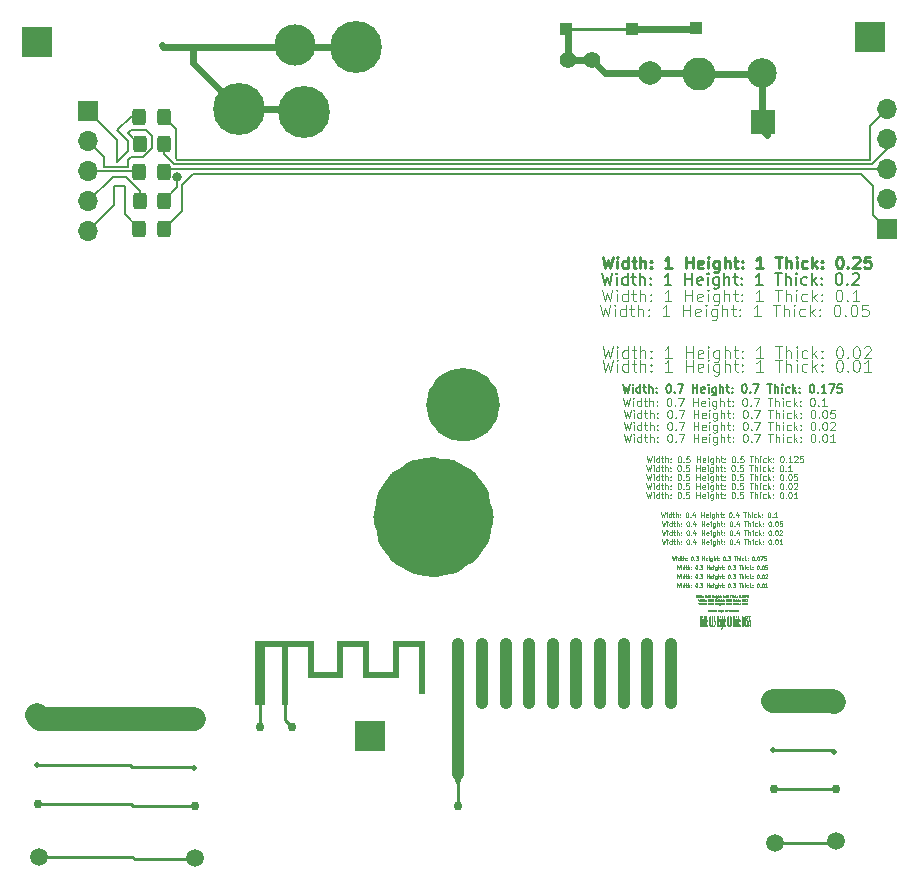
<source format=gtl>
G04 #@! TF.GenerationSoftware,KiCad,Pcbnew,(6.0.7)*
G04 #@! TF.CreationDate,2022-09-27T00:45:36+02:00*
G04 #@! TF.ProjectId,hamodule,68616d6f-6475-46c6-952e-6b696361645f,20220918.20*
G04 #@! TF.SameCoordinates,Original*
G04 #@! TF.FileFunction,Copper,L1,Top*
G04 #@! TF.FilePolarity,Positive*
%FSLAX46Y46*%
G04 Gerber Fmt 4.6, Leading zero omitted, Abs format (unit mm)*
G04 Created by KiCad (PCBNEW (6.0.7)) date 2022-09-27 00:45:36*
%MOMM*%
%LPD*%
G01*
G04 APERTURE LIST*
G04 Aperture macros list*
%AMRoundRect*
0 Rectangle with rounded corners*
0 $1 Rounding radius*
0 $2 $3 $4 $5 $6 $7 $8 $9 X,Y pos of 4 corners*
0 Add a 4 corners polygon primitive as box body*
4,1,4,$2,$3,$4,$5,$6,$7,$8,$9,$2,$3,0*
0 Add four circle primitives for the rounded corners*
1,1,$1+$1,$2,$3*
1,1,$1+$1,$4,$5*
1,1,$1+$1,$6,$7*
1,1,$1+$1,$8,$9*
0 Add four rect primitives between the rounded corners*
20,1,$1+$1,$2,$3,$4,$5,0*
20,1,$1+$1,$4,$5,$6,$7,0*
20,1,$1+$1,$6,$7,$8,$9,0*
20,1,$1+$1,$8,$9,$2,$3,0*%
%AMOutline4P*
0 Free polygon, 4 corners , with rotation*
0 The origin of the aperture is its center*
0 number of corners: always 4*
0 $1 to $8 corner X, Y*
0 $9 Rotation angle, in degrees counterclockwise*
0 create outline with 4 corners*
4,1,4,$1,$2,$3,$4,$5,$6,$7,$8,$1,$2,$9*%
G04 Aperture macros list end*
G04 #@! TA.AperFunction,NonConductor*
%ADD10C,5.100000*%
G04 #@! TD*
G04 #@! TA.AperFunction,NonConductor*
%ADD11C,3.100000*%
G04 #@! TD*
%ADD12C,0.100000*%
G04 #@! TA.AperFunction,NonConductor*
%ADD13C,0.100000*%
G04 #@! TD*
%ADD14C,0.020000*%
G04 #@! TA.AperFunction,NonConductor*
%ADD15C,0.020000*%
G04 #@! TD*
%ADD16C,0.010000*%
G04 #@! TA.AperFunction,NonConductor*
%ADD17C,0.010000*%
G04 #@! TD*
%ADD18C,0.050000*%
G04 #@! TA.AperFunction,NonConductor*
%ADD19C,0.050000*%
G04 #@! TD*
%ADD20C,0.125000*%
G04 #@! TA.AperFunction,NonConductor*
%ADD21C,0.125000*%
G04 #@! TD*
%ADD22C,0.175000*%
G04 #@! TA.AperFunction,NonConductor*
%ADD23C,0.175000*%
G04 #@! TD*
%ADD24C,0.037500*%
G04 #@! TA.AperFunction,NonConductor*
%ADD25C,0.037500*%
G04 #@! TD*
%ADD26C,0.200000*%
G04 #@! TA.AperFunction,NonConductor*
%ADD27C,0.200000*%
G04 #@! TD*
%ADD28C,0.075000*%
G04 #@! TA.AperFunction,NonConductor*
%ADD29C,0.075000*%
G04 #@! TD*
%ADD30C,0.250000*%
G04 #@! TA.AperFunction,NonConductor*
%ADD31C,0.250000*%
G04 #@! TD*
G04 #@! TA.AperFunction,EtchedComponent*
%ADD32C,1.000000*%
G04 #@! TD*
G04 #@! TA.AperFunction,ComponentPad*
%ADD33R,2.500000X2.500000*%
G04 #@! TD*
G04 #@! TA.AperFunction,SMDPad,CuDef*
%ADD34C,0.750000*%
G04 #@! TD*
G04 #@! TA.AperFunction,ComponentPad*
%ADD35R,1.000000X1.000000*%
G04 #@! TD*
G04 #@! TA.AperFunction,SMDPad,CuDef*
%ADD36R,2.000000X2.000000*%
G04 #@! TD*
G04 #@! TA.AperFunction,ConnectorPad*
%ADD37C,3.500000*%
G04 #@! TD*
G04 #@! TA.AperFunction,ComponentPad*
%ADD38C,2.600000*%
G04 #@! TD*
G04 #@! TA.AperFunction,ComponentPad*
%ADD39R,1.700000X1.700000*%
G04 #@! TD*
G04 #@! TA.AperFunction,ComponentPad*
%ADD40O,1.700000X1.700000*%
G04 #@! TD*
G04 #@! TA.AperFunction,SMDPad,CuDef*
%ADD41C,1.500000*%
G04 #@! TD*
G04 #@! TA.AperFunction,SMDPad,CuDef*
%ADD42C,0.500000*%
G04 #@! TD*
G04 #@! TA.AperFunction,SMDPad,CuDef*
%ADD43RoundRect,0.250000X-0.325000X-0.450000X0.325000X-0.450000X0.325000X0.450000X-0.325000X0.450000X0*%
G04 #@! TD*
G04 #@! TA.AperFunction,ComponentPad*
%ADD44C,1.000000*%
G04 #@! TD*
G04 #@! TA.AperFunction,SMDPad,CuDef*
%ADD45Outline4P,-0.350000X-0.400000X0.350000X-0.400000X0.050000X0.400000X-0.050000X0.400000X180.000000*%
G04 #@! TD*
G04 #@! TA.AperFunction,ComponentPad*
%ADD46C,2.000000*%
G04 #@! TD*
G04 #@! TA.AperFunction,ConnectorPad*
%ADD47R,0.500000X0.500000*%
G04 #@! TD*
G04 #@! TA.AperFunction,ComponentPad*
%ADD48R,0.900000X0.500000*%
G04 #@! TD*
G04 #@! TA.AperFunction,SMDPad,CuDef*
%ADD49C,2.500000*%
G04 #@! TD*
G04 #@! TA.AperFunction,ConnectorPad*
%ADD50C,4.400000*%
G04 #@! TD*
G04 #@! TA.AperFunction,ComponentPad*
%ADD51C,1.400000*%
G04 #@! TD*
G04 #@! TA.AperFunction,ComponentPad*
%ADD52C,2.800000*%
G04 #@! TD*
G04 #@! TA.AperFunction,ComponentPad*
%ADD53C,0.700000*%
G04 #@! TD*
G04 #@! TA.AperFunction,ComponentPad*
%ADD54C,4.400000*%
G04 #@! TD*
G04 #@! TA.AperFunction,ViaPad*
%ADD55C,0.800000*%
G04 #@! TD*
G04 #@! TA.AperFunction,Conductor*
%ADD56C,0.250000*%
G04 #@! TD*
G04 #@! TA.AperFunction,Conductor*
%ADD57C,0.600000*%
G04 #@! TD*
G04 #@! TA.AperFunction,Conductor*
%ADD58C,2.000000*%
G04 #@! TD*
G04 #@! TA.AperFunction,Conductor*
%ADD59C,0.200000*%
G04 #@! TD*
G04 APERTURE END LIST*
D10*
X69850000Y-74528000D02*
G75*
G03*
X69850000Y-74528000I-2550000J0D01*
G01*
D11*
X71350000Y-65028000D02*
G75*
G03*
X71350000Y-65028000I-1550000J0D01*
G01*
D12*
D13*
X85309333Y-70141190D02*
X85428380Y-70641190D01*
X85523619Y-70284047D01*
X85618857Y-70641190D01*
X85737904Y-70141190D01*
X85928380Y-70641190D02*
X85928380Y-70307857D01*
X85928380Y-70141190D02*
X85904571Y-70165000D01*
X85928380Y-70188809D01*
X85952190Y-70165000D01*
X85928380Y-70141190D01*
X85928380Y-70188809D01*
X86380761Y-70641190D02*
X86380761Y-70141190D01*
X86380761Y-70617380D02*
X86333142Y-70641190D01*
X86237904Y-70641190D01*
X86190285Y-70617380D01*
X86166476Y-70593571D01*
X86142666Y-70545952D01*
X86142666Y-70403095D01*
X86166476Y-70355476D01*
X86190285Y-70331666D01*
X86237904Y-70307857D01*
X86333142Y-70307857D01*
X86380761Y-70331666D01*
X86547428Y-70307857D02*
X86737904Y-70307857D01*
X86618857Y-70141190D02*
X86618857Y-70569761D01*
X86642666Y-70617380D01*
X86690285Y-70641190D01*
X86737904Y-70641190D01*
X86904571Y-70641190D02*
X86904571Y-70141190D01*
X87118857Y-70641190D02*
X87118857Y-70379285D01*
X87095047Y-70331666D01*
X87047428Y-70307857D01*
X86976000Y-70307857D01*
X86928380Y-70331666D01*
X86904571Y-70355476D01*
X87356952Y-70593571D02*
X87380761Y-70617380D01*
X87356952Y-70641190D01*
X87333142Y-70617380D01*
X87356952Y-70593571D01*
X87356952Y-70641190D01*
X87356952Y-70331666D02*
X87380761Y-70355476D01*
X87356952Y-70379285D01*
X87333142Y-70355476D01*
X87356952Y-70331666D01*
X87356952Y-70379285D01*
X88071238Y-70141190D02*
X88118857Y-70141190D01*
X88166476Y-70165000D01*
X88190285Y-70188809D01*
X88214095Y-70236428D01*
X88237904Y-70331666D01*
X88237904Y-70450714D01*
X88214095Y-70545952D01*
X88190285Y-70593571D01*
X88166476Y-70617380D01*
X88118857Y-70641190D01*
X88071238Y-70641190D01*
X88023619Y-70617380D01*
X87999809Y-70593571D01*
X87976000Y-70545952D01*
X87952190Y-70450714D01*
X87952190Y-70331666D01*
X87976000Y-70236428D01*
X87999809Y-70188809D01*
X88023619Y-70165000D01*
X88071238Y-70141190D01*
X88452190Y-70593571D02*
X88476000Y-70617380D01*
X88452190Y-70641190D01*
X88428380Y-70617380D01*
X88452190Y-70593571D01*
X88452190Y-70641190D01*
X88928380Y-70141190D02*
X88690285Y-70141190D01*
X88666476Y-70379285D01*
X88690285Y-70355476D01*
X88737904Y-70331666D01*
X88856952Y-70331666D01*
X88904571Y-70355476D01*
X88928380Y-70379285D01*
X88952190Y-70426904D01*
X88952190Y-70545952D01*
X88928380Y-70593571D01*
X88904571Y-70617380D01*
X88856952Y-70641190D01*
X88737904Y-70641190D01*
X88690285Y-70617380D01*
X88666476Y-70593571D01*
X89547428Y-70641190D02*
X89547428Y-70141190D01*
X89547428Y-70379285D02*
X89833142Y-70379285D01*
X89833142Y-70641190D02*
X89833142Y-70141190D01*
X90261714Y-70617380D02*
X90214095Y-70641190D01*
X90118857Y-70641190D01*
X90071238Y-70617380D01*
X90047428Y-70569761D01*
X90047428Y-70379285D01*
X90071238Y-70331666D01*
X90118857Y-70307857D01*
X90214095Y-70307857D01*
X90261714Y-70331666D01*
X90285523Y-70379285D01*
X90285523Y-70426904D01*
X90047428Y-70474523D01*
X90499809Y-70641190D02*
X90499809Y-70307857D01*
X90499809Y-70141190D02*
X90476000Y-70165000D01*
X90499809Y-70188809D01*
X90523619Y-70165000D01*
X90499809Y-70141190D01*
X90499809Y-70188809D01*
X90952190Y-70307857D02*
X90952190Y-70712619D01*
X90928380Y-70760238D01*
X90904571Y-70784047D01*
X90856952Y-70807857D01*
X90785523Y-70807857D01*
X90737904Y-70784047D01*
X90952190Y-70617380D02*
X90904571Y-70641190D01*
X90809333Y-70641190D01*
X90761714Y-70617380D01*
X90737904Y-70593571D01*
X90714095Y-70545952D01*
X90714095Y-70403095D01*
X90737904Y-70355476D01*
X90761714Y-70331666D01*
X90809333Y-70307857D01*
X90904571Y-70307857D01*
X90952190Y-70331666D01*
X91190285Y-70641190D02*
X91190285Y-70141190D01*
X91404571Y-70641190D02*
X91404571Y-70379285D01*
X91380761Y-70331666D01*
X91333142Y-70307857D01*
X91261714Y-70307857D01*
X91214095Y-70331666D01*
X91190285Y-70355476D01*
X91571238Y-70307857D02*
X91761714Y-70307857D01*
X91642666Y-70141190D02*
X91642666Y-70569761D01*
X91666476Y-70617380D01*
X91714095Y-70641190D01*
X91761714Y-70641190D01*
X91928380Y-70593571D02*
X91952190Y-70617380D01*
X91928380Y-70641190D01*
X91904571Y-70617380D01*
X91928380Y-70593571D01*
X91928380Y-70641190D01*
X91928380Y-70331666D02*
X91952190Y-70355476D01*
X91928380Y-70379285D01*
X91904571Y-70355476D01*
X91928380Y-70331666D01*
X91928380Y-70379285D01*
X92642666Y-70141190D02*
X92690285Y-70141190D01*
X92737904Y-70165000D01*
X92761714Y-70188809D01*
X92785523Y-70236428D01*
X92809333Y-70331666D01*
X92809333Y-70450714D01*
X92785523Y-70545952D01*
X92761714Y-70593571D01*
X92737904Y-70617380D01*
X92690285Y-70641190D01*
X92642666Y-70641190D01*
X92595047Y-70617380D01*
X92571238Y-70593571D01*
X92547428Y-70545952D01*
X92523619Y-70450714D01*
X92523619Y-70331666D01*
X92547428Y-70236428D01*
X92571238Y-70188809D01*
X92595047Y-70165000D01*
X92642666Y-70141190D01*
X93023619Y-70593571D02*
X93047428Y-70617380D01*
X93023619Y-70641190D01*
X92999809Y-70617380D01*
X93023619Y-70593571D01*
X93023619Y-70641190D01*
X93499809Y-70141190D02*
X93261714Y-70141190D01*
X93237904Y-70379285D01*
X93261714Y-70355476D01*
X93309333Y-70331666D01*
X93428380Y-70331666D01*
X93476000Y-70355476D01*
X93499809Y-70379285D01*
X93523619Y-70426904D01*
X93523619Y-70545952D01*
X93499809Y-70593571D01*
X93476000Y-70617380D01*
X93428380Y-70641190D01*
X93309333Y-70641190D01*
X93261714Y-70617380D01*
X93237904Y-70593571D01*
X94047428Y-70141190D02*
X94333142Y-70141190D01*
X94190285Y-70641190D02*
X94190285Y-70141190D01*
X94499809Y-70641190D02*
X94499809Y-70141190D01*
X94714095Y-70641190D02*
X94714095Y-70379285D01*
X94690285Y-70331666D01*
X94642666Y-70307857D01*
X94571238Y-70307857D01*
X94523619Y-70331666D01*
X94499809Y-70355476D01*
X94952190Y-70641190D02*
X94952190Y-70307857D01*
X94952190Y-70141190D02*
X94928380Y-70165000D01*
X94952190Y-70188809D01*
X94976000Y-70165000D01*
X94952190Y-70141190D01*
X94952190Y-70188809D01*
X95404571Y-70617380D02*
X95356952Y-70641190D01*
X95261714Y-70641190D01*
X95214095Y-70617380D01*
X95190285Y-70593571D01*
X95166476Y-70545952D01*
X95166476Y-70403095D01*
X95190285Y-70355476D01*
X95214095Y-70331666D01*
X95261714Y-70307857D01*
X95356952Y-70307857D01*
X95404571Y-70331666D01*
X95618857Y-70641190D02*
X95618857Y-70141190D01*
X95666476Y-70450714D02*
X95809333Y-70641190D01*
X95809333Y-70307857D02*
X95618857Y-70498333D01*
X96023619Y-70593571D02*
X96047428Y-70617380D01*
X96023619Y-70641190D01*
X95999809Y-70617380D01*
X96023619Y-70593571D01*
X96023619Y-70641190D01*
X96023619Y-70331666D02*
X96047428Y-70355476D01*
X96023619Y-70379285D01*
X95999809Y-70355476D01*
X96023619Y-70331666D01*
X96023619Y-70379285D01*
X96737904Y-70141190D02*
X96785523Y-70141190D01*
X96833142Y-70165000D01*
X96856952Y-70188809D01*
X96880761Y-70236428D01*
X96904571Y-70331666D01*
X96904571Y-70450714D01*
X96880761Y-70545952D01*
X96856952Y-70593571D01*
X96833142Y-70617380D01*
X96785523Y-70641190D01*
X96737904Y-70641190D01*
X96690285Y-70617380D01*
X96666476Y-70593571D01*
X96642666Y-70545952D01*
X96618857Y-70450714D01*
X96618857Y-70331666D01*
X96642666Y-70236428D01*
X96666476Y-70188809D01*
X96690285Y-70165000D01*
X96737904Y-70141190D01*
X97118857Y-70593571D02*
X97142666Y-70617380D01*
X97118857Y-70641190D01*
X97095047Y-70617380D01*
X97118857Y-70593571D01*
X97118857Y-70641190D01*
X97618857Y-70641190D02*
X97333142Y-70641190D01*
X97476000Y-70641190D02*
X97476000Y-70141190D01*
X97428380Y-70212619D01*
X97380761Y-70260238D01*
X97333142Y-70284047D01*
D14*
D15*
X85325238Y-71665190D02*
X85444285Y-72165190D01*
X85539523Y-71808047D01*
X85634761Y-72165190D01*
X85753809Y-71665190D01*
X85944285Y-72165190D02*
X85944285Y-71831857D01*
X85944285Y-71665190D02*
X85920476Y-71689000D01*
X85944285Y-71712809D01*
X85968095Y-71689000D01*
X85944285Y-71665190D01*
X85944285Y-71712809D01*
X86396666Y-72165190D02*
X86396666Y-71665190D01*
X86396666Y-72141380D02*
X86349047Y-72165190D01*
X86253809Y-72165190D01*
X86206190Y-72141380D01*
X86182380Y-72117571D01*
X86158571Y-72069952D01*
X86158571Y-71927095D01*
X86182380Y-71879476D01*
X86206190Y-71855666D01*
X86253809Y-71831857D01*
X86349047Y-71831857D01*
X86396666Y-71855666D01*
X86563333Y-71831857D02*
X86753809Y-71831857D01*
X86634761Y-71665190D02*
X86634761Y-72093761D01*
X86658571Y-72141380D01*
X86706190Y-72165190D01*
X86753809Y-72165190D01*
X86920476Y-72165190D02*
X86920476Y-71665190D01*
X87134761Y-72165190D02*
X87134761Y-71903285D01*
X87110952Y-71855666D01*
X87063333Y-71831857D01*
X86991904Y-71831857D01*
X86944285Y-71855666D01*
X86920476Y-71879476D01*
X87372857Y-72117571D02*
X87396666Y-72141380D01*
X87372857Y-72165190D01*
X87349047Y-72141380D01*
X87372857Y-72117571D01*
X87372857Y-72165190D01*
X87372857Y-71855666D02*
X87396666Y-71879476D01*
X87372857Y-71903285D01*
X87349047Y-71879476D01*
X87372857Y-71855666D01*
X87372857Y-71903285D01*
X88087142Y-71665190D02*
X88134761Y-71665190D01*
X88182380Y-71689000D01*
X88206190Y-71712809D01*
X88230000Y-71760428D01*
X88253809Y-71855666D01*
X88253809Y-71974714D01*
X88230000Y-72069952D01*
X88206190Y-72117571D01*
X88182380Y-72141380D01*
X88134761Y-72165190D01*
X88087142Y-72165190D01*
X88039523Y-72141380D01*
X88015714Y-72117571D01*
X87991904Y-72069952D01*
X87968095Y-71974714D01*
X87968095Y-71855666D01*
X87991904Y-71760428D01*
X88015714Y-71712809D01*
X88039523Y-71689000D01*
X88087142Y-71665190D01*
X88468095Y-72117571D02*
X88491904Y-72141380D01*
X88468095Y-72165190D01*
X88444285Y-72141380D01*
X88468095Y-72117571D01*
X88468095Y-72165190D01*
X88944285Y-71665190D02*
X88706190Y-71665190D01*
X88682380Y-71903285D01*
X88706190Y-71879476D01*
X88753809Y-71855666D01*
X88872857Y-71855666D01*
X88920476Y-71879476D01*
X88944285Y-71903285D01*
X88968095Y-71950904D01*
X88968095Y-72069952D01*
X88944285Y-72117571D01*
X88920476Y-72141380D01*
X88872857Y-72165190D01*
X88753809Y-72165190D01*
X88706190Y-72141380D01*
X88682380Y-72117571D01*
X89563333Y-72165190D02*
X89563333Y-71665190D01*
X89563333Y-71903285D02*
X89849047Y-71903285D01*
X89849047Y-72165190D02*
X89849047Y-71665190D01*
X90277619Y-72141380D02*
X90230000Y-72165190D01*
X90134761Y-72165190D01*
X90087142Y-72141380D01*
X90063333Y-72093761D01*
X90063333Y-71903285D01*
X90087142Y-71855666D01*
X90134761Y-71831857D01*
X90230000Y-71831857D01*
X90277619Y-71855666D01*
X90301428Y-71903285D01*
X90301428Y-71950904D01*
X90063333Y-71998523D01*
X90515714Y-72165190D02*
X90515714Y-71831857D01*
X90515714Y-71665190D02*
X90491904Y-71689000D01*
X90515714Y-71712809D01*
X90539523Y-71689000D01*
X90515714Y-71665190D01*
X90515714Y-71712809D01*
X90968095Y-71831857D02*
X90968095Y-72236619D01*
X90944285Y-72284238D01*
X90920476Y-72308047D01*
X90872857Y-72331857D01*
X90801428Y-72331857D01*
X90753809Y-72308047D01*
X90968095Y-72141380D02*
X90920476Y-72165190D01*
X90825238Y-72165190D01*
X90777619Y-72141380D01*
X90753809Y-72117571D01*
X90730000Y-72069952D01*
X90730000Y-71927095D01*
X90753809Y-71879476D01*
X90777619Y-71855666D01*
X90825238Y-71831857D01*
X90920476Y-71831857D01*
X90968095Y-71855666D01*
X91206190Y-72165190D02*
X91206190Y-71665190D01*
X91420476Y-72165190D02*
X91420476Y-71903285D01*
X91396666Y-71855666D01*
X91349047Y-71831857D01*
X91277619Y-71831857D01*
X91230000Y-71855666D01*
X91206190Y-71879476D01*
X91587142Y-71831857D02*
X91777619Y-71831857D01*
X91658571Y-71665190D02*
X91658571Y-72093761D01*
X91682380Y-72141380D01*
X91730000Y-72165190D01*
X91777619Y-72165190D01*
X91944285Y-72117571D02*
X91968095Y-72141380D01*
X91944285Y-72165190D01*
X91920476Y-72141380D01*
X91944285Y-72117571D01*
X91944285Y-72165190D01*
X91944285Y-71855666D02*
X91968095Y-71879476D01*
X91944285Y-71903285D01*
X91920476Y-71879476D01*
X91944285Y-71855666D01*
X91944285Y-71903285D01*
X92658571Y-71665190D02*
X92706190Y-71665190D01*
X92753809Y-71689000D01*
X92777619Y-71712809D01*
X92801428Y-71760428D01*
X92825238Y-71855666D01*
X92825238Y-71974714D01*
X92801428Y-72069952D01*
X92777619Y-72117571D01*
X92753809Y-72141380D01*
X92706190Y-72165190D01*
X92658571Y-72165190D01*
X92610952Y-72141380D01*
X92587142Y-72117571D01*
X92563333Y-72069952D01*
X92539523Y-71974714D01*
X92539523Y-71855666D01*
X92563333Y-71760428D01*
X92587142Y-71712809D01*
X92610952Y-71689000D01*
X92658571Y-71665190D01*
X93039523Y-72117571D02*
X93063333Y-72141380D01*
X93039523Y-72165190D01*
X93015714Y-72141380D01*
X93039523Y-72117571D01*
X93039523Y-72165190D01*
X93515714Y-71665190D02*
X93277619Y-71665190D01*
X93253809Y-71903285D01*
X93277619Y-71879476D01*
X93325238Y-71855666D01*
X93444285Y-71855666D01*
X93491904Y-71879476D01*
X93515714Y-71903285D01*
X93539523Y-71950904D01*
X93539523Y-72069952D01*
X93515714Y-72117571D01*
X93491904Y-72141380D01*
X93444285Y-72165190D01*
X93325238Y-72165190D01*
X93277619Y-72141380D01*
X93253809Y-72117571D01*
X94063333Y-71665190D02*
X94349047Y-71665190D01*
X94206190Y-72165190D02*
X94206190Y-71665190D01*
X94515714Y-72165190D02*
X94515714Y-71665190D01*
X94730000Y-72165190D02*
X94730000Y-71903285D01*
X94706190Y-71855666D01*
X94658571Y-71831857D01*
X94587142Y-71831857D01*
X94539523Y-71855666D01*
X94515714Y-71879476D01*
X94968095Y-72165190D02*
X94968095Y-71831857D01*
X94968095Y-71665190D02*
X94944285Y-71689000D01*
X94968095Y-71712809D01*
X94991904Y-71689000D01*
X94968095Y-71665190D01*
X94968095Y-71712809D01*
X95420476Y-72141380D02*
X95372857Y-72165190D01*
X95277619Y-72165190D01*
X95230000Y-72141380D01*
X95206190Y-72117571D01*
X95182380Y-72069952D01*
X95182380Y-71927095D01*
X95206190Y-71879476D01*
X95230000Y-71855666D01*
X95277619Y-71831857D01*
X95372857Y-71831857D01*
X95420476Y-71855666D01*
X95634761Y-72165190D02*
X95634761Y-71665190D01*
X95682380Y-71974714D02*
X95825238Y-72165190D01*
X95825238Y-71831857D02*
X95634761Y-72022333D01*
X96039523Y-72117571D02*
X96063333Y-72141380D01*
X96039523Y-72165190D01*
X96015714Y-72141380D01*
X96039523Y-72117571D01*
X96039523Y-72165190D01*
X96039523Y-71855666D02*
X96063333Y-71879476D01*
X96039523Y-71903285D01*
X96015714Y-71879476D01*
X96039523Y-71855666D01*
X96039523Y-71903285D01*
X96753809Y-71665190D02*
X96801428Y-71665190D01*
X96849047Y-71689000D01*
X96872857Y-71712809D01*
X96896666Y-71760428D01*
X96920476Y-71855666D01*
X96920476Y-71974714D01*
X96896666Y-72069952D01*
X96872857Y-72117571D01*
X96849047Y-72141380D01*
X96801428Y-72165190D01*
X96753809Y-72165190D01*
X96706190Y-72141380D01*
X96682380Y-72117571D01*
X96658571Y-72069952D01*
X96634761Y-71974714D01*
X96634761Y-71855666D01*
X96658571Y-71760428D01*
X96682380Y-71712809D01*
X96706190Y-71689000D01*
X96753809Y-71665190D01*
X97134761Y-72117571D02*
X97158571Y-72141380D01*
X97134761Y-72165190D01*
X97110952Y-72141380D01*
X97134761Y-72117571D01*
X97134761Y-72165190D01*
X97468095Y-71665190D02*
X97515714Y-71665190D01*
X97563333Y-71689000D01*
X97587142Y-71712809D01*
X97610952Y-71760428D01*
X97634761Y-71855666D01*
X97634761Y-71974714D01*
X97610952Y-72069952D01*
X97587142Y-72117571D01*
X97563333Y-72141380D01*
X97515714Y-72165190D01*
X97468095Y-72165190D01*
X97420476Y-72141380D01*
X97396666Y-72117571D01*
X97372857Y-72069952D01*
X97349047Y-71974714D01*
X97349047Y-71855666D01*
X97372857Y-71760428D01*
X97396666Y-71712809D01*
X97420476Y-71689000D01*
X97468095Y-71665190D01*
X97825238Y-71712809D02*
X97849047Y-71689000D01*
X97896666Y-71665190D01*
X98015714Y-71665190D01*
X98063333Y-71689000D01*
X98087142Y-71712809D01*
X98110952Y-71760428D01*
X98110952Y-71808047D01*
X98087142Y-71879476D01*
X97801428Y-72165190D01*
X98110952Y-72165190D01*
D12*
D13*
X86542666Y-74132952D02*
X86637904Y-74532952D01*
X86714095Y-74247238D01*
X86790285Y-74532952D01*
X86885523Y-74132952D01*
X87037904Y-74532952D02*
X87037904Y-74266285D01*
X87037904Y-74132952D02*
X87018857Y-74152000D01*
X87037904Y-74171047D01*
X87056952Y-74152000D01*
X87037904Y-74132952D01*
X87037904Y-74171047D01*
X87399809Y-74532952D02*
X87399809Y-74132952D01*
X87399809Y-74513904D02*
X87361714Y-74532952D01*
X87285523Y-74532952D01*
X87247428Y-74513904D01*
X87228380Y-74494857D01*
X87209333Y-74456761D01*
X87209333Y-74342476D01*
X87228380Y-74304380D01*
X87247428Y-74285333D01*
X87285523Y-74266285D01*
X87361714Y-74266285D01*
X87399809Y-74285333D01*
X87533142Y-74266285D02*
X87685523Y-74266285D01*
X87590285Y-74132952D02*
X87590285Y-74475809D01*
X87609333Y-74513904D01*
X87647428Y-74532952D01*
X87685523Y-74532952D01*
X87818857Y-74532952D02*
X87818857Y-74132952D01*
X87990285Y-74532952D02*
X87990285Y-74323428D01*
X87971238Y-74285333D01*
X87933142Y-74266285D01*
X87876000Y-74266285D01*
X87837904Y-74285333D01*
X87818857Y-74304380D01*
X88180761Y-74494857D02*
X88199809Y-74513904D01*
X88180761Y-74532952D01*
X88161714Y-74513904D01*
X88180761Y-74494857D01*
X88180761Y-74532952D01*
X88180761Y-74285333D02*
X88199809Y-74304380D01*
X88180761Y-74323428D01*
X88161714Y-74304380D01*
X88180761Y-74285333D01*
X88180761Y-74323428D01*
X88752190Y-74132952D02*
X88790285Y-74132952D01*
X88828380Y-74152000D01*
X88847428Y-74171047D01*
X88866476Y-74209142D01*
X88885523Y-74285333D01*
X88885523Y-74380571D01*
X88866476Y-74456761D01*
X88847428Y-74494857D01*
X88828380Y-74513904D01*
X88790285Y-74532952D01*
X88752190Y-74532952D01*
X88714095Y-74513904D01*
X88695047Y-74494857D01*
X88676000Y-74456761D01*
X88656952Y-74380571D01*
X88656952Y-74285333D01*
X88676000Y-74209142D01*
X88695047Y-74171047D01*
X88714095Y-74152000D01*
X88752190Y-74132952D01*
X89056952Y-74494857D02*
X89076000Y-74513904D01*
X89056952Y-74532952D01*
X89037904Y-74513904D01*
X89056952Y-74494857D01*
X89056952Y-74532952D01*
X89418857Y-74266285D02*
X89418857Y-74532952D01*
X89323619Y-74113904D02*
X89228380Y-74399619D01*
X89476000Y-74399619D01*
X89933142Y-74532952D02*
X89933142Y-74132952D01*
X89933142Y-74323428D02*
X90161714Y-74323428D01*
X90161714Y-74532952D02*
X90161714Y-74132952D01*
X90504571Y-74513904D02*
X90466476Y-74532952D01*
X90390285Y-74532952D01*
X90352190Y-74513904D01*
X90333142Y-74475809D01*
X90333142Y-74323428D01*
X90352190Y-74285333D01*
X90390285Y-74266285D01*
X90466476Y-74266285D01*
X90504571Y-74285333D01*
X90523619Y-74323428D01*
X90523619Y-74361523D01*
X90333142Y-74399619D01*
X90695047Y-74532952D02*
X90695047Y-74266285D01*
X90695047Y-74132952D02*
X90676000Y-74152000D01*
X90695047Y-74171047D01*
X90714095Y-74152000D01*
X90695047Y-74132952D01*
X90695047Y-74171047D01*
X91056952Y-74266285D02*
X91056952Y-74590095D01*
X91037904Y-74628190D01*
X91018857Y-74647238D01*
X90980761Y-74666285D01*
X90923619Y-74666285D01*
X90885523Y-74647238D01*
X91056952Y-74513904D02*
X91018857Y-74532952D01*
X90942666Y-74532952D01*
X90904571Y-74513904D01*
X90885523Y-74494857D01*
X90866476Y-74456761D01*
X90866476Y-74342476D01*
X90885523Y-74304380D01*
X90904571Y-74285333D01*
X90942666Y-74266285D01*
X91018857Y-74266285D01*
X91056952Y-74285333D01*
X91247428Y-74532952D02*
X91247428Y-74132952D01*
X91418857Y-74532952D02*
X91418857Y-74323428D01*
X91399809Y-74285333D01*
X91361714Y-74266285D01*
X91304571Y-74266285D01*
X91266476Y-74285333D01*
X91247428Y-74304380D01*
X91552190Y-74266285D02*
X91704571Y-74266285D01*
X91609333Y-74132952D02*
X91609333Y-74475809D01*
X91628380Y-74513904D01*
X91666476Y-74532952D01*
X91704571Y-74532952D01*
X91837904Y-74494857D02*
X91856952Y-74513904D01*
X91837904Y-74532952D01*
X91818857Y-74513904D01*
X91837904Y-74494857D01*
X91837904Y-74532952D01*
X91837904Y-74285333D02*
X91856952Y-74304380D01*
X91837904Y-74323428D01*
X91818857Y-74304380D01*
X91837904Y-74285333D01*
X91837904Y-74323428D01*
X92409333Y-74132952D02*
X92447428Y-74132952D01*
X92485523Y-74152000D01*
X92504571Y-74171047D01*
X92523619Y-74209142D01*
X92542666Y-74285333D01*
X92542666Y-74380571D01*
X92523619Y-74456761D01*
X92504571Y-74494857D01*
X92485523Y-74513904D01*
X92447428Y-74532952D01*
X92409333Y-74532952D01*
X92371238Y-74513904D01*
X92352190Y-74494857D01*
X92333142Y-74456761D01*
X92314095Y-74380571D01*
X92314095Y-74285333D01*
X92333142Y-74209142D01*
X92352190Y-74171047D01*
X92371238Y-74152000D01*
X92409333Y-74132952D01*
X92714095Y-74494857D02*
X92733142Y-74513904D01*
X92714095Y-74532952D01*
X92695047Y-74513904D01*
X92714095Y-74494857D01*
X92714095Y-74532952D01*
X93076000Y-74266285D02*
X93076000Y-74532952D01*
X92980761Y-74113904D02*
X92885523Y-74399619D01*
X93133142Y-74399619D01*
X93533142Y-74132952D02*
X93761714Y-74132952D01*
X93647428Y-74532952D02*
X93647428Y-74132952D01*
X93895047Y-74532952D02*
X93895047Y-74132952D01*
X94066476Y-74532952D02*
X94066476Y-74323428D01*
X94047428Y-74285333D01*
X94009333Y-74266285D01*
X93952190Y-74266285D01*
X93914095Y-74285333D01*
X93895047Y-74304380D01*
X94256952Y-74532952D02*
X94256952Y-74266285D01*
X94256952Y-74132952D02*
X94237904Y-74152000D01*
X94256952Y-74171047D01*
X94276000Y-74152000D01*
X94256952Y-74132952D01*
X94256952Y-74171047D01*
X94618857Y-74513904D02*
X94580761Y-74532952D01*
X94504571Y-74532952D01*
X94466476Y-74513904D01*
X94447428Y-74494857D01*
X94428380Y-74456761D01*
X94428380Y-74342476D01*
X94447428Y-74304380D01*
X94466476Y-74285333D01*
X94504571Y-74266285D01*
X94580761Y-74266285D01*
X94618857Y-74285333D01*
X94790285Y-74532952D02*
X94790285Y-74132952D01*
X94828380Y-74380571D02*
X94942666Y-74532952D01*
X94942666Y-74266285D02*
X94790285Y-74418666D01*
X95114095Y-74494857D02*
X95133142Y-74513904D01*
X95114095Y-74532952D01*
X95095047Y-74513904D01*
X95114095Y-74494857D01*
X95114095Y-74532952D01*
X95114095Y-74285333D02*
X95133142Y-74304380D01*
X95114095Y-74323428D01*
X95095047Y-74304380D01*
X95114095Y-74285333D01*
X95114095Y-74323428D01*
X95685523Y-74132952D02*
X95723619Y-74132952D01*
X95761714Y-74152000D01*
X95780761Y-74171047D01*
X95799809Y-74209142D01*
X95818857Y-74285333D01*
X95818857Y-74380571D01*
X95799809Y-74456761D01*
X95780761Y-74494857D01*
X95761714Y-74513904D01*
X95723619Y-74532952D01*
X95685523Y-74532952D01*
X95647428Y-74513904D01*
X95628380Y-74494857D01*
X95609333Y-74456761D01*
X95590285Y-74380571D01*
X95590285Y-74285333D01*
X95609333Y-74209142D01*
X95628380Y-74171047D01*
X95647428Y-74152000D01*
X95685523Y-74132952D01*
X95990285Y-74494857D02*
X96009333Y-74513904D01*
X95990285Y-74532952D01*
X95971238Y-74513904D01*
X95990285Y-74494857D01*
X95990285Y-74532952D01*
X96390285Y-74532952D02*
X96161714Y-74532952D01*
X96276000Y-74532952D02*
X96276000Y-74132952D01*
X96237904Y-74190095D01*
X96199809Y-74228190D01*
X96161714Y-74247238D01*
D14*
D15*
X81619047Y-61231380D02*
X81857142Y-62231380D01*
X82047619Y-61517095D01*
X82238095Y-62231380D01*
X82476190Y-61231380D01*
X82857142Y-62231380D02*
X82857142Y-61564714D01*
X82857142Y-61231380D02*
X82809523Y-61279000D01*
X82857142Y-61326619D01*
X82904761Y-61279000D01*
X82857142Y-61231380D01*
X82857142Y-61326619D01*
X83761904Y-62231380D02*
X83761904Y-61231380D01*
X83761904Y-62183761D02*
X83666666Y-62231380D01*
X83476190Y-62231380D01*
X83380952Y-62183761D01*
X83333333Y-62136142D01*
X83285714Y-62040904D01*
X83285714Y-61755190D01*
X83333333Y-61659952D01*
X83380952Y-61612333D01*
X83476190Y-61564714D01*
X83666666Y-61564714D01*
X83761904Y-61612333D01*
X84095238Y-61564714D02*
X84476190Y-61564714D01*
X84238095Y-61231380D02*
X84238095Y-62088523D01*
X84285714Y-62183761D01*
X84380952Y-62231380D01*
X84476190Y-62231380D01*
X84809523Y-62231380D02*
X84809523Y-61231380D01*
X85238095Y-62231380D02*
X85238095Y-61707571D01*
X85190476Y-61612333D01*
X85095238Y-61564714D01*
X84952380Y-61564714D01*
X84857142Y-61612333D01*
X84809523Y-61659952D01*
X85714285Y-62136142D02*
X85761904Y-62183761D01*
X85714285Y-62231380D01*
X85666666Y-62183761D01*
X85714285Y-62136142D01*
X85714285Y-62231380D01*
X85714285Y-61612333D02*
X85761904Y-61659952D01*
X85714285Y-61707571D01*
X85666666Y-61659952D01*
X85714285Y-61612333D01*
X85714285Y-61707571D01*
X87476190Y-62231380D02*
X86904761Y-62231380D01*
X87190476Y-62231380D02*
X87190476Y-61231380D01*
X87095238Y-61374238D01*
X87000000Y-61469476D01*
X86904761Y-61517095D01*
X88666666Y-62231380D02*
X88666666Y-61231380D01*
X88666666Y-61707571D02*
X89238095Y-61707571D01*
X89238095Y-62231380D02*
X89238095Y-61231380D01*
X90095238Y-62183761D02*
X90000000Y-62231380D01*
X89809523Y-62231380D01*
X89714285Y-62183761D01*
X89666666Y-62088523D01*
X89666666Y-61707571D01*
X89714285Y-61612333D01*
X89809523Y-61564714D01*
X90000000Y-61564714D01*
X90095238Y-61612333D01*
X90142857Y-61707571D01*
X90142857Y-61802809D01*
X89666666Y-61898047D01*
X90571428Y-62231380D02*
X90571428Y-61564714D01*
X90571428Y-61231380D02*
X90523809Y-61279000D01*
X90571428Y-61326619D01*
X90619047Y-61279000D01*
X90571428Y-61231380D01*
X90571428Y-61326619D01*
X91476190Y-61564714D02*
X91476190Y-62374238D01*
X91428571Y-62469476D01*
X91380952Y-62517095D01*
X91285714Y-62564714D01*
X91142857Y-62564714D01*
X91047619Y-62517095D01*
X91476190Y-62183761D02*
X91380952Y-62231380D01*
X91190476Y-62231380D01*
X91095238Y-62183761D01*
X91047619Y-62136142D01*
X91000000Y-62040904D01*
X91000000Y-61755190D01*
X91047619Y-61659952D01*
X91095238Y-61612333D01*
X91190476Y-61564714D01*
X91380952Y-61564714D01*
X91476190Y-61612333D01*
X91952380Y-62231380D02*
X91952380Y-61231380D01*
X92380952Y-62231380D02*
X92380952Y-61707571D01*
X92333333Y-61612333D01*
X92238095Y-61564714D01*
X92095238Y-61564714D01*
X92000000Y-61612333D01*
X91952380Y-61659952D01*
X92714285Y-61564714D02*
X93095238Y-61564714D01*
X92857142Y-61231380D02*
X92857142Y-62088523D01*
X92904761Y-62183761D01*
X93000000Y-62231380D01*
X93095238Y-62231380D01*
X93428571Y-62136142D02*
X93476190Y-62183761D01*
X93428571Y-62231380D01*
X93380952Y-62183761D01*
X93428571Y-62136142D01*
X93428571Y-62231380D01*
X93428571Y-61612333D02*
X93476190Y-61659952D01*
X93428571Y-61707571D01*
X93380952Y-61659952D01*
X93428571Y-61612333D01*
X93428571Y-61707571D01*
X95190476Y-62231380D02*
X94619047Y-62231380D01*
X94904761Y-62231380D02*
X94904761Y-61231380D01*
X94809523Y-61374238D01*
X94714285Y-61469476D01*
X94619047Y-61517095D01*
X96238095Y-61231380D02*
X96809523Y-61231380D01*
X96523809Y-62231380D02*
X96523809Y-61231380D01*
X97142857Y-62231380D02*
X97142857Y-61231380D01*
X97571428Y-62231380D02*
X97571428Y-61707571D01*
X97523809Y-61612333D01*
X97428571Y-61564714D01*
X97285714Y-61564714D01*
X97190476Y-61612333D01*
X97142857Y-61659952D01*
X98047619Y-62231380D02*
X98047619Y-61564714D01*
X98047619Y-61231380D02*
X98000000Y-61279000D01*
X98047619Y-61326619D01*
X98095238Y-61279000D01*
X98047619Y-61231380D01*
X98047619Y-61326619D01*
X98952380Y-62183761D02*
X98857142Y-62231380D01*
X98666666Y-62231380D01*
X98571428Y-62183761D01*
X98523809Y-62136142D01*
X98476190Y-62040904D01*
X98476190Y-61755190D01*
X98523809Y-61659952D01*
X98571428Y-61612333D01*
X98666666Y-61564714D01*
X98857142Y-61564714D01*
X98952380Y-61612333D01*
X99380952Y-62231380D02*
X99380952Y-61231380D01*
X99476190Y-61850428D02*
X99761904Y-62231380D01*
X99761904Y-61564714D02*
X99380952Y-61945666D01*
X100190476Y-62136142D02*
X100238095Y-62183761D01*
X100190476Y-62231380D01*
X100142857Y-62183761D01*
X100190476Y-62136142D01*
X100190476Y-62231380D01*
X100190476Y-61612333D02*
X100238095Y-61659952D01*
X100190476Y-61707571D01*
X100142857Y-61659952D01*
X100190476Y-61612333D01*
X100190476Y-61707571D01*
X101619047Y-61231380D02*
X101714285Y-61231380D01*
X101809523Y-61279000D01*
X101857142Y-61326619D01*
X101904761Y-61421857D01*
X101952380Y-61612333D01*
X101952380Y-61850428D01*
X101904761Y-62040904D01*
X101857142Y-62136142D01*
X101809523Y-62183761D01*
X101714285Y-62231380D01*
X101619047Y-62231380D01*
X101523809Y-62183761D01*
X101476190Y-62136142D01*
X101428571Y-62040904D01*
X101380952Y-61850428D01*
X101380952Y-61612333D01*
X101428571Y-61421857D01*
X101476190Y-61326619D01*
X101523809Y-61279000D01*
X101619047Y-61231380D01*
X102380952Y-62136142D02*
X102428571Y-62183761D01*
X102380952Y-62231380D01*
X102333333Y-62183761D01*
X102380952Y-62136142D01*
X102380952Y-62231380D01*
X103047619Y-61231380D02*
X103142857Y-61231380D01*
X103238095Y-61279000D01*
X103285714Y-61326619D01*
X103333333Y-61421857D01*
X103380952Y-61612333D01*
X103380952Y-61850428D01*
X103333333Y-62040904D01*
X103285714Y-62136142D01*
X103238095Y-62183761D01*
X103142857Y-62231380D01*
X103047619Y-62231380D01*
X102952380Y-62183761D01*
X102904761Y-62136142D01*
X102857142Y-62040904D01*
X102809523Y-61850428D01*
X102809523Y-61612333D01*
X102857142Y-61421857D01*
X102904761Y-61326619D01*
X102952380Y-61279000D01*
X103047619Y-61231380D01*
X104333333Y-62231380D02*
X103761904Y-62231380D01*
X104047619Y-62231380D02*
X104047619Y-61231380D01*
X103952380Y-61374238D01*
X103857142Y-61469476D01*
X103761904Y-61517095D01*
D16*
D17*
X89731714Y-81775857D02*
X89767428Y-81925857D01*
X89796000Y-81818714D01*
X89824571Y-81925857D01*
X89860285Y-81775857D01*
X89917428Y-81925857D02*
X89917428Y-81825857D01*
X89917428Y-81775857D02*
X89910285Y-81783000D01*
X89917428Y-81790142D01*
X89924571Y-81783000D01*
X89917428Y-81775857D01*
X89917428Y-81790142D01*
X90053142Y-81925857D02*
X90053142Y-81775857D01*
X90053142Y-81918714D02*
X90038857Y-81925857D01*
X90010285Y-81925857D01*
X89996000Y-81918714D01*
X89988857Y-81911571D01*
X89981714Y-81897285D01*
X89981714Y-81854428D01*
X89988857Y-81840142D01*
X89996000Y-81833000D01*
X90010285Y-81825857D01*
X90038857Y-81825857D01*
X90053142Y-81833000D01*
X90103142Y-81825857D02*
X90160285Y-81825857D01*
X90124571Y-81775857D02*
X90124571Y-81904428D01*
X90131714Y-81918714D01*
X90146000Y-81925857D01*
X90160285Y-81925857D01*
X90210285Y-81925857D02*
X90210285Y-81775857D01*
X90274571Y-81925857D02*
X90274571Y-81847285D01*
X90267428Y-81833000D01*
X90253142Y-81825857D01*
X90231714Y-81825857D01*
X90217428Y-81833000D01*
X90210285Y-81840142D01*
X90346000Y-81911571D02*
X90353142Y-81918714D01*
X90346000Y-81925857D01*
X90338857Y-81918714D01*
X90346000Y-81911571D01*
X90346000Y-81925857D01*
X90346000Y-81833000D02*
X90353142Y-81840142D01*
X90346000Y-81847285D01*
X90338857Y-81840142D01*
X90346000Y-81833000D01*
X90346000Y-81847285D01*
X90560285Y-81775857D02*
X90574571Y-81775857D01*
X90588857Y-81783000D01*
X90596000Y-81790142D01*
X90603142Y-81804428D01*
X90610285Y-81833000D01*
X90610285Y-81868714D01*
X90603142Y-81897285D01*
X90596000Y-81911571D01*
X90588857Y-81918714D01*
X90574571Y-81925857D01*
X90560285Y-81925857D01*
X90546000Y-81918714D01*
X90538857Y-81911571D01*
X90531714Y-81897285D01*
X90524571Y-81868714D01*
X90524571Y-81833000D01*
X90531714Y-81804428D01*
X90538857Y-81790142D01*
X90546000Y-81783000D01*
X90560285Y-81775857D01*
X90674571Y-81911571D02*
X90681714Y-81918714D01*
X90674571Y-81925857D01*
X90667428Y-81918714D01*
X90674571Y-81911571D01*
X90674571Y-81925857D01*
X90824571Y-81925857D02*
X90738857Y-81925857D01*
X90781714Y-81925857D02*
X90781714Y-81775857D01*
X90767428Y-81797285D01*
X90753142Y-81811571D01*
X90738857Y-81818714D01*
X90960285Y-81775857D02*
X90888857Y-81775857D01*
X90881714Y-81847285D01*
X90888857Y-81840142D01*
X90903142Y-81833000D01*
X90938857Y-81833000D01*
X90953142Y-81840142D01*
X90960285Y-81847285D01*
X90967428Y-81861571D01*
X90967428Y-81897285D01*
X90960285Y-81911571D01*
X90953142Y-81918714D01*
X90938857Y-81925857D01*
X90903142Y-81925857D01*
X90888857Y-81918714D01*
X90881714Y-81911571D01*
X91146000Y-81925857D02*
X91146000Y-81775857D01*
X91146000Y-81847285D02*
X91231714Y-81847285D01*
X91231714Y-81925857D02*
X91231714Y-81775857D01*
X91360285Y-81918714D02*
X91346000Y-81925857D01*
X91317428Y-81925857D01*
X91303142Y-81918714D01*
X91296000Y-81904428D01*
X91296000Y-81847285D01*
X91303142Y-81833000D01*
X91317428Y-81825857D01*
X91346000Y-81825857D01*
X91360285Y-81833000D01*
X91367428Y-81847285D01*
X91367428Y-81861571D01*
X91296000Y-81875857D01*
X91431714Y-81925857D02*
X91431714Y-81825857D01*
X91431714Y-81775857D02*
X91424571Y-81783000D01*
X91431714Y-81790142D01*
X91438857Y-81783000D01*
X91431714Y-81775857D01*
X91431714Y-81790142D01*
X91567428Y-81825857D02*
X91567428Y-81947285D01*
X91560285Y-81961571D01*
X91553142Y-81968714D01*
X91538857Y-81975857D01*
X91517428Y-81975857D01*
X91503142Y-81968714D01*
X91567428Y-81918714D02*
X91553142Y-81925857D01*
X91524571Y-81925857D01*
X91510285Y-81918714D01*
X91503142Y-81911571D01*
X91496000Y-81897285D01*
X91496000Y-81854428D01*
X91503142Y-81840142D01*
X91510285Y-81833000D01*
X91524571Y-81825857D01*
X91553142Y-81825857D01*
X91567428Y-81833000D01*
X91638857Y-81925857D02*
X91638857Y-81775857D01*
X91703142Y-81925857D02*
X91703142Y-81847285D01*
X91696000Y-81833000D01*
X91681714Y-81825857D01*
X91660285Y-81825857D01*
X91646000Y-81833000D01*
X91638857Y-81840142D01*
X91753142Y-81825857D02*
X91810285Y-81825857D01*
X91774571Y-81775857D02*
X91774571Y-81904428D01*
X91781714Y-81918714D01*
X91796000Y-81925857D01*
X91810285Y-81925857D01*
X91860285Y-81911571D02*
X91867428Y-81918714D01*
X91860285Y-81925857D01*
X91853142Y-81918714D01*
X91860285Y-81911571D01*
X91860285Y-81925857D01*
X91860285Y-81833000D02*
X91867428Y-81840142D01*
X91860285Y-81847285D01*
X91853142Y-81840142D01*
X91860285Y-81833000D01*
X91860285Y-81847285D01*
X92074571Y-81775857D02*
X92088857Y-81775857D01*
X92103142Y-81783000D01*
X92110285Y-81790142D01*
X92117428Y-81804428D01*
X92124571Y-81833000D01*
X92124571Y-81868714D01*
X92117428Y-81897285D01*
X92110285Y-81911571D01*
X92103142Y-81918714D01*
X92088857Y-81925857D01*
X92074571Y-81925857D01*
X92060285Y-81918714D01*
X92053142Y-81911571D01*
X92046000Y-81897285D01*
X92038857Y-81868714D01*
X92038857Y-81833000D01*
X92046000Y-81804428D01*
X92053142Y-81790142D01*
X92060285Y-81783000D01*
X92074571Y-81775857D01*
X92188857Y-81911571D02*
X92196000Y-81918714D01*
X92188857Y-81925857D01*
X92181714Y-81918714D01*
X92188857Y-81911571D01*
X92188857Y-81925857D01*
X92338857Y-81925857D02*
X92253142Y-81925857D01*
X92296000Y-81925857D02*
X92296000Y-81775857D01*
X92281714Y-81797285D01*
X92267428Y-81811571D01*
X92253142Y-81818714D01*
X92474571Y-81775857D02*
X92403142Y-81775857D01*
X92396000Y-81847285D01*
X92403142Y-81840142D01*
X92417428Y-81833000D01*
X92453142Y-81833000D01*
X92467428Y-81840142D01*
X92474571Y-81847285D01*
X92481714Y-81861571D01*
X92481714Y-81897285D01*
X92474571Y-81911571D01*
X92467428Y-81918714D01*
X92453142Y-81925857D01*
X92417428Y-81925857D01*
X92403142Y-81918714D01*
X92396000Y-81911571D01*
X92638857Y-81775857D02*
X92724571Y-81775857D01*
X92681714Y-81925857D02*
X92681714Y-81775857D01*
X92774571Y-81925857D02*
X92774571Y-81775857D01*
X92838857Y-81925857D02*
X92838857Y-81847285D01*
X92831714Y-81833000D01*
X92817428Y-81825857D01*
X92796000Y-81825857D01*
X92781714Y-81833000D01*
X92774571Y-81840142D01*
X92910285Y-81925857D02*
X92910285Y-81825857D01*
X92910285Y-81775857D02*
X92903142Y-81783000D01*
X92910285Y-81790142D01*
X92917428Y-81783000D01*
X92910285Y-81775857D01*
X92910285Y-81790142D01*
X93046000Y-81918714D02*
X93031714Y-81925857D01*
X93003142Y-81925857D01*
X92988857Y-81918714D01*
X92981714Y-81911571D01*
X92974571Y-81897285D01*
X92974571Y-81854428D01*
X92981714Y-81840142D01*
X92988857Y-81833000D01*
X93003142Y-81825857D01*
X93031714Y-81825857D01*
X93046000Y-81833000D01*
X93110285Y-81925857D02*
X93110285Y-81775857D01*
X93124571Y-81868714D02*
X93167428Y-81925857D01*
X93167428Y-81825857D02*
X93110285Y-81883000D01*
X93231714Y-81911571D02*
X93238857Y-81918714D01*
X93231714Y-81925857D01*
X93224571Y-81918714D01*
X93231714Y-81911571D01*
X93231714Y-81925857D01*
X93231714Y-81833000D02*
X93238857Y-81840142D01*
X93231714Y-81847285D01*
X93224571Y-81840142D01*
X93231714Y-81833000D01*
X93231714Y-81847285D01*
X93446000Y-81775857D02*
X93460285Y-81775857D01*
X93474571Y-81783000D01*
X93481714Y-81790142D01*
X93488857Y-81804428D01*
X93496000Y-81833000D01*
X93496000Y-81868714D01*
X93488857Y-81897285D01*
X93481714Y-81911571D01*
X93474571Y-81918714D01*
X93460285Y-81925857D01*
X93446000Y-81925857D01*
X93431714Y-81918714D01*
X93424571Y-81911571D01*
X93417428Y-81897285D01*
X93410285Y-81868714D01*
X93410285Y-81833000D01*
X93417428Y-81804428D01*
X93424571Y-81790142D01*
X93431714Y-81783000D01*
X93446000Y-81775857D01*
X93560285Y-81911571D02*
X93567428Y-81918714D01*
X93560285Y-81925857D01*
X93553142Y-81918714D01*
X93560285Y-81911571D01*
X93560285Y-81925857D01*
X93660285Y-81775857D02*
X93674571Y-81775857D01*
X93688857Y-81783000D01*
X93696000Y-81790142D01*
X93703142Y-81804428D01*
X93710285Y-81833000D01*
X93710285Y-81868714D01*
X93703142Y-81897285D01*
X93696000Y-81911571D01*
X93688857Y-81918714D01*
X93674571Y-81925857D01*
X93660285Y-81925857D01*
X93646000Y-81918714D01*
X93638857Y-81911571D01*
X93631714Y-81897285D01*
X93624571Y-81868714D01*
X93624571Y-81833000D01*
X93631714Y-81804428D01*
X93638857Y-81790142D01*
X93646000Y-81783000D01*
X93660285Y-81775857D01*
X93853142Y-81925857D02*
X93767428Y-81925857D01*
X93810285Y-81925857D02*
X93810285Y-81775857D01*
X93796000Y-81797285D01*
X93781714Y-81811571D01*
X93767428Y-81818714D01*
D16*
D17*
X85325238Y-72427190D02*
X85444285Y-72927190D01*
X85539523Y-72570047D01*
X85634761Y-72927190D01*
X85753809Y-72427190D01*
X85944285Y-72927190D02*
X85944285Y-72593857D01*
X85944285Y-72427190D02*
X85920476Y-72451000D01*
X85944285Y-72474809D01*
X85968095Y-72451000D01*
X85944285Y-72427190D01*
X85944285Y-72474809D01*
X86396666Y-72927190D02*
X86396666Y-72427190D01*
X86396666Y-72903380D02*
X86349047Y-72927190D01*
X86253809Y-72927190D01*
X86206190Y-72903380D01*
X86182380Y-72879571D01*
X86158571Y-72831952D01*
X86158571Y-72689095D01*
X86182380Y-72641476D01*
X86206190Y-72617666D01*
X86253809Y-72593857D01*
X86349047Y-72593857D01*
X86396666Y-72617666D01*
X86563333Y-72593857D02*
X86753809Y-72593857D01*
X86634761Y-72427190D02*
X86634761Y-72855761D01*
X86658571Y-72903380D01*
X86706190Y-72927190D01*
X86753809Y-72927190D01*
X86920476Y-72927190D02*
X86920476Y-72427190D01*
X87134761Y-72927190D02*
X87134761Y-72665285D01*
X87110952Y-72617666D01*
X87063333Y-72593857D01*
X86991904Y-72593857D01*
X86944285Y-72617666D01*
X86920476Y-72641476D01*
X87372857Y-72879571D02*
X87396666Y-72903380D01*
X87372857Y-72927190D01*
X87349047Y-72903380D01*
X87372857Y-72879571D01*
X87372857Y-72927190D01*
X87372857Y-72617666D02*
X87396666Y-72641476D01*
X87372857Y-72665285D01*
X87349047Y-72641476D01*
X87372857Y-72617666D01*
X87372857Y-72665285D01*
X88087142Y-72427190D02*
X88134761Y-72427190D01*
X88182380Y-72451000D01*
X88206190Y-72474809D01*
X88230000Y-72522428D01*
X88253809Y-72617666D01*
X88253809Y-72736714D01*
X88230000Y-72831952D01*
X88206190Y-72879571D01*
X88182380Y-72903380D01*
X88134761Y-72927190D01*
X88087142Y-72927190D01*
X88039523Y-72903380D01*
X88015714Y-72879571D01*
X87991904Y-72831952D01*
X87968095Y-72736714D01*
X87968095Y-72617666D01*
X87991904Y-72522428D01*
X88015714Y-72474809D01*
X88039523Y-72451000D01*
X88087142Y-72427190D01*
X88468095Y-72879571D02*
X88491904Y-72903380D01*
X88468095Y-72927190D01*
X88444285Y-72903380D01*
X88468095Y-72879571D01*
X88468095Y-72927190D01*
X88944285Y-72427190D02*
X88706190Y-72427190D01*
X88682380Y-72665285D01*
X88706190Y-72641476D01*
X88753809Y-72617666D01*
X88872857Y-72617666D01*
X88920476Y-72641476D01*
X88944285Y-72665285D01*
X88968095Y-72712904D01*
X88968095Y-72831952D01*
X88944285Y-72879571D01*
X88920476Y-72903380D01*
X88872857Y-72927190D01*
X88753809Y-72927190D01*
X88706190Y-72903380D01*
X88682380Y-72879571D01*
X89563333Y-72927190D02*
X89563333Y-72427190D01*
X89563333Y-72665285D02*
X89849047Y-72665285D01*
X89849047Y-72927190D02*
X89849047Y-72427190D01*
X90277619Y-72903380D02*
X90230000Y-72927190D01*
X90134761Y-72927190D01*
X90087142Y-72903380D01*
X90063333Y-72855761D01*
X90063333Y-72665285D01*
X90087142Y-72617666D01*
X90134761Y-72593857D01*
X90230000Y-72593857D01*
X90277619Y-72617666D01*
X90301428Y-72665285D01*
X90301428Y-72712904D01*
X90063333Y-72760523D01*
X90515714Y-72927190D02*
X90515714Y-72593857D01*
X90515714Y-72427190D02*
X90491904Y-72451000D01*
X90515714Y-72474809D01*
X90539523Y-72451000D01*
X90515714Y-72427190D01*
X90515714Y-72474809D01*
X90968095Y-72593857D02*
X90968095Y-72998619D01*
X90944285Y-73046238D01*
X90920476Y-73070047D01*
X90872857Y-73093857D01*
X90801428Y-73093857D01*
X90753809Y-73070047D01*
X90968095Y-72903380D02*
X90920476Y-72927190D01*
X90825238Y-72927190D01*
X90777619Y-72903380D01*
X90753809Y-72879571D01*
X90730000Y-72831952D01*
X90730000Y-72689095D01*
X90753809Y-72641476D01*
X90777619Y-72617666D01*
X90825238Y-72593857D01*
X90920476Y-72593857D01*
X90968095Y-72617666D01*
X91206190Y-72927190D02*
X91206190Y-72427190D01*
X91420476Y-72927190D02*
X91420476Y-72665285D01*
X91396666Y-72617666D01*
X91349047Y-72593857D01*
X91277619Y-72593857D01*
X91230000Y-72617666D01*
X91206190Y-72641476D01*
X91587142Y-72593857D02*
X91777619Y-72593857D01*
X91658571Y-72427190D02*
X91658571Y-72855761D01*
X91682380Y-72903380D01*
X91730000Y-72927190D01*
X91777619Y-72927190D01*
X91944285Y-72879571D02*
X91968095Y-72903380D01*
X91944285Y-72927190D01*
X91920476Y-72903380D01*
X91944285Y-72879571D01*
X91944285Y-72927190D01*
X91944285Y-72617666D02*
X91968095Y-72641476D01*
X91944285Y-72665285D01*
X91920476Y-72641476D01*
X91944285Y-72617666D01*
X91944285Y-72665285D01*
X92658571Y-72427190D02*
X92706190Y-72427190D01*
X92753809Y-72451000D01*
X92777619Y-72474809D01*
X92801428Y-72522428D01*
X92825238Y-72617666D01*
X92825238Y-72736714D01*
X92801428Y-72831952D01*
X92777619Y-72879571D01*
X92753809Y-72903380D01*
X92706190Y-72927190D01*
X92658571Y-72927190D01*
X92610952Y-72903380D01*
X92587142Y-72879571D01*
X92563333Y-72831952D01*
X92539523Y-72736714D01*
X92539523Y-72617666D01*
X92563333Y-72522428D01*
X92587142Y-72474809D01*
X92610952Y-72451000D01*
X92658571Y-72427190D01*
X93039523Y-72879571D02*
X93063333Y-72903380D01*
X93039523Y-72927190D01*
X93015714Y-72903380D01*
X93039523Y-72879571D01*
X93039523Y-72927190D01*
X93515714Y-72427190D02*
X93277619Y-72427190D01*
X93253809Y-72665285D01*
X93277619Y-72641476D01*
X93325238Y-72617666D01*
X93444285Y-72617666D01*
X93491904Y-72641476D01*
X93515714Y-72665285D01*
X93539523Y-72712904D01*
X93539523Y-72831952D01*
X93515714Y-72879571D01*
X93491904Y-72903380D01*
X93444285Y-72927190D01*
X93325238Y-72927190D01*
X93277619Y-72903380D01*
X93253809Y-72879571D01*
X94063333Y-72427190D02*
X94349047Y-72427190D01*
X94206190Y-72927190D02*
X94206190Y-72427190D01*
X94515714Y-72927190D02*
X94515714Y-72427190D01*
X94730000Y-72927190D02*
X94730000Y-72665285D01*
X94706190Y-72617666D01*
X94658571Y-72593857D01*
X94587142Y-72593857D01*
X94539523Y-72617666D01*
X94515714Y-72641476D01*
X94968095Y-72927190D02*
X94968095Y-72593857D01*
X94968095Y-72427190D02*
X94944285Y-72451000D01*
X94968095Y-72474809D01*
X94991904Y-72451000D01*
X94968095Y-72427190D01*
X94968095Y-72474809D01*
X95420476Y-72903380D02*
X95372857Y-72927190D01*
X95277619Y-72927190D01*
X95230000Y-72903380D01*
X95206190Y-72879571D01*
X95182380Y-72831952D01*
X95182380Y-72689095D01*
X95206190Y-72641476D01*
X95230000Y-72617666D01*
X95277619Y-72593857D01*
X95372857Y-72593857D01*
X95420476Y-72617666D01*
X95634761Y-72927190D02*
X95634761Y-72427190D01*
X95682380Y-72736714D02*
X95825238Y-72927190D01*
X95825238Y-72593857D02*
X95634761Y-72784333D01*
X96039523Y-72879571D02*
X96063333Y-72903380D01*
X96039523Y-72927190D01*
X96015714Y-72903380D01*
X96039523Y-72879571D01*
X96039523Y-72927190D01*
X96039523Y-72617666D02*
X96063333Y-72641476D01*
X96039523Y-72665285D01*
X96015714Y-72641476D01*
X96039523Y-72617666D01*
X96039523Y-72665285D01*
X96753809Y-72427190D02*
X96801428Y-72427190D01*
X96849047Y-72451000D01*
X96872857Y-72474809D01*
X96896666Y-72522428D01*
X96920476Y-72617666D01*
X96920476Y-72736714D01*
X96896666Y-72831952D01*
X96872857Y-72879571D01*
X96849047Y-72903380D01*
X96801428Y-72927190D01*
X96753809Y-72927190D01*
X96706190Y-72903380D01*
X96682380Y-72879571D01*
X96658571Y-72831952D01*
X96634761Y-72736714D01*
X96634761Y-72617666D01*
X96658571Y-72522428D01*
X96682380Y-72474809D01*
X96706190Y-72451000D01*
X96753809Y-72427190D01*
X97134761Y-72879571D02*
X97158571Y-72903380D01*
X97134761Y-72927190D01*
X97110952Y-72903380D01*
X97134761Y-72879571D01*
X97134761Y-72927190D01*
X97468095Y-72427190D02*
X97515714Y-72427190D01*
X97563333Y-72451000D01*
X97587142Y-72474809D01*
X97610952Y-72522428D01*
X97634761Y-72617666D01*
X97634761Y-72736714D01*
X97610952Y-72831952D01*
X97587142Y-72879571D01*
X97563333Y-72903380D01*
X97515714Y-72927190D01*
X97468095Y-72927190D01*
X97420476Y-72903380D01*
X97396666Y-72879571D01*
X97372857Y-72831952D01*
X97349047Y-72736714D01*
X97349047Y-72617666D01*
X97372857Y-72522428D01*
X97396666Y-72474809D01*
X97420476Y-72451000D01*
X97468095Y-72427190D01*
X98110952Y-72927190D02*
X97825238Y-72927190D01*
X97968095Y-72927190D02*
X97968095Y-72427190D01*
X97920476Y-72498619D01*
X97872857Y-72546238D01*
X97825238Y-72570047D01*
D18*
D19*
X86606190Y-74894952D02*
X86701428Y-75294952D01*
X86777619Y-75009238D01*
X86853809Y-75294952D01*
X86949047Y-74894952D01*
X87101428Y-75294952D02*
X87101428Y-75028285D01*
X87101428Y-74894952D02*
X87082380Y-74914000D01*
X87101428Y-74933047D01*
X87120476Y-74914000D01*
X87101428Y-74894952D01*
X87101428Y-74933047D01*
X87463333Y-75294952D02*
X87463333Y-74894952D01*
X87463333Y-75275904D02*
X87425238Y-75294952D01*
X87349047Y-75294952D01*
X87310952Y-75275904D01*
X87291904Y-75256857D01*
X87272857Y-75218761D01*
X87272857Y-75104476D01*
X87291904Y-75066380D01*
X87310952Y-75047333D01*
X87349047Y-75028285D01*
X87425238Y-75028285D01*
X87463333Y-75047333D01*
X87596666Y-75028285D02*
X87749047Y-75028285D01*
X87653809Y-74894952D02*
X87653809Y-75237809D01*
X87672857Y-75275904D01*
X87710952Y-75294952D01*
X87749047Y-75294952D01*
X87882380Y-75294952D02*
X87882380Y-74894952D01*
X88053809Y-75294952D02*
X88053809Y-75085428D01*
X88034761Y-75047333D01*
X87996666Y-75028285D01*
X87939523Y-75028285D01*
X87901428Y-75047333D01*
X87882380Y-75066380D01*
X88244285Y-75256857D02*
X88263333Y-75275904D01*
X88244285Y-75294952D01*
X88225238Y-75275904D01*
X88244285Y-75256857D01*
X88244285Y-75294952D01*
X88244285Y-75047333D02*
X88263333Y-75066380D01*
X88244285Y-75085428D01*
X88225238Y-75066380D01*
X88244285Y-75047333D01*
X88244285Y-75085428D01*
X88815714Y-74894952D02*
X88853809Y-74894952D01*
X88891904Y-74914000D01*
X88910952Y-74933047D01*
X88930000Y-74971142D01*
X88949047Y-75047333D01*
X88949047Y-75142571D01*
X88930000Y-75218761D01*
X88910952Y-75256857D01*
X88891904Y-75275904D01*
X88853809Y-75294952D01*
X88815714Y-75294952D01*
X88777619Y-75275904D01*
X88758571Y-75256857D01*
X88739523Y-75218761D01*
X88720476Y-75142571D01*
X88720476Y-75047333D01*
X88739523Y-74971142D01*
X88758571Y-74933047D01*
X88777619Y-74914000D01*
X88815714Y-74894952D01*
X89120476Y-75256857D02*
X89139523Y-75275904D01*
X89120476Y-75294952D01*
X89101428Y-75275904D01*
X89120476Y-75256857D01*
X89120476Y-75294952D01*
X89482380Y-75028285D02*
X89482380Y-75294952D01*
X89387142Y-74875904D02*
X89291904Y-75161619D01*
X89539523Y-75161619D01*
X89996666Y-75294952D02*
X89996666Y-74894952D01*
X89996666Y-75085428D02*
X90225238Y-75085428D01*
X90225238Y-75294952D02*
X90225238Y-74894952D01*
X90568095Y-75275904D02*
X90530000Y-75294952D01*
X90453809Y-75294952D01*
X90415714Y-75275904D01*
X90396666Y-75237809D01*
X90396666Y-75085428D01*
X90415714Y-75047333D01*
X90453809Y-75028285D01*
X90530000Y-75028285D01*
X90568095Y-75047333D01*
X90587142Y-75085428D01*
X90587142Y-75123523D01*
X90396666Y-75161619D01*
X90758571Y-75294952D02*
X90758571Y-75028285D01*
X90758571Y-74894952D02*
X90739523Y-74914000D01*
X90758571Y-74933047D01*
X90777619Y-74914000D01*
X90758571Y-74894952D01*
X90758571Y-74933047D01*
X91120476Y-75028285D02*
X91120476Y-75352095D01*
X91101428Y-75390190D01*
X91082380Y-75409238D01*
X91044285Y-75428285D01*
X90987142Y-75428285D01*
X90949047Y-75409238D01*
X91120476Y-75275904D02*
X91082380Y-75294952D01*
X91006190Y-75294952D01*
X90968095Y-75275904D01*
X90949047Y-75256857D01*
X90930000Y-75218761D01*
X90930000Y-75104476D01*
X90949047Y-75066380D01*
X90968095Y-75047333D01*
X91006190Y-75028285D01*
X91082380Y-75028285D01*
X91120476Y-75047333D01*
X91310952Y-75294952D02*
X91310952Y-74894952D01*
X91482380Y-75294952D02*
X91482380Y-75085428D01*
X91463333Y-75047333D01*
X91425238Y-75028285D01*
X91368095Y-75028285D01*
X91330000Y-75047333D01*
X91310952Y-75066380D01*
X91615714Y-75028285D02*
X91768095Y-75028285D01*
X91672857Y-74894952D02*
X91672857Y-75237809D01*
X91691904Y-75275904D01*
X91730000Y-75294952D01*
X91768095Y-75294952D01*
X91901428Y-75256857D02*
X91920476Y-75275904D01*
X91901428Y-75294952D01*
X91882380Y-75275904D01*
X91901428Y-75256857D01*
X91901428Y-75294952D01*
X91901428Y-75047333D02*
X91920476Y-75066380D01*
X91901428Y-75085428D01*
X91882380Y-75066380D01*
X91901428Y-75047333D01*
X91901428Y-75085428D01*
X92472857Y-74894952D02*
X92510952Y-74894952D01*
X92549047Y-74914000D01*
X92568095Y-74933047D01*
X92587142Y-74971142D01*
X92606190Y-75047333D01*
X92606190Y-75142571D01*
X92587142Y-75218761D01*
X92568095Y-75256857D01*
X92549047Y-75275904D01*
X92510952Y-75294952D01*
X92472857Y-75294952D01*
X92434761Y-75275904D01*
X92415714Y-75256857D01*
X92396666Y-75218761D01*
X92377619Y-75142571D01*
X92377619Y-75047333D01*
X92396666Y-74971142D01*
X92415714Y-74933047D01*
X92434761Y-74914000D01*
X92472857Y-74894952D01*
X92777619Y-75256857D02*
X92796666Y-75275904D01*
X92777619Y-75294952D01*
X92758571Y-75275904D01*
X92777619Y-75256857D01*
X92777619Y-75294952D01*
X93139523Y-75028285D02*
X93139523Y-75294952D01*
X93044285Y-74875904D02*
X92949047Y-75161619D01*
X93196666Y-75161619D01*
X93596666Y-74894952D02*
X93825238Y-74894952D01*
X93710952Y-75294952D02*
X93710952Y-74894952D01*
X93958571Y-75294952D02*
X93958571Y-74894952D01*
X94130000Y-75294952D02*
X94130000Y-75085428D01*
X94110952Y-75047333D01*
X94072857Y-75028285D01*
X94015714Y-75028285D01*
X93977619Y-75047333D01*
X93958571Y-75066380D01*
X94320476Y-75294952D02*
X94320476Y-75028285D01*
X94320476Y-74894952D02*
X94301428Y-74914000D01*
X94320476Y-74933047D01*
X94339523Y-74914000D01*
X94320476Y-74894952D01*
X94320476Y-74933047D01*
X94682380Y-75275904D02*
X94644285Y-75294952D01*
X94568095Y-75294952D01*
X94530000Y-75275904D01*
X94510952Y-75256857D01*
X94491904Y-75218761D01*
X94491904Y-75104476D01*
X94510952Y-75066380D01*
X94530000Y-75047333D01*
X94568095Y-75028285D01*
X94644285Y-75028285D01*
X94682380Y-75047333D01*
X94853809Y-75294952D02*
X94853809Y-74894952D01*
X94891904Y-75142571D02*
X95006190Y-75294952D01*
X95006190Y-75028285D02*
X94853809Y-75180666D01*
X95177619Y-75256857D02*
X95196666Y-75275904D01*
X95177619Y-75294952D01*
X95158571Y-75275904D01*
X95177619Y-75256857D01*
X95177619Y-75294952D01*
X95177619Y-75047333D02*
X95196666Y-75066380D01*
X95177619Y-75085428D01*
X95158571Y-75066380D01*
X95177619Y-75047333D01*
X95177619Y-75085428D01*
X95749047Y-74894952D02*
X95787142Y-74894952D01*
X95825238Y-74914000D01*
X95844285Y-74933047D01*
X95863333Y-74971142D01*
X95882380Y-75047333D01*
X95882380Y-75142571D01*
X95863333Y-75218761D01*
X95844285Y-75256857D01*
X95825238Y-75275904D01*
X95787142Y-75294952D01*
X95749047Y-75294952D01*
X95710952Y-75275904D01*
X95691904Y-75256857D01*
X95672857Y-75218761D01*
X95653809Y-75142571D01*
X95653809Y-75047333D01*
X95672857Y-74971142D01*
X95691904Y-74933047D01*
X95710952Y-74914000D01*
X95749047Y-74894952D01*
X96053809Y-75256857D02*
X96072857Y-75275904D01*
X96053809Y-75294952D01*
X96034761Y-75275904D01*
X96053809Y-75256857D01*
X96053809Y-75294952D01*
X96320476Y-74894952D02*
X96358571Y-74894952D01*
X96396666Y-74914000D01*
X96415714Y-74933047D01*
X96434761Y-74971142D01*
X96453809Y-75047333D01*
X96453809Y-75142571D01*
X96434761Y-75218761D01*
X96415714Y-75256857D01*
X96396666Y-75275904D01*
X96358571Y-75294952D01*
X96320476Y-75294952D01*
X96282380Y-75275904D01*
X96263333Y-75256857D01*
X96244285Y-75218761D01*
X96225238Y-75142571D01*
X96225238Y-75047333D01*
X96244285Y-74971142D01*
X96263333Y-74933047D01*
X96282380Y-74914000D01*
X96320476Y-74894952D01*
X96815714Y-74894952D02*
X96625238Y-74894952D01*
X96606190Y-75085428D01*
X96625238Y-75066380D01*
X96663333Y-75047333D01*
X96758571Y-75047333D01*
X96796666Y-75066380D01*
X96815714Y-75085428D01*
X96834761Y-75123523D01*
X96834761Y-75218761D01*
X96815714Y-75256857D01*
X96796666Y-75275904D01*
X96758571Y-75294952D01*
X96663333Y-75294952D01*
X96625238Y-75275904D01*
X96606190Y-75256857D01*
D20*
D21*
X85341142Y-69379190D02*
X85460190Y-69879190D01*
X85555428Y-69522047D01*
X85650666Y-69879190D01*
X85769714Y-69379190D01*
X85960190Y-69879190D02*
X85960190Y-69545857D01*
X85960190Y-69379190D02*
X85936380Y-69403000D01*
X85960190Y-69426809D01*
X85984000Y-69403000D01*
X85960190Y-69379190D01*
X85960190Y-69426809D01*
X86412571Y-69879190D02*
X86412571Y-69379190D01*
X86412571Y-69855380D02*
X86364952Y-69879190D01*
X86269714Y-69879190D01*
X86222095Y-69855380D01*
X86198285Y-69831571D01*
X86174476Y-69783952D01*
X86174476Y-69641095D01*
X86198285Y-69593476D01*
X86222095Y-69569666D01*
X86269714Y-69545857D01*
X86364952Y-69545857D01*
X86412571Y-69569666D01*
X86579238Y-69545857D02*
X86769714Y-69545857D01*
X86650666Y-69379190D02*
X86650666Y-69807761D01*
X86674476Y-69855380D01*
X86722095Y-69879190D01*
X86769714Y-69879190D01*
X86936380Y-69879190D02*
X86936380Y-69379190D01*
X87150666Y-69879190D02*
X87150666Y-69617285D01*
X87126857Y-69569666D01*
X87079238Y-69545857D01*
X87007809Y-69545857D01*
X86960190Y-69569666D01*
X86936380Y-69593476D01*
X87388761Y-69831571D02*
X87412571Y-69855380D01*
X87388761Y-69879190D01*
X87364952Y-69855380D01*
X87388761Y-69831571D01*
X87388761Y-69879190D01*
X87388761Y-69569666D02*
X87412571Y-69593476D01*
X87388761Y-69617285D01*
X87364952Y-69593476D01*
X87388761Y-69569666D01*
X87388761Y-69617285D01*
X88103047Y-69379190D02*
X88150666Y-69379190D01*
X88198285Y-69403000D01*
X88222095Y-69426809D01*
X88245904Y-69474428D01*
X88269714Y-69569666D01*
X88269714Y-69688714D01*
X88245904Y-69783952D01*
X88222095Y-69831571D01*
X88198285Y-69855380D01*
X88150666Y-69879190D01*
X88103047Y-69879190D01*
X88055428Y-69855380D01*
X88031619Y-69831571D01*
X88007809Y-69783952D01*
X87984000Y-69688714D01*
X87984000Y-69569666D01*
X88007809Y-69474428D01*
X88031619Y-69426809D01*
X88055428Y-69403000D01*
X88103047Y-69379190D01*
X88484000Y-69831571D02*
X88507809Y-69855380D01*
X88484000Y-69879190D01*
X88460190Y-69855380D01*
X88484000Y-69831571D01*
X88484000Y-69879190D01*
X88960190Y-69379190D02*
X88722095Y-69379190D01*
X88698285Y-69617285D01*
X88722095Y-69593476D01*
X88769714Y-69569666D01*
X88888761Y-69569666D01*
X88936380Y-69593476D01*
X88960190Y-69617285D01*
X88984000Y-69664904D01*
X88984000Y-69783952D01*
X88960190Y-69831571D01*
X88936380Y-69855380D01*
X88888761Y-69879190D01*
X88769714Y-69879190D01*
X88722095Y-69855380D01*
X88698285Y-69831571D01*
X89579238Y-69879190D02*
X89579238Y-69379190D01*
X89579238Y-69617285D02*
X89864952Y-69617285D01*
X89864952Y-69879190D02*
X89864952Y-69379190D01*
X90293523Y-69855380D02*
X90245904Y-69879190D01*
X90150666Y-69879190D01*
X90103047Y-69855380D01*
X90079238Y-69807761D01*
X90079238Y-69617285D01*
X90103047Y-69569666D01*
X90150666Y-69545857D01*
X90245904Y-69545857D01*
X90293523Y-69569666D01*
X90317333Y-69617285D01*
X90317333Y-69664904D01*
X90079238Y-69712523D01*
X90531619Y-69879190D02*
X90531619Y-69545857D01*
X90531619Y-69379190D02*
X90507809Y-69403000D01*
X90531619Y-69426809D01*
X90555428Y-69403000D01*
X90531619Y-69379190D01*
X90531619Y-69426809D01*
X90984000Y-69545857D02*
X90984000Y-69950619D01*
X90960190Y-69998238D01*
X90936380Y-70022047D01*
X90888761Y-70045857D01*
X90817333Y-70045857D01*
X90769714Y-70022047D01*
X90984000Y-69855380D02*
X90936380Y-69879190D01*
X90841142Y-69879190D01*
X90793523Y-69855380D01*
X90769714Y-69831571D01*
X90745904Y-69783952D01*
X90745904Y-69641095D01*
X90769714Y-69593476D01*
X90793523Y-69569666D01*
X90841142Y-69545857D01*
X90936380Y-69545857D01*
X90984000Y-69569666D01*
X91222095Y-69879190D02*
X91222095Y-69379190D01*
X91436380Y-69879190D02*
X91436380Y-69617285D01*
X91412571Y-69569666D01*
X91364952Y-69545857D01*
X91293523Y-69545857D01*
X91245904Y-69569666D01*
X91222095Y-69593476D01*
X91603047Y-69545857D02*
X91793523Y-69545857D01*
X91674476Y-69379190D02*
X91674476Y-69807761D01*
X91698285Y-69855380D01*
X91745904Y-69879190D01*
X91793523Y-69879190D01*
X91960190Y-69831571D02*
X91984000Y-69855380D01*
X91960190Y-69879190D01*
X91936380Y-69855380D01*
X91960190Y-69831571D01*
X91960190Y-69879190D01*
X91960190Y-69569666D02*
X91984000Y-69593476D01*
X91960190Y-69617285D01*
X91936380Y-69593476D01*
X91960190Y-69569666D01*
X91960190Y-69617285D01*
X92674476Y-69379190D02*
X92722095Y-69379190D01*
X92769714Y-69403000D01*
X92793523Y-69426809D01*
X92817333Y-69474428D01*
X92841142Y-69569666D01*
X92841142Y-69688714D01*
X92817333Y-69783952D01*
X92793523Y-69831571D01*
X92769714Y-69855380D01*
X92722095Y-69879190D01*
X92674476Y-69879190D01*
X92626857Y-69855380D01*
X92603047Y-69831571D01*
X92579238Y-69783952D01*
X92555428Y-69688714D01*
X92555428Y-69569666D01*
X92579238Y-69474428D01*
X92603047Y-69426809D01*
X92626857Y-69403000D01*
X92674476Y-69379190D01*
X93055428Y-69831571D02*
X93079238Y-69855380D01*
X93055428Y-69879190D01*
X93031619Y-69855380D01*
X93055428Y-69831571D01*
X93055428Y-69879190D01*
X93531619Y-69379190D02*
X93293523Y-69379190D01*
X93269714Y-69617285D01*
X93293523Y-69593476D01*
X93341142Y-69569666D01*
X93460190Y-69569666D01*
X93507809Y-69593476D01*
X93531619Y-69617285D01*
X93555428Y-69664904D01*
X93555428Y-69783952D01*
X93531619Y-69831571D01*
X93507809Y-69855380D01*
X93460190Y-69879190D01*
X93341142Y-69879190D01*
X93293523Y-69855380D01*
X93269714Y-69831571D01*
X94079238Y-69379190D02*
X94364952Y-69379190D01*
X94222095Y-69879190D02*
X94222095Y-69379190D01*
X94531619Y-69879190D02*
X94531619Y-69379190D01*
X94745904Y-69879190D02*
X94745904Y-69617285D01*
X94722095Y-69569666D01*
X94674476Y-69545857D01*
X94603047Y-69545857D01*
X94555428Y-69569666D01*
X94531619Y-69593476D01*
X94984000Y-69879190D02*
X94984000Y-69545857D01*
X94984000Y-69379190D02*
X94960190Y-69403000D01*
X94984000Y-69426809D01*
X95007809Y-69403000D01*
X94984000Y-69379190D01*
X94984000Y-69426809D01*
X95436380Y-69855380D02*
X95388761Y-69879190D01*
X95293523Y-69879190D01*
X95245904Y-69855380D01*
X95222095Y-69831571D01*
X95198285Y-69783952D01*
X95198285Y-69641095D01*
X95222095Y-69593476D01*
X95245904Y-69569666D01*
X95293523Y-69545857D01*
X95388761Y-69545857D01*
X95436380Y-69569666D01*
X95650666Y-69879190D02*
X95650666Y-69379190D01*
X95698285Y-69688714D02*
X95841142Y-69879190D01*
X95841142Y-69545857D02*
X95650666Y-69736333D01*
X96055428Y-69831571D02*
X96079238Y-69855380D01*
X96055428Y-69879190D01*
X96031619Y-69855380D01*
X96055428Y-69831571D01*
X96055428Y-69879190D01*
X96055428Y-69569666D02*
X96079238Y-69593476D01*
X96055428Y-69617285D01*
X96031619Y-69593476D01*
X96055428Y-69569666D01*
X96055428Y-69617285D01*
X96769714Y-69379190D02*
X96817333Y-69379190D01*
X96864952Y-69403000D01*
X96888761Y-69426809D01*
X96912571Y-69474428D01*
X96936380Y-69569666D01*
X96936380Y-69688714D01*
X96912571Y-69783952D01*
X96888761Y-69831571D01*
X96864952Y-69855380D01*
X96817333Y-69879190D01*
X96769714Y-69879190D01*
X96722095Y-69855380D01*
X96698285Y-69831571D01*
X96674476Y-69783952D01*
X96650666Y-69688714D01*
X96650666Y-69569666D01*
X96674476Y-69474428D01*
X96698285Y-69426809D01*
X96722095Y-69403000D01*
X96769714Y-69379190D01*
X97150666Y-69831571D02*
X97174476Y-69855380D01*
X97150666Y-69879190D01*
X97126857Y-69855380D01*
X97150666Y-69831571D01*
X97150666Y-69879190D01*
X97650666Y-69879190D02*
X97364952Y-69879190D01*
X97507809Y-69879190D02*
X97507809Y-69379190D01*
X97460190Y-69450619D01*
X97412571Y-69498238D01*
X97364952Y-69522047D01*
X97841142Y-69426809D02*
X97864952Y-69403000D01*
X97912571Y-69379190D01*
X98031619Y-69379190D01*
X98079238Y-69403000D01*
X98103047Y-69426809D01*
X98126857Y-69474428D01*
X98126857Y-69522047D01*
X98103047Y-69593476D01*
X97817333Y-69879190D01*
X98126857Y-69879190D01*
X98579238Y-69379190D02*
X98341142Y-69379190D01*
X98317333Y-69617285D01*
X98341142Y-69593476D01*
X98388761Y-69569666D01*
X98507809Y-69569666D01*
X98555428Y-69593476D01*
X98579238Y-69617285D01*
X98603047Y-69664904D01*
X98603047Y-69783952D01*
X98579238Y-69831571D01*
X98555428Y-69855380D01*
X98507809Y-69879190D01*
X98388761Y-69879190D01*
X98341142Y-69855380D01*
X98317333Y-69831571D01*
D18*
D19*
X81419047Y-56552380D02*
X81657142Y-57552380D01*
X81847619Y-56838095D01*
X82038095Y-57552380D01*
X82276190Y-56552380D01*
X82657142Y-57552380D02*
X82657142Y-56885714D01*
X82657142Y-56552380D02*
X82609523Y-56600000D01*
X82657142Y-56647619D01*
X82704761Y-56600000D01*
X82657142Y-56552380D01*
X82657142Y-56647619D01*
X83561904Y-57552380D02*
X83561904Y-56552380D01*
X83561904Y-57504761D02*
X83466666Y-57552380D01*
X83276190Y-57552380D01*
X83180952Y-57504761D01*
X83133333Y-57457142D01*
X83085714Y-57361904D01*
X83085714Y-57076190D01*
X83133333Y-56980952D01*
X83180952Y-56933333D01*
X83276190Y-56885714D01*
X83466666Y-56885714D01*
X83561904Y-56933333D01*
X83895238Y-56885714D02*
X84276190Y-56885714D01*
X84038095Y-56552380D02*
X84038095Y-57409523D01*
X84085714Y-57504761D01*
X84180952Y-57552380D01*
X84276190Y-57552380D01*
X84609523Y-57552380D02*
X84609523Y-56552380D01*
X85038095Y-57552380D02*
X85038095Y-57028571D01*
X84990476Y-56933333D01*
X84895238Y-56885714D01*
X84752380Y-56885714D01*
X84657142Y-56933333D01*
X84609523Y-56980952D01*
X85514285Y-57457142D02*
X85561904Y-57504761D01*
X85514285Y-57552380D01*
X85466666Y-57504761D01*
X85514285Y-57457142D01*
X85514285Y-57552380D01*
X85514285Y-56933333D02*
X85561904Y-56980952D01*
X85514285Y-57028571D01*
X85466666Y-56980952D01*
X85514285Y-56933333D01*
X85514285Y-57028571D01*
X87276190Y-57552380D02*
X86704761Y-57552380D01*
X86990476Y-57552380D02*
X86990476Y-56552380D01*
X86895238Y-56695238D01*
X86800000Y-56790476D01*
X86704761Y-56838095D01*
X88466666Y-57552380D02*
X88466666Y-56552380D01*
X88466666Y-57028571D02*
X89038095Y-57028571D01*
X89038095Y-57552380D02*
X89038095Y-56552380D01*
X89895238Y-57504761D02*
X89800000Y-57552380D01*
X89609523Y-57552380D01*
X89514285Y-57504761D01*
X89466666Y-57409523D01*
X89466666Y-57028571D01*
X89514285Y-56933333D01*
X89609523Y-56885714D01*
X89800000Y-56885714D01*
X89895238Y-56933333D01*
X89942857Y-57028571D01*
X89942857Y-57123809D01*
X89466666Y-57219047D01*
X90371428Y-57552380D02*
X90371428Y-56885714D01*
X90371428Y-56552380D02*
X90323809Y-56600000D01*
X90371428Y-56647619D01*
X90419047Y-56600000D01*
X90371428Y-56552380D01*
X90371428Y-56647619D01*
X91276190Y-56885714D02*
X91276190Y-57695238D01*
X91228571Y-57790476D01*
X91180952Y-57838095D01*
X91085714Y-57885714D01*
X90942857Y-57885714D01*
X90847619Y-57838095D01*
X91276190Y-57504761D02*
X91180952Y-57552380D01*
X90990476Y-57552380D01*
X90895238Y-57504761D01*
X90847619Y-57457142D01*
X90800000Y-57361904D01*
X90800000Y-57076190D01*
X90847619Y-56980952D01*
X90895238Y-56933333D01*
X90990476Y-56885714D01*
X91180952Y-56885714D01*
X91276190Y-56933333D01*
X91752380Y-57552380D02*
X91752380Y-56552380D01*
X92180952Y-57552380D02*
X92180952Y-57028571D01*
X92133333Y-56933333D01*
X92038095Y-56885714D01*
X91895238Y-56885714D01*
X91800000Y-56933333D01*
X91752380Y-56980952D01*
X92514285Y-56885714D02*
X92895238Y-56885714D01*
X92657142Y-56552380D02*
X92657142Y-57409523D01*
X92704761Y-57504761D01*
X92800000Y-57552380D01*
X92895238Y-57552380D01*
X93228571Y-57457142D02*
X93276190Y-57504761D01*
X93228571Y-57552380D01*
X93180952Y-57504761D01*
X93228571Y-57457142D01*
X93228571Y-57552380D01*
X93228571Y-56933333D02*
X93276190Y-56980952D01*
X93228571Y-57028571D01*
X93180952Y-56980952D01*
X93228571Y-56933333D01*
X93228571Y-57028571D01*
X94990476Y-57552380D02*
X94419047Y-57552380D01*
X94704761Y-57552380D02*
X94704761Y-56552380D01*
X94609523Y-56695238D01*
X94514285Y-56790476D01*
X94419047Y-56838095D01*
X96038095Y-56552380D02*
X96609523Y-56552380D01*
X96323809Y-57552380D02*
X96323809Y-56552380D01*
X96942857Y-57552380D02*
X96942857Y-56552380D01*
X97371428Y-57552380D02*
X97371428Y-57028571D01*
X97323809Y-56933333D01*
X97228571Y-56885714D01*
X97085714Y-56885714D01*
X96990476Y-56933333D01*
X96942857Y-56980952D01*
X97847619Y-57552380D02*
X97847619Y-56885714D01*
X97847619Y-56552380D02*
X97800000Y-56600000D01*
X97847619Y-56647619D01*
X97895238Y-56600000D01*
X97847619Y-56552380D01*
X97847619Y-56647619D01*
X98752380Y-57504761D02*
X98657142Y-57552380D01*
X98466666Y-57552380D01*
X98371428Y-57504761D01*
X98323809Y-57457142D01*
X98276190Y-57361904D01*
X98276190Y-57076190D01*
X98323809Y-56980952D01*
X98371428Y-56933333D01*
X98466666Y-56885714D01*
X98657142Y-56885714D01*
X98752380Y-56933333D01*
X99180952Y-57552380D02*
X99180952Y-56552380D01*
X99276190Y-57171428D02*
X99561904Y-57552380D01*
X99561904Y-56885714D02*
X99180952Y-57266666D01*
X99990476Y-57457142D02*
X100038095Y-57504761D01*
X99990476Y-57552380D01*
X99942857Y-57504761D01*
X99990476Y-57457142D01*
X99990476Y-57552380D01*
X99990476Y-56933333D02*
X100038095Y-56980952D01*
X99990476Y-57028571D01*
X99942857Y-56980952D01*
X99990476Y-56933333D01*
X99990476Y-57028571D01*
X101419047Y-56552380D02*
X101514285Y-56552380D01*
X101609523Y-56600000D01*
X101657142Y-56647619D01*
X101704761Y-56742857D01*
X101752380Y-56933333D01*
X101752380Y-57171428D01*
X101704761Y-57361904D01*
X101657142Y-57457142D01*
X101609523Y-57504761D01*
X101514285Y-57552380D01*
X101419047Y-57552380D01*
X101323809Y-57504761D01*
X101276190Y-57457142D01*
X101228571Y-57361904D01*
X101180952Y-57171428D01*
X101180952Y-56933333D01*
X101228571Y-56742857D01*
X101276190Y-56647619D01*
X101323809Y-56600000D01*
X101419047Y-56552380D01*
X102180952Y-57457142D02*
X102228571Y-57504761D01*
X102180952Y-57552380D01*
X102133333Y-57504761D01*
X102180952Y-57457142D01*
X102180952Y-57552380D01*
X102847619Y-56552380D02*
X102942857Y-56552380D01*
X103038095Y-56600000D01*
X103085714Y-56647619D01*
X103133333Y-56742857D01*
X103180952Y-56933333D01*
X103180952Y-57171428D01*
X103133333Y-57361904D01*
X103085714Y-57457142D01*
X103038095Y-57504761D01*
X102942857Y-57552380D01*
X102847619Y-57552380D01*
X102752380Y-57504761D01*
X102704761Y-57457142D01*
X102657142Y-57361904D01*
X102609523Y-57171428D01*
X102609523Y-56933333D01*
X102657142Y-56742857D01*
X102704761Y-56647619D01*
X102752380Y-56600000D01*
X102847619Y-56552380D01*
X104085714Y-56552380D02*
X103609523Y-56552380D01*
X103561904Y-57028571D01*
X103609523Y-56980952D01*
X103704761Y-56933333D01*
X103942857Y-56933333D01*
X104038095Y-56980952D01*
X104085714Y-57028571D01*
X104133333Y-57123809D01*
X104133333Y-57361904D01*
X104085714Y-57457142D01*
X104038095Y-57504761D01*
X103942857Y-57552380D01*
X103704761Y-57552380D01*
X103609523Y-57504761D01*
X103561904Y-57457142D01*
D16*
D17*
X86606190Y-76418952D02*
X86701428Y-76818952D01*
X86777619Y-76533238D01*
X86853809Y-76818952D01*
X86949047Y-76418952D01*
X87101428Y-76818952D02*
X87101428Y-76552285D01*
X87101428Y-76418952D02*
X87082380Y-76438000D01*
X87101428Y-76457047D01*
X87120476Y-76438000D01*
X87101428Y-76418952D01*
X87101428Y-76457047D01*
X87463333Y-76818952D02*
X87463333Y-76418952D01*
X87463333Y-76799904D02*
X87425238Y-76818952D01*
X87349047Y-76818952D01*
X87310952Y-76799904D01*
X87291904Y-76780857D01*
X87272857Y-76742761D01*
X87272857Y-76628476D01*
X87291904Y-76590380D01*
X87310952Y-76571333D01*
X87349047Y-76552285D01*
X87425238Y-76552285D01*
X87463333Y-76571333D01*
X87596666Y-76552285D02*
X87749047Y-76552285D01*
X87653809Y-76418952D02*
X87653809Y-76761809D01*
X87672857Y-76799904D01*
X87710952Y-76818952D01*
X87749047Y-76818952D01*
X87882380Y-76818952D02*
X87882380Y-76418952D01*
X88053809Y-76818952D02*
X88053809Y-76609428D01*
X88034761Y-76571333D01*
X87996666Y-76552285D01*
X87939523Y-76552285D01*
X87901428Y-76571333D01*
X87882380Y-76590380D01*
X88244285Y-76780857D02*
X88263333Y-76799904D01*
X88244285Y-76818952D01*
X88225238Y-76799904D01*
X88244285Y-76780857D01*
X88244285Y-76818952D01*
X88244285Y-76571333D02*
X88263333Y-76590380D01*
X88244285Y-76609428D01*
X88225238Y-76590380D01*
X88244285Y-76571333D01*
X88244285Y-76609428D01*
X88815714Y-76418952D02*
X88853809Y-76418952D01*
X88891904Y-76438000D01*
X88910952Y-76457047D01*
X88930000Y-76495142D01*
X88949047Y-76571333D01*
X88949047Y-76666571D01*
X88930000Y-76742761D01*
X88910952Y-76780857D01*
X88891904Y-76799904D01*
X88853809Y-76818952D01*
X88815714Y-76818952D01*
X88777619Y-76799904D01*
X88758571Y-76780857D01*
X88739523Y-76742761D01*
X88720476Y-76666571D01*
X88720476Y-76571333D01*
X88739523Y-76495142D01*
X88758571Y-76457047D01*
X88777619Y-76438000D01*
X88815714Y-76418952D01*
X89120476Y-76780857D02*
X89139523Y-76799904D01*
X89120476Y-76818952D01*
X89101428Y-76799904D01*
X89120476Y-76780857D01*
X89120476Y-76818952D01*
X89482380Y-76552285D02*
X89482380Y-76818952D01*
X89387142Y-76399904D02*
X89291904Y-76685619D01*
X89539523Y-76685619D01*
X89996666Y-76818952D02*
X89996666Y-76418952D01*
X89996666Y-76609428D02*
X90225238Y-76609428D01*
X90225238Y-76818952D02*
X90225238Y-76418952D01*
X90568095Y-76799904D02*
X90530000Y-76818952D01*
X90453809Y-76818952D01*
X90415714Y-76799904D01*
X90396666Y-76761809D01*
X90396666Y-76609428D01*
X90415714Y-76571333D01*
X90453809Y-76552285D01*
X90530000Y-76552285D01*
X90568095Y-76571333D01*
X90587142Y-76609428D01*
X90587142Y-76647523D01*
X90396666Y-76685619D01*
X90758571Y-76818952D02*
X90758571Y-76552285D01*
X90758571Y-76418952D02*
X90739523Y-76438000D01*
X90758571Y-76457047D01*
X90777619Y-76438000D01*
X90758571Y-76418952D01*
X90758571Y-76457047D01*
X91120476Y-76552285D02*
X91120476Y-76876095D01*
X91101428Y-76914190D01*
X91082380Y-76933238D01*
X91044285Y-76952285D01*
X90987142Y-76952285D01*
X90949047Y-76933238D01*
X91120476Y-76799904D02*
X91082380Y-76818952D01*
X91006190Y-76818952D01*
X90968095Y-76799904D01*
X90949047Y-76780857D01*
X90930000Y-76742761D01*
X90930000Y-76628476D01*
X90949047Y-76590380D01*
X90968095Y-76571333D01*
X91006190Y-76552285D01*
X91082380Y-76552285D01*
X91120476Y-76571333D01*
X91310952Y-76818952D02*
X91310952Y-76418952D01*
X91482380Y-76818952D02*
X91482380Y-76609428D01*
X91463333Y-76571333D01*
X91425238Y-76552285D01*
X91368095Y-76552285D01*
X91330000Y-76571333D01*
X91310952Y-76590380D01*
X91615714Y-76552285D02*
X91768095Y-76552285D01*
X91672857Y-76418952D02*
X91672857Y-76761809D01*
X91691904Y-76799904D01*
X91730000Y-76818952D01*
X91768095Y-76818952D01*
X91901428Y-76780857D02*
X91920476Y-76799904D01*
X91901428Y-76818952D01*
X91882380Y-76799904D01*
X91901428Y-76780857D01*
X91901428Y-76818952D01*
X91901428Y-76571333D02*
X91920476Y-76590380D01*
X91901428Y-76609428D01*
X91882380Y-76590380D01*
X91901428Y-76571333D01*
X91901428Y-76609428D01*
X92472857Y-76418952D02*
X92510952Y-76418952D01*
X92549047Y-76438000D01*
X92568095Y-76457047D01*
X92587142Y-76495142D01*
X92606190Y-76571333D01*
X92606190Y-76666571D01*
X92587142Y-76742761D01*
X92568095Y-76780857D01*
X92549047Y-76799904D01*
X92510952Y-76818952D01*
X92472857Y-76818952D01*
X92434761Y-76799904D01*
X92415714Y-76780857D01*
X92396666Y-76742761D01*
X92377619Y-76666571D01*
X92377619Y-76571333D01*
X92396666Y-76495142D01*
X92415714Y-76457047D01*
X92434761Y-76438000D01*
X92472857Y-76418952D01*
X92777619Y-76780857D02*
X92796666Y-76799904D01*
X92777619Y-76818952D01*
X92758571Y-76799904D01*
X92777619Y-76780857D01*
X92777619Y-76818952D01*
X93139523Y-76552285D02*
X93139523Y-76818952D01*
X93044285Y-76399904D02*
X92949047Y-76685619D01*
X93196666Y-76685619D01*
X93596666Y-76418952D02*
X93825238Y-76418952D01*
X93710952Y-76818952D02*
X93710952Y-76418952D01*
X93958571Y-76818952D02*
X93958571Y-76418952D01*
X94130000Y-76818952D02*
X94130000Y-76609428D01*
X94110952Y-76571333D01*
X94072857Y-76552285D01*
X94015714Y-76552285D01*
X93977619Y-76571333D01*
X93958571Y-76590380D01*
X94320476Y-76818952D02*
X94320476Y-76552285D01*
X94320476Y-76418952D02*
X94301428Y-76438000D01*
X94320476Y-76457047D01*
X94339523Y-76438000D01*
X94320476Y-76418952D01*
X94320476Y-76457047D01*
X94682380Y-76799904D02*
X94644285Y-76818952D01*
X94568095Y-76818952D01*
X94530000Y-76799904D01*
X94510952Y-76780857D01*
X94491904Y-76742761D01*
X94491904Y-76628476D01*
X94510952Y-76590380D01*
X94530000Y-76571333D01*
X94568095Y-76552285D01*
X94644285Y-76552285D01*
X94682380Y-76571333D01*
X94853809Y-76818952D02*
X94853809Y-76418952D01*
X94891904Y-76666571D02*
X95006190Y-76818952D01*
X95006190Y-76552285D02*
X94853809Y-76704666D01*
X95177619Y-76780857D02*
X95196666Y-76799904D01*
X95177619Y-76818952D01*
X95158571Y-76799904D01*
X95177619Y-76780857D01*
X95177619Y-76818952D01*
X95177619Y-76571333D02*
X95196666Y-76590380D01*
X95177619Y-76609428D01*
X95158571Y-76590380D01*
X95177619Y-76571333D01*
X95177619Y-76609428D01*
X95749047Y-76418952D02*
X95787142Y-76418952D01*
X95825238Y-76438000D01*
X95844285Y-76457047D01*
X95863333Y-76495142D01*
X95882380Y-76571333D01*
X95882380Y-76666571D01*
X95863333Y-76742761D01*
X95844285Y-76780857D01*
X95825238Y-76799904D01*
X95787142Y-76818952D01*
X95749047Y-76818952D01*
X95710952Y-76799904D01*
X95691904Y-76780857D01*
X95672857Y-76742761D01*
X95653809Y-76666571D01*
X95653809Y-76571333D01*
X95672857Y-76495142D01*
X95691904Y-76457047D01*
X95710952Y-76438000D01*
X95749047Y-76418952D01*
X96053809Y-76780857D02*
X96072857Y-76799904D01*
X96053809Y-76818952D01*
X96034761Y-76799904D01*
X96053809Y-76780857D01*
X96053809Y-76818952D01*
X96320476Y-76418952D02*
X96358571Y-76418952D01*
X96396666Y-76438000D01*
X96415714Y-76457047D01*
X96434761Y-76495142D01*
X96453809Y-76571333D01*
X96453809Y-76666571D01*
X96434761Y-76742761D01*
X96415714Y-76780857D01*
X96396666Y-76799904D01*
X96358571Y-76818952D01*
X96320476Y-76818952D01*
X96282380Y-76799904D01*
X96263333Y-76780857D01*
X96244285Y-76742761D01*
X96225238Y-76666571D01*
X96225238Y-76571333D01*
X96244285Y-76495142D01*
X96263333Y-76457047D01*
X96282380Y-76438000D01*
X96320476Y-76418952D01*
X96834761Y-76818952D02*
X96606190Y-76818952D01*
X96720476Y-76818952D02*
X96720476Y-76418952D01*
X96682380Y-76476095D01*
X96644285Y-76514190D01*
X96606190Y-76533238D01*
D14*
D15*
X87887142Y-79394714D02*
X87958571Y-79694714D01*
X88015714Y-79480428D01*
X88072857Y-79694714D01*
X88144285Y-79394714D01*
X88258571Y-79694714D02*
X88258571Y-79494714D01*
X88258571Y-79394714D02*
X88244285Y-79409000D01*
X88258571Y-79423285D01*
X88272857Y-79409000D01*
X88258571Y-79394714D01*
X88258571Y-79423285D01*
X88530000Y-79694714D02*
X88530000Y-79394714D01*
X88530000Y-79680428D02*
X88501428Y-79694714D01*
X88444285Y-79694714D01*
X88415714Y-79680428D01*
X88401428Y-79666142D01*
X88387142Y-79637571D01*
X88387142Y-79551857D01*
X88401428Y-79523285D01*
X88415714Y-79509000D01*
X88444285Y-79494714D01*
X88501428Y-79494714D01*
X88530000Y-79509000D01*
X88630000Y-79494714D02*
X88744285Y-79494714D01*
X88672857Y-79394714D02*
X88672857Y-79651857D01*
X88687142Y-79680428D01*
X88715714Y-79694714D01*
X88744285Y-79694714D01*
X88844285Y-79694714D02*
X88844285Y-79394714D01*
X88972857Y-79694714D02*
X88972857Y-79537571D01*
X88958571Y-79509000D01*
X88930000Y-79494714D01*
X88887142Y-79494714D01*
X88858571Y-79509000D01*
X88844285Y-79523285D01*
X89115714Y-79666142D02*
X89130000Y-79680428D01*
X89115714Y-79694714D01*
X89101428Y-79680428D01*
X89115714Y-79666142D01*
X89115714Y-79694714D01*
X89115714Y-79509000D02*
X89130000Y-79523285D01*
X89115714Y-79537571D01*
X89101428Y-79523285D01*
X89115714Y-79509000D01*
X89115714Y-79537571D01*
X89544285Y-79394714D02*
X89572857Y-79394714D01*
X89601428Y-79409000D01*
X89615714Y-79423285D01*
X89630000Y-79451857D01*
X89644285Y-79509000D01*
X89644285Y-79580428D01*
X89630000Y-79637571D01*
X89615714Y-79666142D01*
X89601428Y-79680428D01*
X89572857Y-79694714D01*
X89544285Y-79694714D01*
X89515714Y-79680428D01*
X89501428Y-79666142D01*
X89487142Y-79637571D01*
X89472857Y-79580428D01*
X89472857Y-79509000D01*
X89487142Y-79451857D01*
X89501428Y-79423285D01*
X89515714Y-79409000D01*
X89544285Y-79394714D01*
X89772857Y-79666142D02*
X89787142Y-79680428D01*
X89772857Y-79694714D01*
X89758571Y-79680428D01*
X89772857Y-79666142D01*
X89772857Y-79694714D01*
X89887142Y-79394714D02*
X90072857Y-79394714D01*
X89972857Y-79509000D01*
X90015714Y-79509000D01*
X90044285Y-79523285D01*
X90058571Y-79537571D01*
X90072857Y-79566142D01*
X90072857Y-79637571D01*
X90058571Y-79666142D01*
X90044285Y-79680428D01*
X90015714Y-79694714D01*
X89930000Y-79694714D01*
X89901428Y-79680428D01*
X89887142Y-79666142D01*
X90430000Y-79694714D02*
X90430000Y-79394714D01*
X90430000Y-79537571D02*
X90601428Y-79537571D01*
X90601428Y-79694714D02*
X90601428Y-79394714D01*
X90858571Y-79680428D02*
X90830000Y-79694714D01*
X90772857Y-79694714D01*
X90744285Y-79680428D01*
X90730000Y-79651857D01*
X90730000Y-79537571D01*
X90744285Y-79509000D01*
X90772857Y-79494714D01*
X90830000Y-79494714D01*
X90858571Y-79509000D01*
X90872857Y-79537571D01*
X90872857Y-79566142D01*
X90730000Y-79594714D01*
X91001428Y-79694714D02*
X91001428Y-79494714D01*
X91001428Y-79394714D02*
X90987142Y-79409000D01*
X91001428Y-79423285D01*
X91015714Y-79409000D01*
X91001428Y-79394714D01*
X91001428Y-79423285D01*
X91272857Y-79494714D02*
X91272857Y-79737571D01*
X91258571Y-79766142D01*
X91244285Y-79780428D01*
X91215714Y-79794714D01*
X91172857Y-79794714D01*
X91144285Y-79780428D01*
X91272857Y-79680428D02*
X91244285Y-79694714D01*
X91187142Y-79694714D01*
X91158571Y-79680428D01*
X91144285Y-79666142D01*
X91130000Y-79637571D01*
X91130000Y-79551857D01*
X91144285Y-79523285D01*
X91158571Y-79509000D01*
X91187142Y-79494714D01*
X91244285Y-79494714D01*
X91272857Y-79509000D01*
X91415714Y-79694714D02*
X91415714Y-79394714D01*
X91544285Y-79694714D02*
X91544285Y-79537571D01*
X91530000Y-79509000D01*
X91501428Y-79494714D01*
X91458571Y-79494714D01*
X91430000Y-79509000D01*
X91415714Y-79523285D01*
X91644285Y-79494714D02*
X91758571Y-79494714D01*
X91687142Y-79394714D02*
X91687142Y-79651857D01*
X91701428Y-79680428D01*
X91730000Y-79694714D01*
X91758571Y-79694714D01*
X91858571Y-79666142D02*
X91872857Y-79680428D01*
X91858571Y-79694714D01*
X91844285Y-79680428D01*
X91858571Y-79666142D01*
X91858571Y-79694714D01*
X91858571Y-79509000D02*
X91872857Y-79523285D01*
X91858571Y-79537571D01*
X91844285Y-79523285D01*
X91858571Y-79509000D01*
X91858571Y-79537571D01*
X92287142Y-79394714D02*
X92315714Y-79394714D01*
X92344285Y-79409000D01*
X92358571Y-79423285D01*
X92372857Y-79451857D01*
X92387142Y-79509000D01*
X92387142Y-79580428D01*
X92372857Y-79637571D01*
X92358571Y-79666142D01*
X92344285Y-79680428D01*
X92315714Y-79694714D01*
X92287142Y-79694714D01*
X92258571Y-79680428D01*
X92244285Y-79666142D01*
X92230000Y-79637571D01*
X92215714Y-79580428D01*
X92215714Y-79509000D01*
X92230000Y-79451857D01*
X92244285Y-79423285D01*
X92258571Y-79409000D01*
X92287142Y-79394714D01*
X92515714Y-79666142D02*
X92530000Y-79680428D01*
X92515714Y-79694714D01*
X92501428Y-79680428D01*
X92515714Y-79666142D01*
X92515714Y-79694714D01*
X92630000Y-79394714D02*
X92815714Y-79394714D01*
X92715714Y-79509000D01*
X92758571Y-79509000D01*
X92787142Y-79523285D01*
X92801428Y-79537571D01*
X92815714Y-79566142D01*
X92815714Y-79637571D01*
X92801428Y-79666142D01*
X92787142Y-79680428D01*
X92758571Y-79694714D01*
X92672857Y-79694714D01*
X92644285Y-79680428D01*
X92630000Y-79666142D01*
X93130000Y-79394714D02*
X93301428Y-79394714D01*
X93215714Y-79694714D02*
X93215714Y-79394714D01*
X93401428Y-79694714D02*
X93401428Y-79394714D01*
X93530000Y-79694714D02*
X93530000Y-79537571D01*
X93515714Y-79509000D01*
X93487142Y-79494714D01*
X93444285Y-79494714D01*
X93415714Y-79509000D01*
X93401428Y-79523285D01*
X93672857Y-79694714D02*
X93672857Y-79494714D01*
X93672857Y-79394714D02*
X93658571Y-79409000D01*
X93672857Y-79423285D01*
X93687142Y-79409000D01*
X93672857Y-79394714D01*
X93672857Y-79423285D01*
X93944285Y-79680428D02*
X93915714Y-79694714D01*
X93858571Y-79694714D01*
X93830000Y-79680428D01*
X93815714Y-79666142D01*
X93801428Y-79637571D01*
X93801428Y-79551857D01*
X93815714Y-79523285D01*
X93830000Y-79509000D01*
X93858571Y-79494714D01*
X93915714Y-79494714D01*
X93944285Y-79509000D01*
X94072857Y-79694714D02*
X94072857Y-79394714D01*
X94101428Y-79580428D02*
X94187142Y-79694714D01*
X94187142Y-79494714D02*
X94072857Y-79609000D01*
X94315714Y-79666142D02*
X94330000Y-79680428D01*
X94315714Y-79694714D01*
X94301428Y-79680428D01*
X94315714Y-79666142D01*
X94315714Y-79694714D01*
X94315714Y-79509000D02*
X94330000Y-79523285D01*
X94315714Y-79537571D01*
X94301428Y-79523285D01*
X94315714Y-79509000D01*
X94315714Y-79537571D01*
X94744285Y-79394714D02*
X94772857Y-79394714D01*
X94801428Y-79409000D01*
X94815714Y-79423285D01*
X94830000Y-79451857D01*
X94844285Y-79509000D01*
X94844285Y-79580428D01*
X94830000Y-79637571D01*
X94815714Y-79666142D01*
X94801428Y-79680428D01*
X94772857Y-79694714D01*
X94744285Y-79694714D01*
X94715714Y-79680428D01*
X94701428Y-79666142D01*
X94687142Y-79637571D01*
X94672857Y-79580428D01*
X94672857Y-79509000D01*
X94687142Y-79451857D01*
X94701428Y-79423285D01*
X94715714Y-79409000D01*
X94744285Y-79394714D01*
X94972857Y-79666142D02*
X94987142Y-79680428D01*
X94972857Y-79694714D01*
X94958571Y-79680428D01*
X94972857Y-79666142D01*
X94972857Y-79694714D01*
X95172857Y-79394714D02*
X95201428Y-79394714D01*
X95230000Y-79409000D01*
X95244285Y-79423285D01*
X95258571Y-79451857D01*
X95272857Y-79509000D01*
X95272857Y-79580428D01*
X95258571Y-79637571D01*
X95244285Y-79666142D01*
X95230000Y-79680428D01*
X95201428Y-79694714D01*
X95172857Y-79694714D01*
X95144285Y-79680428D01*
X95130000Y-79666142D01*
X95115714Y-79637571D01*
X95101428Y-79580428D01*
X95101428Y-79509000D01*
X95115714Y-79451857D01*
X95130000Y-79423285D01*
X95144285Y-79409000D01*
X95172857Y-79394714D01*
X95387142Y-79423285D02*
X95401428Y-79409000D01*
X95430000Y-79394714D01*
X95501428Y-79394714D01*
X95530000Y-79409000D01*
X95544285Y-79423285D01*
X95558571Y-79451857D01*
X95558571Y-79480428D01*
X95544285Y-79523285D01*
X95372857Y-79694714D01*
X95558571Y-79694714D01*
D22*
D23*
X83319000Y-63300666D02*
X83485666Y-64000666D01*
X83619000Y-63500666D01*
X83752333Y-64000666D01*
X83919000Y-63300666D01*
X84185666Y-64000666D02*
X84185666Y-63534000D01*
X84185666Y-63300666D02*
X84152333Y-63334000D01*
X84185666Y-63367333D01*
X84219000Y-63334000D01*
X84185666Y-63300666D01*
X84185666Y-63367333D01*
X84819000Y-64000666D02*
X84819000Y-63300666D01*
X84819000Y-63967333D02*
X84752333Y-64000666D01*
X84619000Y-64000666D01*
X84552333Y-63967333D01*
X84519000Y-63934000D01*
X84485666Y-63867333D01*
X84485666Y-63667333D01*
X84519000Y-63600666D01*
X84552333Y-63567333D01*
X84619000Y-63534000D01*
X84752333Y-63534000D01*
X84819000Y-63567333D01*
X85052333Y-63534000D02*
X85319000Y-63534000D01*
X85152333Y-63300666D02*
X85152333Y-63900666D01*
X85185666Y-63967333D01*
X85252333Y-64000666D01*
X85319000Y-64000666D01*
X85552333Y-64000666D02*
X85552333Y-63300666D01*
X85852333Y-64000666D02*
X85852333Y-63634000D01*
X85819000Y-63567333D01*
X85752333Y-63534000D01*
X85652333Y-63534000D01*
X85585666Y-63567333D01*
X85552333Y-63600666D01*
X86185666Y-63934000D02*
X86219000Y-63967333D01*
X86185666Y-64000666D01*
X86152333Y-63967333D01*
X86185666Y-63934000D01*
X86185666Y-64000666D01*
X86185666Y-63567333D02*
X86219000Y-63600666D01*
X86185666Y-63634000D01*
X86152333Y-63600666D01*
X86185666Y-63567333D01*
X86185666Y-63634000D01*
X87185666Y-63300666D02*
X87252333Y-63300666D01*
X87319000Y-63334000D01*
X87352333Y-63367333D01*
X87385666Y-63434000D01*
X87419000Y-63567333D01*
X87419000Y-63734000D01*
X87385666Y-63867333D01*
X87352333Y-63934000D01*
X87319000Y-63967333D01*
X87252333Y-64000666D01*
X87185666Y-64000666D01*
X87119000Y-63967333D01*
X87085666Y-63934000D01*
X87052333Y-63867333D01*
X87019000Y-63734000D01*
X87019000Y-63567333D01*
X87052333Y-63434000D01*
X87085666Y-63367333D01*
X87119000Y-63334000D01*
X87185666Y-63300666D01*
X87719000Y-63934000D02*
X87752333Y-63967333D01*
X87719000Y-64000666D01*
X87685666Y-63967333D01*
X87719000Y-63934000D01*
X87719000Y-64000666D01*
X87985666Y-63300666D02*
X88452333Y-63300666D01*
X88152333Y-64000666D01*
X89252333Y-64000666D02*
X89252333Y-63300666D01*
X89252333Y-63634000D02*
X89652333Y-63634000D01*
X89652333Y-64000666D02*
X89652333Y-63300666D01*
X90252333Y-63967333D02*
X90185666Y-64000666D01*
X90052333Y-64000666D01*
X89985666Y-63967333D01*
X89952333Y-63900666D01*
X89952333Y-63634000D01*
X89985666Y-63567333D01*
X90052333Y-63534000D01*
X90185666Y-63534000D01*
X90252333Y-63567333D01*
X90285666Y-63634000D01*
X90285666Y-63700666D01*
X89952333Y-63767333D01*
X90585666Y-64000666D02*
X90585666Y-63534000D01*
X90585666Y-63300666D02*
X90552333Y-63334000D01*
X90585666Y-63367333D01*
X90619000Y-63334000D01*
X90585666Y-63300666D01*
X90585666Y-63367333D01*
X91219000Y-63534000D02*
X91219000Y-64100666D01*
X91185666Y-64167333D01*
X91152333Y-64200666D01*
X91085666Y-64234000D01*
X90985666Y-64234000D01*
X90919000Y-64200666D01*
X91219000Y-63967333D02*
X91152333Y-64000666D01*
X91019000Y-64000666D01*
X90952333Y-63967333D01*
X90919000Y-63934000D01*
X90885666Y-63867333D01*
X90885666Y-63667333D01*
X90919000Y-63600666D01*
X90952333Y-63567333D01*
X91019000Y-63534000D01*
X91152333Y-63534000D01*
X91219000Y-63567333D01*
X91552333Y-64000666D02*
X91552333Y-63300666D01*
X91852333Y-64000666D02*
X91852333Y-63634000D01*
X91819000Y-63567333D01*
X91752333Y-63534000D01*
X91652333Y-63534000D01*
X91585666Y-63567333D01*
X91552333Y-63600666D01*
X92085666Y-63534000D02*
X92352333Y-63534000D01*
X92185666Y-63300666D02*
X92185666Y-63900666D01*
X92219000Y-63967333D01*
X92285666Y-64000666D01*
X92352333Y-64000666D01*
X92585666Y-63934000D02*
X92619000Y-63967333D01*
X92585666Y-64000666D01*
X92552333Y-63967333D01*
X92585666Y-63934000D01*
X92585666Y-64000666D01*
X92585666Y-63567333D02*
X92619000Y-63600666D01*
X92585666Y-63634000D01*
X92552333Y-63600666D01*
X92585666Y-63567333D01*
X92585666Y-63634000D01*
X93585666Y-63300666D02*
X93652333Y-63300666D01*
X93719000Y-63334000D01*
X93752333Y-63367333D01*
X93785666Y-63434000D01*
X93819000Y-63567333D01*
X93819000Y-63734000D01*
X93785666Y-63867333D01*
X93752333Y-63934000D01*
X93719000Y-63967333D01*
X93652333Y-64000666D01*
X93585666Y-64000666D01*
X93519000Y-63967333D01*
X93485666Y-63934000D01*
X93452333Y-63867333D01*
X93419000Y-63734000D01*
X93419000Y-63567333D01*
X93452333Y-63434000D01*
X93485666Y-63367333D01*
X93519000Y-63334000D01*
X93585666Y-63300666D01*
X94119000Y-63934000D02*
X94152333Y-63967333D01*
X94119000Y-64000666D01*
X94085666Y-63967333D01*
X94119000Y-63934000D01*
X94119000Y-64000666D01*
X94385666Y-63300666D02*
X94852333Y-63300666D01*
X94552333Y-64000666D01*
X95552333Y-63300666D02*
X95952333Y-63300666D01*
X95752333Y-64000666D02*
X95752333Y-63300666D01*
X96185666Y-64000666D02*
X96185666Y-63300666D01*
X96485666Y-64000666D02*
X96485666Y-63634000D01*
X96452333Y-63567333D01*
X96385666Y-63534000D01*
X96285666Y-63534000D01*
X96219000Y-63567333D01*
X96185666Y-63600666D01*
X96819000Y-64000666D02*
X96819000Y-63534000D01*
X96819000Y-63300666D02*
X96785666Y-63334000D01*
X96819000Y-63367333D01*
X96852333Y-63334000D01*
X96819000Y-63300666D01*
X96819000Y-63367333D01*
X97452333Y-63967333D02*
X97385666Y-64000666D01*
X97252333Y-64000666D01*
X97185666Y-63967333D01*
X97152333Y-63934000D01*
X97119000Y-63867333D01*
X97119000Y-63667333D01*
X97152333Y-63600666D01*
X97185666Y-63567333D01*
X97252333Y-63534000D01*
X97385666Y-63534000D01*
X97452333Y-63567333D01*
X97752333Y-64000666D02*
X97752333Y-63300666D01*
X97819000Y-63734000D02*
X98019000Y-64000666D01*
X98019000Y-63534000D02*
X97752333Y-63800666D01*
X98319000Y-63934000D02*
X98352333Y-63967333D01*
X98319000Y-64000666D01*
X98285666Y-63967333D01*
X98319000Y-63934000D01*
X98319000Y-64000666D01*
X98319000Y-63567333D02*
X98352333Y-63600666D01*
X98319000Y-63634000D01*
X98285666Y-63600666D01*
X98319000Y-63567333D01*
X98319000Y-63634000D01*
X99319000Y-63300666D02*
X99385666Y-63300666D01*
X99452333Y-63334000D01*
X99485666Y-63367333D01*
X99519000Y-63434000D01*
X99552333Y-63567333D01*
X99552333Y-63734000D01*
X99519000Y-63867333D01*
X99485666Y-63934000D01*
X99452333Y-63967333D01*
X99385666Y-64000666D01*
X99319000Y-64000666D01*
X99252333Y-63967333D01*
X99219000Y-63934000D01*
X99185666Y-63867333D01*
X99152333Y-63734000D01*
X99152333Y-63567333D01*
X99185666Y-63434000D01*
X99219000Y-63367333D01*
X99252333Y-63334000D01*
X99319000Y-63300666D01*
X99852333Y-63934000D02*
X99885666Y-63967333D01*
X99852333Y-64000666D01*
X99819000Y-63967333D01*
X99852333Y-63934000D01*
X99852333Y-64000666D01*
X100552333Y-64000666D02*
X100152333Y-64000666D01*
X100352333Y-64000666D02*
X100352333Y-63300666D01*
X100285666Y-63400666D01*
X100219000Y-63467333D01*
X100152333Y-63500666D01*
X100785666Y-63300666D02*
X101252333Y-63300666D01*
X100952333Y-64000666D01*
X101852333Y-63300666D02*
X101519000Y-63300666D01*
X101485666Y-63634000D01*
X101519000Y-63600666D01*
X101585666Y-63567333D01*
X101752333Y-63567333D01*
X101819000Y-63600666D01*
X101852333Y-63634000D01*
X101885666Y-63700666D01*
X101885666Y-63867333D01*
X101852333Y-63934000D01*
X101819000Y-63967333D01*
X101752333Y-64000666D01*
X101585666Y-64000666D01*
X101519000Y-63967333D01*
X101485666Y-63934000D01*
D16*
D17*
X90515047Y-82403238D02*
X90538857Y-82503238D01*
X90557904Y-82431809D01*
X90576952Y-82503238D01*
X90600761Y-82403238D01*
X90638857Y-82503238D02*
X90638857Y-82436571D01*
X90638857Y-82403238D02*
X90634095Y-82408000D01*
X90638857Y-82412761D01*
X90643619Y-82408000D01*
X90638857Y-82403238D01*
X90638857Y-82412761D01*
X90729333Y-82503238D02*
X90729333Y-82403238D01*
X90729333Y-82498476D02*
X90719809Y-82503238D01*
X90700761Y-82503238D01*
X90691238Y-82498476D01*
X90686476Y-82493714D01*
X90681714Y-82484190D01*
X90681714Y-82455619D01*
X90686476Y-82446095D01*
X90691238Y-82441333D01*
X90700761Y-82436571D01*
X90719809Y-82436571D01*
X90729333Y-82441333D01*
X90762666Y-82436571D02*
X90800761Y-82436571D01*
X90776952Y-82403238D02*
X90776952Y-82488952D01*
X90781714Y-82498476D01*
X90791238Y-82503238D01*
X90800761Y-82503238D01*
X90834095Y-82503238D02*
X90834095Y-82403238D01*
X90876952Y-82503238D02*
X90876952Y-82450857D01*
X90872190Y-82441333D01*
X90862666Y-82436571D01*
X90848380Y-82436571D01*
X90838857Y-82441333D01*
X90834095Y-82446095D01*
X90924571Y-82493714D02*
X90929333Y-82498476D01*
X90924571Y-82503238D01*
X90919809Y-82498476D01*
X90924571Y-82493714D01*
X90924571Y-82503238D01*
X90924571Y-82441333D02*
X90929333Y-82446095D01*
X90924571Y-82450857D01*
X90919809Y-82446095D01*
X90924571Y-82441333D01*
X90924571Y-82450857D01*
X91067428Y-82403238D02*
X91076952Y-82403238D01*
X91086476Y-82408000D01*
X91091238Y-82412761D01*
X91096000Y-82422285D01*
X91100761Y-82441333D01*
X91100761Y-82465142D01*
X91096000Y-82484190D01*
X91091238Y-82493714D01*
X91086476Y-82498476D01*
X91076952Y-82503238D01*
X91067428Y-82503238D01*
X91057904Y-82498476D01*
X91053142Y-82493714D01*
X91048380Y-82484190D01*
X91043619Y-82465142D01*
X91043619Y-82441333D01*
X91048380Y-82422285D01*
X91053142Y-82412761D01*
X91057904Y-82408000D01*
X91067428Y-82403238D01*
X91143619Y-82493714D02*
X91148380Y-82498476D01*
X91143619Y-82503238D01*
X91138857Y-82498476D01*
X91143619Y-82493714D01*
X91143619Y-82503238D01*
X91243619Y-82503238D02*
X91186476Y-82503238D01*
X91215047Y-82503238D02*
X91215047Y-82403238D01*
X91205523Y-82417523D01*
X91196000Y-82427047D01*
X91186476Y-82431809D01*
X91362666Y-82503238D02*
X91362666Y-82403238D01*
X91362666Y-82450857D02*
X91419809Y-82450857D01*
X91419809Y-82503238D02*
X91419809Y-82403238D01*
X91505523Y-82498476D02*
X91496000Y-82503238D01*
X91476952Y-82503238D01*
X91467428Y-82498476D01*
X91462666Y-82488952D01*
X91462666Y-82450857D01*
X91467428Y-82441333D01*
X91476952Y-82436571D01*
X91496000Y-82436571D01*
X91505523Y-82441333D01*
X91510285Y-82450857D01*
X91510285Y-82460380D01*
X91462666Y-82469904D01*
X91553142Y-82503238D02*
X91553142Y-82436571D01*
X91553142Y-82403238D02*
X91548380Y-82408000D01*
X91553142Y-82412761D01*
X91557904Y-82408000D01*
X91553142Y-82403238D01*
X91553142Y-82412761D01*
X91643619Y-82436571D02*
X91643619Y-82517523D01*
X91638857Y-82527047D01*
X91634095Y-82531809D01*
X91624571Y-82536571D01*
X91610285Y-82536571D01*
X91600761Y-82531809D01*
X91643619Y-82498476D02*
X91634095Y-82503238D01*
X91615047Y-82503238D01*
X91605523Y-82498476D01*
X91600761Y-82493714D01*
X91596000Y-82484190D01*
X91596000Y-82455619D01*
X91600761Y-82446095D01*
X91605523Y-82441333D01*
X91615047Y-82436571D01*
X91634095Y-82436571D01*
X91643619Y-82441333D01*
X91691238Y-82503238D02*
X91691238Y-82403238D01*
X91734095Y-82503238D02*
X91734095Y-82450857D01*
X91729333Y-82441333D01*
X91719809Y-82436571D01*
X91705523Y-82436571D01*
X91696000Y-82441333D01*
X91691238Y-82446095D01*
X91767428Y-82436571D02*
X91805523Y-82436571D01*
X91781714Y-82403238D02*
X91781714Y-82488952D01*
X91786476Y-82498476D01*
X91796000Y-82503238D01*
X91805523Y-82503238D01*
X91838857Y-82493714D02*
X91843619Y-82498476D01*
X91838857Y-82503238D01*
X91834095Y-82498476D01*
X91838857Y-82493714D01*
X91838857Y-82503238D01*
X91838857Y-82441333D02*
X91843619Y-82446095D01*
X91838857Y-82450857D01*
X91834095Y-82446095D01*
X91838857Y-82441333D01*
X91838857Y-82450857D01*
X91981714Y-82403238D02*
X91991238Y-82403238D01*
X92000761Y-82408000D01*
X92005523Y-82412761D01*
X92010285Y-82422285D01*
X92015047Y-82441333D01*
X92015047Y-82465142D01*
X92010285Y-82484190D01*
X92005523Y-82493714D01*
X92000761Y-82498476D01*
X91991238Y-82503238D01*
X91981714Y-82503238D01*
X91972190Y-82498476D01*
X91967428Y-82493714D01*
X91962666Y-82484190D01*
X91957904Y-82465142D01*
X91957904Y-82441333D01*
X91962666Y-82422285D01*
X91967428Y-82412761D01*
X91972190Y-82408000D01*
X91981714Y-82403238D01*
X92057904Y-82493714D02*
X92062666Y-82498476D01*
X92057904Y-82503238D01*
X92053142Y-82498476D01*
X92057904Y-82493714D01*
X92057904Y-82503238D01*
X92157904Y-82503238D02*
X92100761Y-82503238D01*
X92129333Y-82503238D02*
X92129333Y-82403238D01*
X92119809Y-82417523D01*
X92110285Y-82427047D01*
X92100761Y-82431809D01*
X92262666Y-82403238D02*
X92319809Y-82403238D01*
X92291238Y-82503238D02*
X92291238Y-82403238D01*
X92353142Y-82503238D02*
X92353142Y-82403238D01*
X92396000Y-82503238D02*
X92396000Y-82450857D01*
X92391238Y-82441333D01*
X92381714Y-82436571D01*
X92367428Y-82436571D01*
X92357904Y-82441333D01*
X92353142Y-82446095D01*
X92443619Y-82503238D02*
X92443619Y-82436571D01*
X92443619Y-82403238D02*
X92438857Y-82408000D01*
X92443619Y-82412761D01*
X92448380Y-82408000D01*
X92443619Y-82403238D01*
X92443619Y-82412761D01*
X92534095Y-82498476D02*
X92524571Y-82503238D01*
X92505523Y-82503238D01*
X92496000Y-82498476D01*
X92491238Y-82493714D01*
X92486476Y-82484190D01*
X92486476Y-82455619D01*
X92491238Y-82446095D01*
X92496000Y-82441333D01*
X92505523Y-82436571D01*
X92524571Y-82436571D01*
X92534095Y-82441333D01*
X92576952Y-82503238D02*
X92576952Y-82403238D01*
X92586476Y-82465142D02*
X92615047Y-82503238D01*
X92615047Y-82436571D02*
X92576952Y-82474666D01*
X92657904Y-82493714D02*
X92662666Y-82498476D01*
X92657904Y-82503238D01*
X92653142Y-82498476D01*
X92657904Y-82493714D01*
X92657904Y-82503238D01*
X92657904Y-82441333D02*
X92662666Y-82446095D01*
X92657904Y-82450857D01*
X92653142Y-82446095D01*
X92657904Y-82441333D01*
X92657904Y-82450857D01*
X92800761Y-82403238D02*
X92810285Y-82403238D01*
X92819809Y-82408000D01*
X92824571Y-82412761D01*
X92829333Y-82422285D01*
X92834095Y-82441333D01*
X92834095Y-82465142D01*
X92829333Y-82484190D01*
X92824571Y-82493714D01*
X92819809Y-82498476D01*
X92810285Y-82503238D01*
X92800761Y-82503238D01*
X92791238Y-82498476D01*
X92786476Y-82493714D01*
X92781714Y-82484190D01*
X92776952Y-82465142D01*
X92776952Y-82441333D01*
X92781714Y-82422285D01*
X92786476Y-82412761D01*
X92791238Y-82408000D01*
X92800761Y-82403238D01*
X92876952Y-82493714D02*
X92881714Y-82498476D01*
X92876952Y-82503238D01*
X92872190Y-82498476D01*
X92876952Y-82493714D01*
X92876952Y-82503238D01*
X92943619Y-82403238D02*
X92953142Y-82403238D01*
X92962666Y-82408000D01*
X92967428Y-82412761D01*
X92972190Y-82422285D01*
X92976952Y-82441333D01*
X92976952Y-82465142D01*
X92972190Y-82484190D01*
X92967428Y-82493714D01*
X92962666Y-82498476D01*
X92953142Y-82503238D01*
X92943619Y-82503238D01*
X92934095Y-82498476D01*
X92929333Y-82493714D01*
X92924571Y-82484190D01*
X92919809Y-82465142D01*
X92919809Y-82441333D01*
X92924571Y-82422285D01*
X92929333Y-82412761D01*
X92934095Y-82408000D01*
X92943619Y-82403238D01*
X93072190Y-82503238D02*
X93015047Y-82503238D01*
X93043619Y-82503238D02*
X93043619Y-82403238D01*
X93034095Y-82417523D01*
X93024571Y-82427047D01*
X93015047Y-82431809D01*
D18*
D19*
X83398333Y-65459666D02*
X83565000Y-66159666D01*
X83698333Y-65659666D01*
X83831666Y-66159666D01*
X83998333Y-65459666D01*
X84265000Y-66159666D02*
X84265000Y-65693000D01*
X84265000Y-65459666D02*
X84231666Y-65493000D01*
X84265000Y-65526333D01*
X84298333Y-65493000D01*
X84265000Y-65459666D01*
X84265000Y-65526333D01*
X84898333Y-66159666D02*
X84898333Y-65459666D01*
X84898333Y-66126333D02*
X84831666Y-66159666D01*
X84698333Y-66159666D01*
X84631666Y-66126333D01*
X84598333Y-66093000D01*
X84565000Y-66026333D01*
X84565000Y-65826333D01*
X84598333Y-65759666D01*
X84631666Y-65726333D01*
X84698333Y-65693000D01*
X84831666Y-65693000D01*
X84898333Y-65726333D01*
X85131666Y-65693000D02*
X85398333Y-65693000D01*
X85231666Y-65459666D02*
X85231666Y-66059666D01*
X85265000Y-66126333D01*
X85331666Y-66159666D01*
X85398333Y-66159666D01*
X85631666Y-66159666D02*
X85631666Y-65459666D01*
X85931666Y-66159666D02*
X85931666Y-65793000D01*
X85898333Y-65726333D01*
X85831666Y-65693000D01*
X85731666Y-65693000D01*
X85665000Y-65726333D01*
X85631666Y-65759666D01*
X86265000Y-66093000D02*
X86298333Y-66126333D01*
X86265000Y-66159666D01*
X86231666Y-66126333D01*
X86265000Y-66093000D01*
X86265000Y-66159666D01*
X86265000Y-65726333D02*
X86298333Y-65759666D01*
X86265000Y-65793000D01*
X86231666Y-65759666D01*
X86265000Y-65726333D01*
X86265000Y-65793000D01*
X87265000Y-65459666D02*
X87331666Y-65459666D01*
X87398333Y-65493000D01*
X87431666Y-65526333D01*
X87465000Y-65593000D01*
X87498333Y-65726333D01*
X87498333Y-65893000D01*
X87465000Y-66026333D01*
X87431666Y-66093000D01*
X87398333Y-66126333D01*
X87331666Y-66159666D01*
X87265000Y-66159666D01*
X87198333Y-66126333D01*
X87165000Y-66093000D01*
X87131666Y-66026333D01*
X87098333Y-65893000D01*
X87098333Y-65726333D01*
X87131666Y-65593000D01*
X87165000Y-65526333D01*
X87198333Y-65493000D01*
X87265000Y-65459666D01*
X87798333Y-66093000D02*
X87831666Y-66126333D01*
X87798333Y-66159666D01*
X87765000Y-66126333D01*
X87798333Y-66093000D01*
X87798333Y-66159666D01*
X88065000Y-65459666D02*
X88531666Y-65459666D01*
X88231666Y-66159666D01*
X89331666Y-66159666D02*
X89331666Y-65459666D01*
X89331666Y-65793000D02*
X89731666Y-65793000D01*
X89731666Y-66159666D02*
X89731666Y-65459666D01*
X90331666Y-66126333D02*
X90265000Y-66159666D01*
X90131666Y-66159666D01*
X90065000Y-66126333D01*
X90031666Y-66059666D01*
X90031666Y-65793000D01*
X90065000Y-65726333D01*
X90131666Y-65693000D01*
X90265000Y-65693000D01*
X90331666Y-65726333D01*
X90365000Y-65793000D01*
X90365000Y-65859666D01*
X90031666Y-65926333D01*
X90665000Y-66159666D02*
X90665000Y-65693000D01*
X90665000Y-65459666D02*
X90631666Y-65493000D01*
X90665000Y-65526333D01*
X90698333Y-65493000D01*
X90665000Y-65459666D01*
X90665000Y-65526333D01*
X91298333Y-65693000D02*
X91298333Y-66259666D01*
X91265000Y-66326333D01*
X91231666Y-66359666D01*
X91165000Y-66393000D01*
X91065000Y-66393000D01*
X90998333Y-66359666D01*
X91298333Y-66126333D02*
X91231666Y-66159666D01*
X91098333Y-66159666D01*
X91031666Y-66126333D01*
X90998333Y-66093000D01*
X90965000Y-66026333D01*
X90965000Y-65826333D01*
X90998333Y-65759666D01*
X91031666Y-65726333D01*
X91098333Y-65693000D01*
X91231666Y-65693000D01*
X91298333Y-65726333D01*
X91631666Y-66159666D02*
X91631666Y-65459666D01*
X91931666Y-66159666D02*
X91931666Y-65793000D01*
X91898333Y-65726333D01*
X91831666Y-65693000D01*
X91731666Y-65693000D01*
X91665000Y-65726333D01*
X91631666Y-65759666D01*
X92165000Y-65693000D02*
X92431666Y-65693000D01*
X92265000Y-65459666D02*
X92265000Y-66059666D01*
X92298333Y-66126333D01*
X92365000Y-66159666D01*
X92431666Y-66159666D01*
X92665000Y-66093000D02*
X92698333Y-66126333D01*
X92665000Y-66159666D01*
X92631666Y-66126333D01*
X92665000Y-66093000D01*
X92665000Y-66159666D01*
X92665000Y-65726333D02*
X92698333Y-65759666D01*
X92665000Y-65793000D01*
X92631666Y-65759666D01*
X92665000Y-65726333D01*
X92665000Y-65793000D01*
X93665000Y-65459666D02*
X93731666Y-65459666D01*
X93798333Y-65493000D01*
X93831666Y-65526333D01*
X93865000Y-65593000D01*
X93898333Y-65726333D01*
X93898333Y-65893000D01*
X93865000Y-66026333D01*
X93831666Y-66093000D01*
X93798333Y-66126333D01*
X93731666Y-66159666D01*
X93665000Y-66159666D01*
X93598333Y-66126333D01*
X93565000Y-66093000D01*
X93531666Y-66026333D01*
X93498333Y-65893000D01*
X93498333Y-65726333D01*
X93531666Y-65593000D01*
X93565000Y-65526333D01*
X93598333Y-65493000D01*
X93665000Y-65459666D01*
X94198333Y-66093000D02*
X94231666Y-66126333D01*
X94198333Y-66159666D01*
X94165000Y-66126333D01*
X94198333Y-66093000D01*
X94198333Y-66159666D01*
X94465000Y-65459666D02*
X94931666Y-65459666D01*
X94631666Y-66159666D01*
X95631666Y-65459666D02*
X96031666Y-65459666D01*
X95831666Y-66159666D02*
X95831666Y-65459666D01*
X96265000Y-66159666D02*
X96265000Y-65459666D01*
X96565000Y-66159666D02*
X96565000Y-65793000D01*
X96531666Y-65726333D01*
X96465000Y-65693000D01*
X96365000Y-65693000D01*
X96298333Y-65726333D01*
X96265000Y-65759666D01*
X96898333Y-66159666D02*
X96898333Y-65693000D01*
X96898333Y-65459666D02*
X96865000Y-65493000D01*
X96898333Y-65526333D01*
X96931666Y-65493000D01*
X96898333Y-65459666D01*
X96898333Y-65526333D01*
X97531666Y-66126333D02*
X97465000Y-66159666D01*
X97331666Y-66159666D01*
X97265000Y-66126333D01*
X97231666Y-66093000D01*
X97198333Y-66026333D01*
X97198333Y-65826333D01*
X97231666Y-65759666D01*
X97265000Y-65726333D01*
X97331666Y-65693000D01*
X97465000Y-65693000D01*
X97531666Y-65726333D01*
X97831666Y-66159666D02*
X97831666Y-65459666D01*
X97898333Y-65893000D02*
X98098333Y-66159666D01*
X98098333Y-65693000D02*
X97831666Y-65959666D01*
X98398333Y-66093000D02*
X98431666Y-66126333D01*
X98398333Y-66159666D01*
X98365000Y-66126333D01*
X98398333Y-66093000D01*
X98398333Y-66159666D01*
X98398333Y-65726333D02*
X98431666Y-65759666D01*
X98398333Y-65793000D01*
X98365000Y-65759666D01*
X98398333Y-65726333D01*
X98398333Y-65793000D01*
X99398333Y-65459666D02*
X99465000Y-65459666D01*
X99531666Y-65493000D01*
X99565000Y-65526333D01*
X99598333Y-65593000D01*
X99631666Y-65726333D01*
X99631666Y-65893000D01*
X99598333Y-66026333D01*
X99565000Y-66093000D01*
X99531666Y-66126333D01*
X99465000Y-66159666D01*
X99398333Y-66159666D01*
X99331666Y-66126333D01*
X99298333Y-66093000D01*
X99265000Y-66026333D01*
X99231666Y-65893000D01*
X99231666Y-65726333D01*
X99265000Y-65593000D01*
X99298333Y-65526333D01*
X99331666Y-65493000D01*
X99398333Y-65459666D01*
X99931666Y-66093000D02*
X99965000Y-66126333D01*
X99931666Y-66159666D01*
X99898333Y-66126333D01*
X99931666Y-66093000D01*
X99931666Y-66159666D01*
X100398333Y-65459666D02*
X100465000Y-65459666D01*
X100531666Y-65493000D01*
X100565000Y-65526333D01*
X100598333Y-65593000D01*
X100631666Y-65726333D01*
X100631666Y-65893000D01*
X100598333Y-66026333D01*
X100565000Y-66093000D01*
X100531666Y-66126333D01*
X100465000Y-66159666D01*
X100398333Y-66159666D01*
X100331666Y-66126333D01*
X100298333Y-66093000D01*
X100265000Y-66026333D01*
X100231666Y-65893000D01*
X100231666Y-65726333D01*
X100265000Y-65593000D01*
X100298333Y-65526333D01*
X100331666Y-65493000D01*
X100398333Y-65459666D01*
X101265000Y-65459666D02*
X100931666Y-65459666D01*
X100898333Y-65793000D01*
X100931666Y-65759666D01*
X100998333Y-65726333D01*
X101165000Y-65726333D01*
X101231666Y-65759666D01*
X101265000Y-65793000D01*
X101298333Y-65859666D01*
X101298333Y-66026333D01*
X101265000Y-66093000D01*
X101231666Y-66126333D01*
X101165000Y-66159666D01*
X100998333Y-66159666D01*
X100931666Y-66126333D01*
X100898333Y-66093000D01*
D14*
D15*
X83398333Y-66475666D02*
X83565000Y-67175666D01*
X83698333Y-66675666D01*
X83831666Y-67175666D01*
X83998333Y-66475666D01*
X84265000Y-67175666D02*
X84265000Y-66709000D01*
X84265000Y-66475666D02*
X84231666Y-66509000D01*
X84265000Y-66542333D01*
X84298333Y-66509000D01*
X84265000Y-66475666D01*
X84265000Y-66542333D01*
X84898333Y-67175666D02*
X84898333Y-66475666D01*
X84898333Y-67142333D02*
X84831666Y-67175666D01*
X84698333Y-67175666D01*
X84631666Y-67142333D01*
X84598333Y-67109000D01*
X84565000Y-67042333D01*
X84565000Y-66842333D01*
X84598333Y-66775666D01*
X84631666Y-66742333D01*
X84698333Y-66709000D01*
X84831666Y-66709000D01*
X84898333Y-66742333D01*
X85131666Y-66709000D02*
X85398333Y-66709000D01*
X85231666Y-66475666D02*
X85231666Y-67075666D01*
X85265000Y-67142333D01*
X85331666Y-67175666D01*
X85398333Y-67175666D01*
X85631666Y-67175666D02*
X85631666Y-66475666D01*
X85931666Y-67175666D02*
X85931666Y-66809000D01*
X85898333Y-66742333D01*
X85831666Y-66709000D01*
X85731666Y-66709000D01*
X85665000Y-66742333D01*
X85631666Y-66775666D01*
X86265000Y-67109000D02*
X86298333Y-67142333D01*
X86265000Y-67175666D01*
X86231666Y-67142333D01*
X86265000Y-67109000D01*
X86265000Y-67175666D01*
X86265000Y-66742333D02*
X86298333Y-66775666D01*
X86265000Y-66809000D01*
X86231666Y-66775666D01*
X86265000Y-66742333D01*
X86265000Y-66809000D01*
X87265000Y-66475666D02*
X87331666Y-66475666D01*
X87398333Y-66509000D01*
X87431666Y-66542333D01*
X87465000Y-66609000D01*
X87498333Y-66742333D01*
X87498333Y-66909000D01*
X87465000Y-67042333D01*
X87431666Y-67109000D01*
X87398333Y-67142333D01*
X87331666Y-67175666D01*
X87265000Y-67175666D01*
X87198333Y-67142333D01*
X87165000Y-67109000D01*
X87131666Y-67042333D01*
X87098333Y-66909000D01*
X87098333Y-66742333D01*
X87131666Y-66609000D01*
X87165000Y-66542333D01*
X87198333Y-66509000D01*
X87265000Y-66475666D01*
X87798333Y-67109000D02*
X87831666Y-67142333D01*
X87798333Y-67175666D01*
X87765000Y-67142333D01*
X87798333Y-67109000D01*
X87798333Y-67175666D01*
X88065000Y-66475666D02*
X88531666Y-66475666D01*
X88231666Y-67175666D01*
X89331666Y-67175666D02*
X89331666Y-66475666D01*
X89331666Y-66809000D02*
X89731666Y-66809000D01*
X89731666Y-67175666D02*
X89731666Y-66475666D01*
X90331666Y-67142333D02*
X90265000Y-67175666D01*
X90131666Y-67175666D01*
X90065000Y-67142333D01*
X90031666Y-67075666D01*
X90031666Y-66809000D01*
X90065000Y-66742333D01*
X90131666Y-66709000D01*
X90265000Y-66709000D01*
X90331666Y-66742333D01*
X90365000Y-66809000D01*
X90365000Y-66875666D01*
X90031666Y-66942333D01*
X90665000Y-67175666D02*
X90665000Y-66709000D01*
X90665000Y-66475666D02*
X90631666Y-66509000D01*
X90665000Y-66542333D01*
X90698333Y-66509000D01*
X90665000Y-66475666D01*
X90665000Y-66542333D01*
X91298333Y-66709000D02*
X91298333Y-67275666D01*
X91265000Y-67342333D01*
X91231666Y-67375666D01*
X91165000Y-67409000D01*
X91065000Y-67409000D01*
X90998333Y-67375666D01*
X91298333Y-67142333D02*
X91231666Y-67175666D01*
X91098333Y-67175666D01*
X91031666Y-67142333D01*
X90998333Y-67109000D01*
X90965000Y-67042333D01*
X90965000Y-66842333D01*
X90998333Y-66775666D01*
X91031666Y-66742333D01*
X91098333Y-66709000D01*
X91231666Y-66709000D01*
X91298333Y-66742333D01*
X91631666Y-67175666D02*
X91631666Y-66475666D01*
X91931666Y-67175666D02*
X91931666Y-66809000D01*
X91898333Y-66742333D01*
X91831666Y-66709000D01*
X91731666Y-66709000D01*
X91665000Y-66742333D01*
X91631666Y-66775666D01*
X92165000Y-66709000D02*
X92431666Y-66709000D01*
X92265000Y-66475666D02*
X92265000Y-67075666D01*
X92298333Y-67142333D01*
X92365000Y-67175666D01*
X92431666Y-67175666D01*
X92665000Y-67109000D02*
X92698333Y-67142333D01*
X92665000Y-67175666D01*
X92631666Y-67142333D01*
X92665000Y-67109000D01*
X92665000Y-67175666D01*
X92665000Y-66742333D02*
X92698333Y-66775666D01*
X92665000Y-66809000D01*
X92631666Y-66775666D01*
X92665000Y-66742333D01*
X92665000Y-66809000D01*
X93665000Y-66475666D02*
X93731666Y-66475666D01*
X93798333Y-66509000D01*
X93831666Y-66542333D01*
X93865000Y-66609000D01*
X93898333Y-66742333D01*
X93898333Y-66909000D01*
X93865000Y-67042333D01*
X93831666Y-67109000D01*
X93798333Y-67142333D01*
X93731666Y-67175666D01*
X93665000Y-67175666D01*
X93598333Y-67142333D01*
X93565000Y-67109000D01*
X93531666Y-67042333D01*
X93498333Y-66909000D01*
X93498333Y-66742333D01*
X93531666Y-66609000D01*
X93565000Y-66542333D01*
X93598333Y-66509000D01*
X93665000Y-66475666D01*
X94198333Y-67109000D02*
X94231666Y-67142333D01*
X94198333Y-67175666D01*
X94165000Y-67142333D01*
X94198333Y-67109000D01*
X94198333Y-67175666D01*
X94465000Y-66475666D02*
X94931666Y-66475666D01*
X94631666Y-67175666D01*
X95631666Y-66475666D02*
X96031666Y-66475666D01*
X95831666Y-67175666D02*
X95831666Y-66475666D01*
X96265000Y-67175666D02*
X96265000Y-66475666D01*
X96565000Y-67175666D02*
X96565000Y-66809000D01*
X96531666Y-66742333D01*
X96465000Y-66709000D01*
X96365000Y-66709000D01*
X96298333Y-66742333D01*
X96265000Y-66775666D01*
X96898333Y-67175666D02*
X96898333Y-66709000D01*
X96898333Y-66475666D02*
X96865000Y-66509000D01*
X96898333Y-66542333D01*
X96931666Y-66509000D01*
X96898333Y-66475666D01*
X96898333Y-66542333D01*
X97531666Y-67142333D02*
X97465000Y-67175666D01*
X97331666Y-67175666D01*
X97265000Y-67142333D01*
X97231666Y-67109000D01*
X97198333Y-67042333D01*
X97198333Y-66842333D01*
X97231666Y-66775666D01*
X97265000Y-66742333D01*
X97331666Y-66709000D01*
X97465000Y-66709000D01*
X97531666Y-66742333D01*
X97831666Y-67175666D02*
X97831666Y-66475666D01*
X97898333Y-66909000D02*
X98098333Y-67175666D01*
X98098333Y-66709000D02*
X97831666Y-66975666D01*
X98398333Y-67109000D02*
X98431666Y-67142333D01*
X98398333Y-67175666D01*
X98365000Y-67142333D01*
X98398333Y-67109000D01*
X98398333Y-67175666D01*
X98398333Y-66742333D02*
X98431666Y-66775666D01*
X98398333Y-66809000D01*
X98365000Y-66775666D01*
X98398333Y-66742333D01*
X98398333Y-66809000D01*
X99398333Y-66475666D02*
X99465000Y-66475666D01*
X99531666Y-66509000D01*
X99565000Y-66542333D01*
X99598333Y-66609000D01*
X99631666Y-66742333D01*
X99631666Y-66909000D01*
X99598333Y-67042333D01*
X99565000Y-67109000D01*
X99531666Y-67142333D01*
X99465000Y-67175666D01*
X99398333Y-67175666D01*
X99331666Y-67142333D01*
X99298333Y-67109000D01*
X99265000Y-67042333D01*
X99231666Y-66909000D01*
X99231666Y-66742333D01*
X99265000Y-66609000D01*
X99298333Y-66542333D01*
X99331666Y-66509000D01*
X99398333Y-66475666D01*
X99931666Y-67109000D02*
X99965000Y-67142333D01*
X99931666Y-67175666D01*
X99898333Y-67142333D01*
X99931666Y-67109000D01*
X99931666Y-67175666D01*
X100398333Y-66475666D02*
X100465000Y-66475666D01*
X100531666Y-66509000D01*
X100565000Y-66542333D01*
X100598333Y-66609000D01*
X100631666Y-66742333D01*
X100631666Y-66909000D01*
X100598333Y-67042333D01*
X100565000Y-67109000D01*
X100531666Y-67142333D01*
X100465000Y-67175666D01*
X100398333Y-67175666D01*
X100331666Y-67142333D01*
X100298333Y-67109000D01*
X100265000Y-67042333D01*
X100231666Y-66909000D01*
X100231666Y-66742333D01*
X100265000Y-66609000D01*
X100298333Y-66542333D01*
X100331666Y-66509000D01*
X100398333Y-66475666D01*
X100898333Y-66542333D02*
X100931666Y-66509000D01*
X100998333Y-66475666D01*
X101165000Y-66475666D01*
X101231666Y-66509000D01*
X101265000Y-66542333D01*
X101298333Y-66609000D01*
X101298333Y-66675666D01*
X101265000Y-66775666D01*
X100865000Y-67175666D01*
X101298333Y-67175666D01*
D16*
D17*
X83398333Y-67491666D02*
X83565000Y-68191666D01*
X83698333Y-67691666D01*
X83831666Y-68191666D01*
X83998333Y-67491666D01*
X84265000Y-68191666D02*
X84265000Y-67725000D01*
X84265000Y-67491666D02*
X84231666Y-67525000D01*
X84265000Y-67558333D01*
X84298333Y-67525000D01*
X84265000Y-67491666D01*
X84265000Y-67558333D01*
X84898333Y-68191666D02*
X84898333Y-67491666D01*
X84898333Y-68158333D02*
X84831666Y-68191666D01*
X84698333Y-68191666D01*
X84631666Y-68158333D01*
X84598333Y-68125000D01*
X84565000Y-68058333D01*
X84565000Y-67858333D01*
X84598333Y-67791666D01*
X84631666Y-67758333D01*
X84698333Y-67725000D01*
X84831666Y-67725000D01*
X84898333Y-67758333D01*
X85131666Y-67725000D02*
X85398333Y-67725000D01*
X85231666Y-67491666D02*
X85231666Y-68091666D01*
X85265000Y-68158333D01*
X85331666Y-68191666D01*
X85398333Y-68191666D01*
X85631666Y-68191666D02*
X85631666Y-67491666D01*
X85931666Y-68191666D02*
X85931666Y-67825000D01*
X85898333Y-67758333D01*
X85831666Y-67725000D01*
X85731666Y-67725000D01*
X85665000Y-67758333D01*
X85631666Y-67791666D01*
X86265000Y-68125000D02*
X86298333Y-68158333D01*
X86265000Y-68191666D01*
X86231666Y-68158333D01*
X86265000Y-68125000D01*
X86265000Y-68191666D01*
X86265000Y-67758333D02*
X86298333Y-67791666D01*
X86265000Y-67825000D01*
X86231666Y-67791666D01*
X86265000Y-67758333D01*
X86265000Y-67825000D01*
X87265000Y-67491666D02*
X87331666Y-67491666D01*
X87398333Y-67525000D01*
X87431666Y-67558333D01*
X87465000Y-67625000D01*
X87498333Y-67758333D01*
X87498333Y-67925000D01*
X87465000Y-68058333D01*
X87431666Y-68125000D01*
X87398333Y-68158333D01*
X87331666Y-68191666D01*
X87265000Y-68191666D01*
X87198333Y-68158333D01*
X87165000Y-68125000D01*
X87131666Y-68058333D01*
X87098333Y-67925000D01*
X87098333Y-67758333D01*
X87131666Y-67625000D01*
X87165000Y-67558333D01*
X87198333Y-67525000D01*
X87265000Y-67491666D01*
X87798333Y-68125000D02*
X87831666Y-68158333D01*
X87798333Y-68191666D01*
X87765000Y-68158333D01*
X87798333Y-68125000D01*
X87798333Y-68191666D01*
X88065000Y-67491666D02*
X88531666Y-67491666D01*
X88231666Y-68191666D01*
X89331666Y-68191666D02*
X89331666Y-67491666D01*
X89331666Y-67825000D02*
X89731666Y-67825000D01*
X89731666Y-68191666D02*
X89731666Y-67491666D01*
X90331666Y-68158333D02*
X90265000Y-68191666D01*
X90131666Y-68191666D01*
X90065000Y-68158333D01*
X90031666Y-68091666D01*
X90031666Y-67825000D01*
X90065000Y-67758333D01*
X90131666Y-67725000D01*
X90265000Y-67725000D01*
X90331666Y-67758333D01*
X90365000Y-67825000D01*
X90365000Y-67891666D01*
X90031666Y-67958333D01*
X90665000Y-68191666D02*
X90665000Y-67725000D01*
X90665000Y-67491666D02*
X90631666Y-67525000D01*
X90665000Y-67558333D01*
X90698333Y-67525000D01*
X90665000Y-67491666D01*
X90665000Y-67558333D01*
X91298333Y-67725000D02*
X91298333Y-68291666D01*
X91265000Y-68358333D01*
X91231666Y-68391666D01*
X91165000Y-68425000D01*
X91065000Y-68425000D01*
X90998333Y-68391666D01*
X91298333Y-68158333D02*
X91231666Y-68191666D01*
X91098333Y-68191666D01*
X91031666Y-68158333D01*
X90998333Y-68125000D01*
X90965000Y-68058333D01*
X90965000Y-67858333D01*
X90998333Y-67791666D01*
X91031666Y-67758333D01*
X91098333Y-67725000D01*
X91231666Y-67725000D01*
X91298333Y-67758333D01*
X91631666Y-68191666D02*
X91631666Y-67491666D01*
X91931666Y-68191666D02*
X91931666Y-67825000D01*
X91898333Y-67758333D01*
X91831666Y-67725000D01*
X91731666Y-67725000D01*
X91665000Y-67758333D01*
X91631666Y-67791666D01*
X92165000Y-67725000D02*
X92431666Y-67725000D01*
X92265000Y-67491666D02*
X92265000Y-68091666D01*
X92298333Y-68158333D01*
X92365000Y-68191666D01*
X92431666Y-68191666D01*
X92665000Y-68125000D02*
X92698333Y-68158333D01*
X92665000Y-68191666D01*
X92631666Y-68158333D01*
X92665000Y-68125000D01*
X92665000Y-68191666D01*
X92665000Y-67758333D02*
X92698333Y-67791666D01*
X92665000Y-67825000D01*
X92631666Y-67791666D01*
X92665000Y-67758333D01*
X92665000Y-67825000D01*
X93665000Y-67491666D02*
X93731666Y-67491666D01*
X93798333Y-67525000D01*
X93831666Y-67558333D01*
X93865000Y-67625000D01*
X93898333Y-67758333D01*
X93898333Y-67925000D01*
X93865000Y-68058333D01*
X93831666Y-68125000D01*
X93798333Y-68158333D01*
X93731666Y-68191666D01*
X93665000Y-68191666D01*
X93598333Y-68158333D01*
X93565000Y-68125000D01*
X93531666Y-68058333D01*
X93498333Y-67925000D01*
X93498333Y-67758333D01*
X93531666Y-67625000D01*
X93565000Y-67558333D01*
X93598333Y-67525000D01*
X93665000Y-67491666D01*
X94198333Y-68125000D02*
X94231666Y-68158333D01*
X94198333Y-68191666D01*
X94165000Y-68158333D01*
X94198333Y-68125000D01*
X94198333Y-68191666D01*
X94465000Y-67491666D02*
X94931666Y-67491666D01*
X94631666Y-68191666D01*
X95631666Y-67491666D02*
X96031666Y-67491666D01*
X95831666Y-68191666D02*
X95831666Y-67491666D01*
X96265000Y-68191666D02*
X96265000Y-67491666D01*
X96565000Y-68191666D02*
X96565000Y-67825000D01*
X96531666Y-67758333D01*
X96465000Y-67725000D01*
X96365000Y-67725000D01*
X96298333Y-67758333D01*
X96265000Y-67791666D01*
X96898333Y-68191666D02*
X96898333Y-67725000D01*
X96898333Y-67491666D02*
X96865000Y-67525000D01*
X96898333Y-67558333D01*
X96931666Y-67525000D01*
X96898333Y-67491666D01*
X96898333Y-67558333D01*
X97531666Y-68158333D02*
X97465000Y-68191666D01*
X97331666Y-68191666D01*
X97265000Y-68158333D01*
X97231666Y-68125000D01*
X97198333Y-68058333D01*
X97198333Y-67858333D01*
X97231666Y-67791666D01*
X97265000Y-67758333D01*
X97331666Y-67725000D01*
X97465000Y-67725000D01*
X97531666Y-67758333D01*
X97831666Y-68191666D02*
X97831666Y-67491666D01*
X97898333Y-67925000D02*
X98098333Y-68191666D01*
X98098333Y-67725000D02*
X97831666Y-67991666D01*
X98398333Y-68125000D02*
X98431666Y-68158333D01*
X98398333Y-68191666D01*
X98365000Y-68158333D01*
X98398333Y-68125000D01*
X98398333Y-68191666D01*
X98398333Y-67758333D02*
X98431666Y-67791666D01*
X98398333Y-67825000D01*
X98365000Y-67791666D01*
X98398333Y-67758333D01*
X98398333Y-67825000D01*
X99398333Y-67491666D02*
X99465000Y-67491666D01*
X99531666Y-67525000D01*
X99565000Y-67558333D01*
X99598333Y-67625000D01*
X99631666Y-67758333D01*
X99631666Y-67925000D01*
X99598333Y-68058333D01*
X99565000Y-68125000D01*
X99531666Y-68158333D01*
X99465000Y-68191666D01*
X99398333Y-68191666D01*
X99331666Y-68158333D01*
X99298333Y-68125000D01*
X99265000Y-68058333D01*
X99231666Y-67925000D01*
X99231666Y-67758333D01*
X99265000Y-67625000D01*
X99298333Y-67558333D01*
X99331666Y-67525000D01*
X99398333Y-67491666D01*
X99931666Y-68125000D02*
X99965000Y-68158333D01*
X99931666Y-68191666D01*
X99898333Y-68158333D01*
X99931666Y-68125000D01*
X99931666Y-68191666D01*
X100398333Y-67491666D02*
X100465000Y-67491666D01*
X100531666Y-67525000D01*
X100565000Y-67558333D01*
X100598333Y-67625000D01*
X100631666Y-67758333D01*
X100631666Y-67925000D01*
X100598333Y-68058333D01*
X100565000Y-68125000D01*
X100531666Y-68158333D01*
X100465000Y-68191666D01*
X100398333Y-68191666D01*
X100331666Y-68158333D01*
X100298333Y-68125000D01*
X100265000Y-68058333D01*
X100231666Y-67925000D01*
X100231666Y-67758333D01*
X100265000Y-67625000D01*
X100298333Y-67558333D01*
X100331666Y-67525000D01*
X100398333Y-67491666D01*
X101298333Y-68191666D02*
X100898333Y-68191666D01*
X101098333Y-68191666D02*
X101098333Y-67491666D01*
X101031666Y-67591666D01*
X100965000Y-67658333D01*
X100898333Y-67691666D01*
D24*
D25*
X89860285Y-82919904D02*
X89896000Y-83719904D01*
X89924571Y-83148476D01*
X89953142Y-83719904D01*
X89988857Y-82919904D01*
X90046000Y-83719904D02*
X90046000Y-83186571D01*
X90046000Y-82919904D02*
X90038857Y-82958000D01*
X90046000Y-82996095D01*
X90053142Y-82958000D01*
X90046000Y-82919904D01*
X90046000Y-82996095D01*
X90181714Y-83719904D02*
X90181714Y-82919904D01*
X90181714Y-83681809D02*
X90167428Y-83719904D01*
X90138857Y-83719904D01*
X90124571Y-83681809D01*
X90117428Y-83643714D01*
X90110285Y-83567523D01*
X90110285Y-83338952D01*
X90117428Y-83262761D01*
X90124571Y-83224666D01*
X90138857Y-83186571D01*
X90167428Y-83186571D01*
X90181714Y-83224666D01*
X90231714Y-83186571D02*
X90288857Y-83186571D01*
X90253142Y-82919904D02*
X90253142Y-83605619D01*
X90260285Y-83681809D01*
X90274571Y-83719904D01*
X90288857Y-83719904D01*
X90338857Y-83719904D02*
X90338857Y-82919904D01*
X90403142Y-83719904D02*
X90403142Y-83300857D01*
X90396000Y-83224666D01*
X90381714Y-83186571D01*
X90360285Y-83186571D01*
X90346000Y-83224666D01*
X90338857Y-83262761D01*
X90474571Y-83643714D02*
X90481714Y-83681809D01*
X90474571Y-83719904D01*
X90467428Y-83681809D01*
X90474571Y-83643714D01*
X90474571Y-83719904D01*
X90474571Y-83224666D02*
X90481714Y-83262761D01*
X90474571Y-83300857D01*
X90467428Y-83262761D01*
X90474571Y-83224666D01*
X90474571Y-83300857D01*
X90688857Y-82919904D02*
X90703142Y-82919904D01*
X90717428Y-82958000D01*
X90724571Y-82996095D01*
X90731714Y-83072285D01*
X90738857Y-83224666D01*
X90738857Y-83415142D01*
X90731714Y-83567523D01*
X90724571Y-83643714D01*
X90717428Y-83681809D01*
X90703142Y-83719904D01*
X90688857Y-83719904D01*
X90674571Y-83681809D01*
X90667428Y-83643714D01*
X90660285Y-83567523D01*
X90653142Y-83415142D01*
X90653142Y-83224666D01*
X90660285Y-83072285D01*
X90667428Y-82996095D01*
X90674571Y-82958000D01*
X90688857Y-82919904D01*
X90803142Y-83643714D02*
X90810285Y-83681809D01*
X90803142Y-83719904D01*
X90796000Y-83681809D01*
X90803142Y-83643714D01*
X90803142Y-83719904D01*
X90953142Y-83719904D02*
X90867428Y-83719904D01*
X90910285Y-83719904D02*
X90910285Y-82919904D01*
X90896000Y-83034190D01*
X90881714Y-83110380D01*
X90867428Y-83148476D01*
X91088857Y-82919904D02*
X91017428Y-82919904D01*
X91010285Y-83300857D01*
X91017428Y-83262761D01*
X91031714Y-83224666D01*
X91067428Y-83224666D01*
X91081714Y-83262761D01*
X91088857Y-83300857D01*
X91096000Y-83377047D01*
X91096000Y-83567523D01*
X91088857Y-83643714D01*
X91081714Y-83681809D01*
X91067428Y-83719904D01*
X91031714Y-83719904D01*
X91017428Y-83681809D01*
X91010285Y-83643714D01*
X91274571Y-83719904D02*
X91274571Y-82919904D01*
X91274571Y-83300857D02*
X91360285Y-83300857D01*
X91360285Y-83719904D02*
X91360285Y-82919904D01*
X91488857Y-83681809D02*
X91474571Y-83719904D01*
X91446000Y-83719904D01*
X91431714Y-83681809D01*
X91424571Y-83605619D01*
X91424571Y-83300857D01*
X91431714Y-83224666D01*
X91446000Y-83186571D01*
X91474571Y-83186571D01*
X91488857Y-83224666D01*
X91496000Y-83300857D01*
X91496000Y-83377047D01*
X91424571Y-83453238D01*
X91560285Y-83719904D02*
X91560285Y-83186571D01*
X91560285Y-82919904D02*
X91553142Y-82958000D01*
X91560285Y-82996095D01*
X91567428Y-82958000D01*
X91560285Y-82919904D01*
X91560285Y-82996095D01*
X91696000Y-83186571D02*
X91696000Y-83834190D01*
X91688857Y-83910380D01*
X91681714Y-83948476D01*
X91667428Y-83986571D01*
X91646000Y-83986571D01*
X91631714Y-83948476D01*
X91696000Y-83681809D02*
X91681714Y-83719904D01*
X91653142Y-83719904D01*
X91638857Y-83681809D01*
X91631714Y-83643714D01*
X91624571Y-83567523D01*
X91624571Y-83338952D01*
X91631714Y-83262761D01*
X91638857Y-83224666D01*
X91653142Y-83186571D01*
X91681714Y-83186571D01*
X91696000Y-83224666D01*
X91767428Y-83719904D02*
X91767428Y-82919904D01*
X91831714Y-83719904D02*
X91831714Y-83300857D01*
X91824571Y-83224666D01*
X91810285Y-83186571D01*
X91788857Y-83186571D01*
X91774571Y-83224666D01*
X91767428Y-83262761D01*
X91881714Y-83186571D02*
X91938857Y-83186571D01*
X91903142Y-82919904D02*
X91903142Y-83605619D01*
X91910285Y-83681809D01*
X91924571Y-83719904D01*
X91938857Y-83719904D01*
X91988857Y-83643714D02*
X91996000Y-83681809D01*
X91988857Y-83719904D01*
X91981714Y-83681809D01*
X91988857Y-83643714D01*
X91988857Y-83719904D01*
X91988857Y-83224666D02*
X91996000Y-83262761D01*
X91988857Y-83300857D01*
X91981714Y-83262761D01*
X91988857Y-83224666D01*
X91988857Y-83300857D01*
X92203142Y-82919904D02*
X92217428Y-82919904D01*
X92231714Y-82958000D01*
X92238857Y-82996095D01*
X92246000Y-83072285D01*
X92253142Y-83224666D01*
X92253142Y-83415142D01*
X92246000Y-83567523D01*
X92238857Y-83643714D01*
X92231714Y-83681809D01*
X92217428Y-83719904D01*
X92203142Y-83719904D01*
X92188857Y-83681809D01*
X92181714Y-83643714D01*
X92174571Y-83567523D01*
X92167428Y-83415142D01*
X92167428Y-83224666D01*
X92174571Y-83072285D01*
X92181714Y-82996095D01*
X92188857Y-82958000D01*
X92203142Y-82919904D01*
X92317428Y-83643714D02*
X92324571Y-83681809D01*
X92317428Y-83719904D01*
X92310285Y-83681809D01*
X92317428Y-83643714D01*
X92317428Y-83719904D01*
X92410285Y-83262761D02*
X92396000Y-83224666D01*
X92388857Y-83186571D01*
X92381714Y-83110380D01*
X92381714Y-83072285D01*
X92388857Y-82996095D01*
X92396000Y-82958000D01*
X92410285Y-82919904D01*
X92438857Y-82919904D01*
X92453142Y-82958000D01*
X92460285Y-82996095D01*
X92467428Y-83072285D01*
X92467428Y-83110380D01*
X92460285Y-83186571D01*
X92453142Y-83224666D01*
X92438857Y-83262761D01*
X92410285Y-83262761D01*
X92396000Y-83300857D01*
X92388857Y-83338952D01*
X92381714Y-83415142D01*
X92381714Y-83567523D01*
X92388857Y-83643714D01*
X92396000Y-83681809D01*
X92410285Y-83719904D01*
X92438857Y-83719904D01*
X92453142Y-83681809D01*
X92460285Y-83643714D01*
X92467428Y-83567523D01*
X92467428Y-83415142D01*
X92460285Y-83338952D01*
X92453142Y-83300857D01*
X92438857Y-83262761D01*
X92624571Y-82919904D02*
X92710285Y-82919904D01*
X92667428Y-83719904D02*
X92667428Y-82919904D01*
X92760285Y-83719904D02*
X92760285Y-82919904D01*
X92824571Y-83719904D02*
X92824571Y-83300857D01*
X92817428Y-83224666D01*
X92803142Y-83186571D01*
X92781714Y-83186571D01*
X92767428Y-83224666D01*
X92760285Y-83262761D01*
X92896000Y-83719904D02*
X92896000Y-83186571D01*
X92896000Y-82919904D02*
X92888857Y-82958000D01*
X92896000Y-82996095D01*
X92903142Y-82958000D01*
X92896000Y-82919904D01*
X92896000Y-82996095D01*
X93031714Y-83681809D02*
X93017428Y-83719904D01*
X92988857Y-83719904D01*
X92974571Y-83681809D01*
X92967428Y-83643714D01*
X92960285Y-83567523D01*
X92960285Y-83338952D01*
X92967428Y-83262761D01*
X92974571Y-83224666D01*
X92988857Y-83186571D01*
X93017428Y-83186571D01*
X93031714Y-83224666D01*
X93096000Y-83719904D02*
X93096000Y-82919904D01*
X93110285Y-83415142D02*
X93153142Y-83719904D01*
X93153142Y-83186571D02*
X93096000Y-83491333D01*
X93217428Y-83643714D02*
X93224571Y-83681809D01*
X93217428Y-83719904D01*
X93210285Y-83681809D01*
X93217428Y-83643714D01*
X93217428Y-83719904D01*
X93217428Y-83224666D02*
X93224571Y-83262761D01*
X93217428Y-83300857D01*
X93210285Y-83262761D01*
X93217428Y-83224666D01*
X93217428Y-83300857D01*
X93431714Y-82919904D02*
X93446000Y-82919904D01*
X93460285Y-82958000D01*
X93467428Y-82996095D01*
X93474571Y-83072285D01*
X93481714Y-83224666D01*
X93481714Y-83415142D01*
X93474571Y-83567523D01*
X93467428Y-83643714D01*
X93460285Y-83681809D01*
X93446000Y-83719904D01*
X93431714Y-83719904D01*
X93417428Y-83681809D01*
X93410285Y-83643714D01*
X93403142Y-83567523D01*
X93396000Y-83415142D01*
X93396000Y-83224666D01*
X93403142Y-83072285D01*
X93410285Y-82996095D01*
X93417428Y-82958000D01*
X93431714Y-82919904D01*
X93546000Y-83643714D02*
X93553142Y-83681809D01*
X93546000Y-83719904D01*
X93538857Y-83681809D01*
X93546000Y-83643714D01*
X93546000Y-83719904D01*
X93646000Y-82919904D02*
X93660285Y-82919904D01*
X93674571Y-82958000D01*
X93681714Y-82996095D01*
X93688857Y-83072285D01*
X93696000Y-83224666D01*
X93696000Y-83415142D01*
X93688857Y-83567523D01*
X93681714Y-83643714D01*
X93674571Y-83681809D01*
X93660285Y-83719904D01*
X93646000Y-83719904D01*
X93631714Y-83681809D01*
X93624571Y-83643714D01*
X93617428Y-83567523D01*
X93610285Y-83415142D01*
X93610285Y-83224666D01*
X93617428Y-83072285D01*
X93624571Y-82996095D01*
X93631714Y-82958000D01*
X93646000Y-82919904D01*
X93746000Y-82919904D02*
X93838857Y-82919904D01*
X93788857Y-83224666D01*
X93810285Y-83224666D01*
X93824571Y-83262761D01*
X93831714Y-83300857D01*
X93838857Y-83377047D01*
X93838857Y-83567523D01*
X93831714Y-83643714D01*
X93824571Y-83681809D01*
X93810285Y-83719904D01*
X93767428Y-83719904D01*
X93753142Y-83681809D01*
X93746000Y-83643714D01*
X93888857Y-82919904D02*
X93988857Y-82919904D01*
X93924571Y-83719904D01*
X94117428Y-82919904D02*
X94046000Y-82919904D01*
X94038857Y-83300857D01*
X94046000Y-83262761D01*
X94060285Y-83224666D01*
X94096000Y-83224666D01*
X94110285Y-83262761D01*
X94117428Y-83300857D01*
X94124571Y-83377047D01*
X94124571Y-83567523D01*
X94117428Y-83643714D01*
X94110285Y-83681809D01*
X94096000Y-83719904D01*
X94060285Y-83719904D01*
X94046000Y-83681809D01*
X94038857Y-83643714D01*
D26*
D27*
X81587238Y-53885380D02*
X81825333Y-54885380D01*
X82015809Y-54171095D01*
X82206285Y-54885380D01*
X82444380Y-53885380D01*
X82825333Y-54885380D02*
X82825333Y-54218714D01*
X82825333Y-53885380D02*
X82777714Y-53933000D01*
X82825333Y-53980619D01*
X82872952Y-53933000D01*
X82825333Y-53885380D01*
X82825333Y-53980619D01*
X83730095Y-54885380D02*
X83730095Y-53885380D01*
X83730095Y-54837761D02*
X83634857Y-54885380D01*
X83444380Y-54885380D01*
X83349142Y-54837761D01*
X83301523Y-54790142D01*
X83253904Y-54694904D01*
X83253904Y-54409190D01*
X83301523Y-54313952D01*
X83349142Y-54266333D01*
X83444380Y-54218714D01*
X83634857Y-54218714D01*
X83730095Y-54266333D01*
X84063428Y-54218714D02*
X84444380Y-54218714D01*
X84206285Y-53885380D02*
X84206285Y-54742523D01*
X84253904Y-54837761D01*
X84349142Y-54885380D01*
X84444380Y-54885380D01*
X84777714Y-54885380D02*
X84777714Y-53885380D01*
X85206285Y-54885380D02*
X85206285Y-54361571D01*
X85158666Y-54266333D01*
X85063428Y-54218714D01*
X84920571Y-54218714D01*
X84825333Y-54266333D01*
X84777714Y-54313952D01*
X85682476Y-54790142D02*
X85730095Y-54837761D01*
X85682476Y-54885380D01*
X85634857Y-54837761D01*
X85682476Y-54790142D01*
X85682476Y-54885380D01*
X85682476Y-54266333D02*
X85730095Y-54313952D01*
X85682476Y-54361571D01*
X85634857Y-54313952D01*
X85682476Y-54266333D01*
X85682476Y-54361571D01*
X87444380Y-54885380D02*
X86872952Y-54885380D01*
X87158666Y-54885380D02*
X87158666Y-53885380D01*
X87063428Y-54028238D01*
X86968190Y-54123476D01*
X86872952Y-54171095D01*
X88634857Y-54885380D02*
X88634857Y-53885380D01*
X88634857Y-54361571D02*
X89206285Y-54361571D01*
X89206285Y-54885380D02*
X89206285Y-53885380D01*
X90063428Y-54837761D02*
X89968190Y-54885380D01*
X89777714Y-54885380D01*
X89682476Y-54837761D01*
X89634857Y-54742523D01*
X89634857Y-54361571D01*
X89682476Y-54266333D01*
X89777714Y-54218714D01*
X89968190Y-54218714D01*
X90063428Y-54266333D01*
X90111047Y-54361571D01*
X90111047Y-54456809D01*
X89634857Y-54552047D01*
X90539619Y-54885380D02*
X90539619Y-54218714D01*
X90539619Y-53885380D02*
X90492000Y-53933000D01*
X90539619Y-53980619D01*
X90587238Y-53933000D01*
X90539619Y-53885380D01*
X90539619Y-53980619D01*
X91444380Y-54218714D02*
X91444380Y-55028238D01*
X91396761Y-55123476D01*
X91349142Y-55171095D01*
X91253904Y-55218714D01*
X91111047Y-55218714D01*
X91015809Y-55171095D01*
X91444380Y-54837761D02*
X91349142Y-54885380D01*
X91158666Y-54885380D01*
X91063428Y-54837761D01*
X91015809Y-54790142D01*
X90968190Y-54694904D01*
X90968190Y-54409190D01*
X91015809Y-54313952D01*
X91063428Y-54266333D01*
X91158666Y-54218714D01*
X91349142Y-54218714D01*
X91444380Y-54266333D01*
X91920571Y-54885380D02*
X91920571Y-53885380D01*
X92349142Y-54885380D02*
X92349142Y-54361571D01*
X92301523Y-54266333D01*
X92206285Y-54218714D01*
X92063428Y-54218714D01*
X91968190Y-54266333D01*
X91920571Y-54313952D01*
X92682476Y-54218714D02*
X93063428Y-54218714D01*
X92825333Y-53885380D02*
X92825333Y-54742523D01*
X92872952Y-54837761D01*
X92968190Y-54885380D01*
X93063428Y-54885380D01*
X93396761Y-54790142D02*
X93444380Y-54837761D01*
X93396761Y-54885380D01*
X93349142Y-54837761D01*
X93396761Y-54790142D01*
X93396761Y-54885380D01*
X93396761Y-54266333D02*
X93444380Y-54313952D01*
X93396761Y-54361571D01*
X93349142Y-54313952D01*
X93396761Y-54266333D01*
X93396761Y-54361571D01*
X95158666Y-54885380D02*
X94587238Y-54885380D01*
X94872952Y-54885380D02*
X94872952Y-53885380D01*
X94777714Y-54028238D01*
X94682476Y-54123476D01*
X94587238Y-54171095D01*
X96206285Y-53885380D02*
X96777714Y-53885380D01*
X96492000Y-54885380D02*
X96492000Y-53885380D01*
X97111047Y-54885380D02*
X97111047Y-53885380D01*
X97539619Y-54885380D02*
X97539619Y-54361571D01*
X97492000Y-54266333D01*
X97396761Y-54218714D01*
X97253904Y-54218714D01*
X97158666Y-54266333D01*
X97111047Y-54313952D01*
X98015809Y-54885380D02*
X98015809Y-54218714D01*
X98015809Y-53885380D02*
X97968190Y-53933000D01*
X98015809Y-53980619D01*
X98063428Y-53933000D01*
X98015809Y-53885380D01*
X98015809Y-53980619D01*
X98920571Y-54837761D02*
X98825333Y-54885380D01*
X98634857Y-54885380D01*
X98539619Y-54837761D01*
X98492000Y-54790142D01*
X98444380Y-54694904D01*
X98444380Y-54409190D01*
X98492000Y-54313952D01*
X98539619Y-54266333D01*
X98634857Y-54218714D01*
X98825333Y-54218714D01*
X98920571Y-54266333D01*
X99349142Y-54885380D02*
X99349142Y-53885380D01*
X99444380Y-54504428D02*
X99730095Y-54885380D01*
X99730095Y-54218714D02*
X99349142Y-54599666D01*
X100158666Y-54790142D02*
X100206285Y-54837761D01*
X100158666Y-54885380D01*
X100111047Y-54837761D01*
X100158666Y-54790142D01*
X100158666Y-54885380D01*
X100158666Y-54266333D02*
X100206285Y-54313952D01*
X100158666Y-54361571D01*
X100111047Y-54313952D01*
X100158666Y-54266333D01*
X100158666Y-54361571D01*
X101587238Y-53885380D02*
X101682476Y-53885380D01*
X101777714Y-53933000D01*
X101825333Y-53980619D01*
X101872952Y-54075857D01*
X101920571Y-54266333D01*
X101920571Y-54504428D01*
X101872952Y-54694904D01*
X101825333Y-54790142D01*
X101777714Y-54837761D01*
X101682476Y-54885380D01*
X101587238Y-54885380D01*
X101492000Y-54837761D01*
X101444380Y-54790142D01*
X101396761Y-54694904D01*
X101349142Y-54504428D01*
X101349142Y-54266333D01*
X101396761Y-54075857D01*
X101444380Y-53980619D01*
X101492000Y-53933000D01*
X101587238Y-53885380D01*
X102349142Y-54790142D02*
X102396761Y-54837761D01*
X102349142Y-54885380D01*
X102301523Y-54837761D01*
X102349142Y-54790142D01*
X102349142Y-54885380D01*
X102777714Y-53980619D02*
X102825333Y-53933000D01*
X102920571Y-53885380D01*
X103158666Y-53885380D01*
X103253904Y-53933000D01*
X103301523Y-53980619D01*
X103349142Y-54075857D01*
X103349142Y-54171095D01*
X103301523Y-54313952D01*
X102730095Y-54885380D01*
X103349142Y-54885380D01*
D14*
D15*
X81619047Y-60088380D02*
X81857142Y-61088380D01*
X82047619Y-60374095D01*
X82238095Y-61088380D01*
X82476190Y-60088380D01*
X82857142Y-61088380D02*
X82857142Y-60421714D01*
X82857142Y-60088380D02*
X82809523Y-60136000D01*
X82857142Y-60183619D01*
X82904761Y-60136000D01*
X82857142Y-60088380D01*
X82857142Y-60183619D01*
X83761904Y-61088380D02*
X83761904Y-60088380D01*
X83761904Y-61040761D02*
X83666666Y-61088380D01*
X83476190Y-61088380D01*
X83380952Y-61040761D01*
X83333333Y-60993142D01*
X83285714Y-60897904D01*
X83285714Y-60612190D01*
X83333333Y-60516952D01*
X83380952Y-60469333D01*
X83476190Y-60421714D01*
X83666666Y-60421714D01*
X83761904Y-60469333D01*
X84095238Y-60421714D02*
X84476190Y-60421714D01*
X84238095Y-60088380D02*
X84238095Y-60945523D01*
X84285714Y-61040761D01*
X84380952Y-61088380D01*
X84476190Y-61088380D01*
X84809523Y-61088380D02*
X84809523Y-60088380D01*
X85238095Y-61088380D02*
X85238095Y-60564571D01*
X85190476Y-60469333D01*
X85095238Y-60421714D01*
X84952380Y-60421714D01*
X84857142Y-60469333D01*
X84809523Y-60516952D01*
X85714285Y-60993142D02*
X85761904Y-61040761D01*
X85714285Y-61088380D01*
X85666666Y-61040761D01*
X85714285Y-60993142D01*
X85714285Y-61088380D01*
X85714285Y-60469333D02*
X85761904Y-60516952D01*
X85714285Y-60564571D01*
X85666666Y-60516952D01*
X85714285Y-60469333D01*
X85714285Y-60564571D01*
X87476190Y-61088380D02*
X86904761Y-61088380D01*
X87190476Y-61088380D02*
X87190476Y-60088380D01*
X87095238Y-60231238D01*
X87000000Y-60326476D01*
X86904761Y-60374095D01*
X88666666Y-61088380D02*
X88666666Y-60088380D01*
X88666666Y-60564571D02*
X89238095Y-60564571D01*
X89238095Y-61088380D02*
X89238095Y-60088380D01*
X90095238Y-61040761D02*
X90000000Y-61088380D01*
X89809523Y-61088380D01*
X89714285Y-61040761D01*
X89666666Y-60945523D01*
X89666666Y-60564571D01*
X89714285Y-60469333D01*
X89809523Y-60421714D01*
X90000000Y-60421714D01*
X90095238Y-60469333D01*
X90142857Y-60564571D01*
X90142857Y-60659809D01*
X89666666Y-60755047D01*
X90571428Y-61088380D02*
X90571428Y-60421714D01*
X90571428Y-60088380D02*
X90523809Y-60136000D01*
X90571428Y-60183619D01*
X90619047Y-60136000D01*
X90571428Y-60088380D01*
X90571428Y-60183619D01*
X91476190Y-60421714D02*
X91476190Y-61231238D01*
X91428571Y-61326476D01*
X91380952Y-61374095D01*
X91285714Y-61421714D01*
X91142857Y-61421714D01*
X91047619Y-61374095D01*
X91476190Y-61040761D02*
X91380952Y-61088380D01*
X91190476Y-61088380D01*
X91095238Y-61040761D01*
X91047619Y-60993142D01*
X91000000Y-60897904D01*
X91000000Y-60612190D01*
X91047619Y-60516952D01*
X91095238Y-60469333D01*
X91190476Y-60421714D01*
X91380952Y-60421714D01*
X91476190Y-60469333D01*
X91952380Y-61088380D02*
X91952380Y-60088380D01*
X92380952Y-61088380D02*
X92380952Y-60564571D01*
X92333333Y-60469333D01*
X92238095Y-60421714D01*
X92095238Y-60421714D01*
X92000000Y-60469333D01*
X91952380Y-60516952D01*
X92714285Y-60421714D02*
X93095238Y-60421714D01*
X92857142Y-60088380D02*
X92857142Y-60945523D01*
X92904761Y-61040761D01*
X93000000Y-61088380D01*
X93095238Y-61088380D01*
X93428571Y-60993142D02*
X93476190Y-61040761D01*
X93428571Y-61088380D01*
X93380952Y-61040761D01*
X93428571Y-60993142D01*
X93428571Y-61088380D01*
X93428571Y-60469333D02*
X93476190Y-60516952D01*
X93428571Y-60564571D01*
X93380952Y-60516952D01*
X93428571Y-60469333D01*
X93428571Y-60564571D01*
X95190476Y-61088380D02*
X94619047Y-61088380D01*
X94904761Y-61088380D02*
X94904761Y-60088380D01*
X94809523Y-60231238D01*
X94714285Y-60326476D01*
X94619047Y-60374095D01*
X96238095Y-60088380D02*
X96809523Y-60088380D01*
X96523809Y-61088380D02*
X96523809Y-60088380D01*
X97142857Y-61088380D02*
X97142857Y-60088380D01*
X97571428Y-61088380D02*
X97571428Y-60564571D01*
X97523809Y-60469333D01*
X97428571Y-60421714D01*
X97285714Y-60421714D01*
X97190476Y-60469333D01*
X97142857Y-60516952D01*
X98047619Y-61088380D02*
X98047619Y-60421714D01*
X98047619Y-60088380D02*
X98000000Y-60136000D01*
X98047619Y-60183619D01*
X98095238Y-60136000D01*
X98047619Y-60088380D01*
X98047619Y-60183619D01*
X98952380Y-61040761D02*
X98857142Y-61088380D01*
X98666666Y-61088380D01*
X98571428Y-61040761D01*
X98523809Y-60993142D01*
X98476190Y-60897904D01*
X98476190Y-60612190D01*
X98523809Y-60516952D01*
X98571428Y-60469333D01*
X98666666Y-60421714D01*
X98857142Y-60421714D01*
X98952380Y-60469333D01*
X99380952Y-61088380D02*
X99380952Y-60088380D01*
X99476190Y-60707428D02*
X99761904Y-61088380D01*
X99761904Y-60421714D02*
X99380952Y-60802666D01*
X100190476Y-60993142D02*
X100238095Y-61040761D01*
X100190476Y-61088380D01*
X100142857Y-61040761D01*
X100190476Y-60993142D01*
X100190476Y-61088380D01*
X100190476Y-60469333D02*
X100238095Y-60516952D01*
X100190476Y-60564571D01*
X100142857Y-60516952D01*
X100190476Y-60469333D01*
X100190476Y-60564571D01*
X101619047Y-60088380D02*
X101714285Y-60088380D01*
X101809523Y-60136000D01*
X101857142Y-60183619D01*
X101904761Y-60278857D01*
X101952380Y-60469333D01*
X101952380Y-60707428D01*
X101904761Y-60897904D01*
X101857142Y-60993142D01*
X101809523Y-61040761D01*
X101714285Y-61088380D01*
X101619047Y-61088380D01*
X101523809Y-61040761D01*
X101476190Y-60993142D01*
X101428571Y-60897904D01*
X101380952Y-60707428D01*
X101380952Y-60469333D01*
X101428571Y-60278857D01*
X101476190Y-60183619D01*
X101523809Y-60136000D01*
X101619047Y-60088380D01*
X102380952Y-60993142D02*
X102428571Y-61040761D01*
X102380952Y-61088380D01*
X102333333Y-61040761D01*
X102380952Y-60993142D01*
X102380952Y-61088380D01*
X103047619Y-60088380D02*
X103142857Y-60088380D01*
X103238095Y-60136000D01*
X103285714Y-60183619D01*
X103333333Y-60278857D01*
X103380952Y-60469333D01*
X103380952Y-60707428D01*
X103333333Y-60897904D01*
X103285714Y-60993142D01*
X103238095Y-61040761D01*
X103142857Y-61088380D01*
X103047619Y-61088380D01*
X102952380Y-61040761D01*
X102904761Y-60993142D01*
X102857142Y-60897904D01*
X102809523Y-60707428D01*
X102809523Y-60469333D01*
X102857142Y-60278857D01*
X102904761Y-60183619D01*
X102952380Y-60136000D01*
X103047619Y-60088380D01*
X103761904Y-60183619D02*
X103809523Y-60136000D01*
X103904761Y-60088380D01*
X104142857Y-60088380D01*
X104238095Y-60136000D01*
X104285714Y-60183619D01*
X104333333Y-60278857D01*
X104333333Y-60374095D01*
X104285714Y-60516952D01*
X103714285Y-61088380D01*
X104333333Y-61088380D01*
D18*
D19*
X87887142Y-78632714D02*
X87958571Y-78932714D01*
X88015714Y-78718428D01*
X88072857Y-78932714D01*
X88144285Y-78632714D01*
X88258571Y-78932714D02*
X88258571Y-78732714D01*
X88258571Y-78632714D02*
X88244285Y-78647000D01*
X88258571Y-78661285D01*
X88272857Y-78647000D01*
X88258571Y-78632714D01*
X88258571Y-78661285D01*
X88530000Y-78932714D02*
X88530000Y-78632714D01*
X88530000Y-78918428D02*
X88501428Y-78932714D01*
X88444285Y-78932714D01*
X88415714Y-78918428D01*
X88401428Y-78904142D01*
X88387142Y-78875571D01*
X88387142Y-78789857D01*
X88401428Y-78761285D01*
X88415714Y-78747000D01*
X88444285Y-78732714D01*
X88501428Y-78732714D01*
X88530000Y-78747000D01*
X88630000Y-78732714D02*
X88744285Y-78732714D01*
X88672857Y-78632714D02*
X88672857Y-78889857D01*
X88687142Y-78918428D01*
X88715714Y-78932714D01*
X88744285Y-78932714D01*
X88844285Y-78932714D02*
X88844285Y-78632714D01*
X88972857Y-78932714D02*
X88972857Y-78775571D01*
X88958571Y-78747000D01*
X88930000Y-78732714D01*
X88887142Y-78732714D01*
X88858571Y-78747000D01*
X88844285Y-78761285D01*
X89115714Y-78904142D02*
X89130000Y-78918428D01*
X89115714Y-78932714D01*
X89101428Y-78918428D01*
X89115714Y-78904142D01*
X89115714Y-78932714D01*
X89115714Y-78747000D02*
X89130000Y-78761285D01*
X89115714Y-78775571D01*
X89101428Y-78761285D01*
X89115714Y-78747000D01*
X89115714Y-78775571D01*
X89544285Y-78632714D02*
X89572857Y-78632714D01*
X89601428Y-78647000D01*
X89615714Y-78661285D01*
X89630000Y-78689857D01*
X89644285Y-78747000D01*
X89644285Y-78818428D01*
X89630000Y-78875571D01*
X89615714Y-78904142D01*
X89601428Y-78918428D01*
X89572857Y-78932714D01*
X89544285Y-78932714D01*
X89515714Y-78918428D01*
X89501428Y-78904142D01*
X89487142Y-78875571D01*
X89472857Y-78818428D01*
X89472857Y-78747000D01*
X89487142Y-78689857D01*
X89501428Y-78661285D01*
X89515714Y-78647000D01*
X89544285Y-78632714D01*
X89772857Y-78904142D02*
X89787142Y-78918428D01*
X89772857Y-78932714D01*
X89758571Y-78918428D01*
X89772857Y-78904142D01*
X89772857Y-78932714D01*
X89887142Y-78632714D02*
X90072857Y-78632714D01*
X89972857Y-78747000D01*
X90015714Y-78747000D01*
X90044285Y-78761285D01*
X90058571Y-78775571D01*
X90072857Y-78804142D01*
X90072857Y-78875571D01*
X90058571Y-78904142D01*
X90044285Y-78918428D01*
X90015714Y-78932714D01*
X89930000Y-78932714D01*
X89901428Y-78918428D01*
X89887142Y-78904142D01*
X90430000Y-78932714D02*
X90430000Y-78632714D01*
X90430000Y-78775571D02*
X90601428Y-78775571D01*
X90601428Y-78932714D02*
X90601428Y-78632714D01*
X90858571Y-78918428D02*
X90830000Y-78932714D01*
X90772857Y-78932714D01*
X90744285Y-78918428D01*
X90730000Y-78889857D01*
X90730000Y-78775571D01*
X90744285Y-78747000D01*
X90772857Y-78732714D01*
X90830000Y-78732714D01*
X90858571Y-78747000D01*
X90872857Y-78775571D01*
X90872857Y-78804142D01*
X90730000Y-78832714D01*
X91001428Y-78932714D02*
X91001428Y-78732714D01*
X91001428Y-78632714D02*
X90987142Y-78647000D01*
X91001428Y-78661285D01*
X91015714Y-78647000D01*
X91001428Y-78632714D01*
X91001428Y-78661285D01*
X91272857Y-78732714D02*
X91272857Y-78975571D01*
X91258571Y-79004142D01*
X91244285Y-79018428D01*
X91215714Y-79032714D01*
X91172857Y-79032714D01*
X91144285Y-79018428D01*
X91272857Y-78918428D02*
X91244285Y-78932714D01*
X91187142Y-78932714D01*
X91158571Y-78918428D01*
X91144285Y-78904142D01*
X91130000Y-78875571D01*
X91130000Y-78789857D01*
X91144285Y-78761285D01*
X91158571Y-78747000D01*
X91187142Y-78732714D01*
X91244285Y-78732714D01*
X91272857Y-78747000D01*
X91415714Y-78932714D02*
X91415714Y-78632714D01*
X91544285Y-78932714D02*
X91544285Y-78775571D01*
X91530000Y-78747000D01*
X91501428Y-78732714D01*
X91458571Y-78732714D01*
X91430000Y-78747000D01*
X91415714Y-78761285D01*
X91644285Y-78732714D02*
X91758571Y-78732714D01*
X91687142Y-78632714D02*
X91687142Y-78889857D01*
X91701428Y-78918428D01*
X91730000Y-78932714D01*
X91758571Y-78932714D01*
X91858571Y-78904142D02*
X91872857Y-78918428D01*
X91858571Y-78932714D01*
X91844285Y-78918428D01*
X91858571Y-78904142D01*
X91858571Y-78932714D01*
X91858571Y-78747000D02*
X91872857Y-78761285D01*
X91858571Y-78775571D01*
X91844285Y-78761285D01*
X91858571Y-78747000D01*
X91858571Y-78775571D01*
X92287142Y-78632714D02*
X92315714Y-78632714D01*
X92344285Y-78647000D01*
X92358571Y-78661285D01*
X92372857Y-78689857D01*
X92387142Y-78747000D01*
X92387142Y-78818428D01*
X92372857Y-78875571D01*
X92358571Y-78904142D01*
X92344285Y-78918428D01*
X92315714Y-78932714D01*
X92287142Y-78932714D01*
X92258571Y-78918428D01*
X92244285Y-78904142D01*
X92230000Y-78875571D01*
X92215714Y-78818428D01*
X92215714Y-78747000D01*
X92230000Y-78689857D01*
X92244285Y-78661285D01*
X92258571Y-78647000D01*
X92287142Y-78632714D01*
X92515714Y-78904142D02*
X92530000Y-78918428D01*
X92515714Y-78932714D01*
X92501428Y-78918428D01*
X92515714Y-78904142D01*
X92515714Y-78932714D01*
X92630000Y-78632714D02*
X92815714Y-78632714D01*
X92715714Y-78747000D01*
X92758571Y-78747000D01*
X92787142Y-78761285D01*
X92801428Y-78775571D01*
X92815714Y-78804142D01*
X92815714Y-78875571D01*
X92801428Y-78904142D01*
X92787142Y-78918428D01*
X92758571Y-78932714D01*
X92672857Y-78932714D01*
X92644285Y-78918428D01*
X92630000Y-78904142D01*
X93130000Y-78632714D02*
X93301428Y-78632714D01*
X93215714Y-78932714D02*
X93215714Y-78632714D01*
X93401428Y-78932714D02*
X93401428Y-78632714D01*
X93530000Y-78932714D02*
X93530000Y-78775571D01*
X93515714Y-78747000D01*
X93487142Y-78732714D01*
X93444285Y-78732714D01*
X93415714Y-78747000D01*
X93401428Y-78761285D01*
X93672857Y-78932714D02*
X93672857Y-78732714D01*
X93672857Y-78632714D02*
X93658571Y-78647000D01*
X93672857Y-78661285D01*
X93687142Y-78647000D01*
X93672857Y-78632714D01*
X93672857Y-78661285D01*
X93944285Y-78918428D02*
X93915714Y-78932714D01*
X93858571Y-78932714D01*
X93830000Y-78918428D01*
X93815714Y-78904142D01*
X93801428Y-78875571D01*
X93801428Y-78789857D01*
X93815714Y-78761285D01*
X93830000Y-78747000D01*
X93858571Y-78732714D01*
X93915714Y-78732714D01*
X93944285Y-78747000D01*
X94072857Y-78932714D02*
X94072857Y-78632714D01*
X94101428Y-78818428D02*
X94187142Y-78932714D01*
X94187142Y-78732714D02*
X94072857Y-78847000D01*
X94315714Y-78904142D02*
X94330000Y-78918428D01*
X94315714Y-78932714D01*
X94301428Y-78918428D01*
X94315714Y-78904142D01*
X94315714Y-78932714D01*
X94315714Y-78747000D02*
X94330000Y-78761285D01*
X94315714Y-78775571D01*
X94301428Y-78761285D01*
X94315714Y-78747000D01*
X94315714Y-78775571D01*
X94744285Y-78632714D02*
X94772857Y-78632714D01*
X94801428Y-78647000D01*
X94815714Y-78661285D01*
X94830000Y-78689857D01*
X94844285Y-78747000D01*
X94844285Y-78818428D01*
X94830000Y-78875571D01*
X94815714Y-78904142D01*
X94801428Y-78918428D01*
X94772857Y-78932714D01*
X94744285Y-78932714D01*
X94715714Y-78918428D01*
X94701428Y-78904142D01*
X94687142Y-78875571D01*
X94672857Y-78818428D01*
X94672857Y-78747000D01*
X94687142Y-78689857D01*
X94701428Y-78661285D01*
X94715714Y-78647000D01*
X94744285Y-78632714D01*
X94972857Y-78904142D02*
X94987142Y-78918428D01*
X94972857Y-78932714D01*
X94958571Y-78918428D01*
X94972857Y-78904142D01*
X94972857Y-78932714D01*
X95172857Y-78632714D02*
X95201428Y-78632714D01*
X95230000Y-78647000D01*
X95244285Y-78661285D01*
X95258571Y-78689857D01*
X95272857Y-78747000D01*
X95272857Y-78818428D01*
X95258571Y-78875571D01*
X95244285Y-78904142D01*
X95230000Y-78918428D01*
X95201428Y-78932714D01*
X95172857Y-78932714D01*
X95144285Y-78918428D01*
X95130000Y-78904142D01*
X95115714Y-78875571D01*
X95101428Y-78818428D01*
X95101428Y-78747000D01*
X95115714Y-78689857D01*
X95130000Y-78661285D01*
X95144285Y-78647000D01*
X95172857Y-78632714D01*
X95544285Y-78632714D02*
X95401428Y-78632714D01*
X95387142Y-78775571D01*
X95401428Y-78761285D01*
X95430000Y-78747000D01*
X95501428Y-78747000D01*
X95530000Y-78761285D01*
X95544285Y-78775571D01*
X95558571Y-78804142D01*
X95558571Y-78875571D01*
X95544285Y-78904142D01*
X95530000Y-78918428D01*
X95501428Y-78932714D01*
X95430000Y-78932714D01*
X95401428Y-78918428D01*
X95387142Y-78904142D01*
D14*
D15*
X86606190Y-75656952D02*
X86701428Y-76056952D01*
X86777619Y-75771238D01*
X86853809Y-76056952D01*
X86949047Y-75656952D01*
X87101428Y-76056952D02*
X87101428Y-75790285D01*
X87101428Y-75656952D02*
X87082380Y-75676000D01*
X87101428Y-75695047D01*
X87120476Y-75676000D01*
X87101428Y-75656952D01*
X87101428Y-75695047D01*
X87463333Y-76056952D02*
X87463333Y-75656952D01*
X87463333Y-76037904D02*
X87425238Y-76056952D01*
X87349047Y-76056952D01*
X87310952Y-76037904D01*
X87291904Y-76018857D01*
X87272857Y-75980761D01*
X87272857Y-75866476D01*
X87291904Y-75828380D01*
X87310952Y-75809333D01*
X87349047Y-75790285D01*
X87425238Y-75790285D01*
X87463333Y-75809333D01*
X87596666Y-75790285D02*
X87749047Y-75790285D01*
X87653809Y-75656952D02*
X87653809Y-75999809D01*
X87672857Y-76037904D01*
X87710952Y-76056952D01*
X87749047Y-76056952D01*
X87882380Y-76056952D02*
X87882380Y-75656952D01*
X88053809Y-76056952D02*
X88053809Y-75847428D01*
X88034761Y-75809333D01*
X87996666Y-75790285D01*
X87939523Y-75790285D01*
X87901428Y-75809333D01*
X87882380Y-75828380D01*
X88244285Y-76018857D02*
X88263333Y-76037904D01*
X88244285Y-76056952D01*
X88225238Y-76037904D01*
X88244285Y-76018857D01*
X88244285Y-76056952D01*
X88244285Y-75809333D02*
X88263333Y-75828380D01*
X88244285Y-75847428D01*
X88225238Y-75828380D01*
X88244285Y-75809333D01*
X88244285Y-75847428D01*
X88815714Y-75656952D02*
X88853809Y-75656952D01*
X88891904Y-75676000D01*
X88910952Y-75695047D01*
X88930000Y-75733142D01*
X88949047Y-75809333D01*
X88949047Y-75904571D01*
X88930000Y-75980761D01*
X88910952Y-76018857D01*
X88891904Y-76037904D01*
X88853809Y-76056952D01*
X88815714Y-76056952D01*
X88777619Y-76037904D01*
X88758571Y-76018857D01*
X88739523Y-75980761D01*
X88720476Y-75904571D01*
X88720476Y-75809333D01*
X88739523Y-75733142D01*
X88758571Y-75695047D01*
X88777619Y-75676000D01*
X88815714Y-75656952D01*
X89120476Y-76018857D02*
X89139523Y-76037904D01*
X89120476Y-76056952D01*
X89101428Y-76037904D01*
X89120476Y-76018857D01*
X89120476Y-76056952D01*
X89482380Y-75790285D02*
X89482380Y-76056952D01*
X89387142Y-75637904D02*
X89291904Y-75923619D01*
X89539523Y-75923619D01*
X89996666Y-76056952D02*
X89996666Y-75656952D01*
X89996666Y-75847428D02*
X90225238Y-75847428D01*
X90225238Y-76056952D02*
X90225238Y-75656952D01*
X90568095Y-76037904D02*
X90530000Y-76056952D01*
X90453809Y-76056952D01*
X90415714Y-76037904D01*
X90396666Y-75999809D01*
X90396666Y-75847428D01*
X90415714Y-75809333D01*
X90453809Y-75790285D01*
X90530000Y-75790285D01*
X90568095Y-75809333D01*
X90587142Y-75847428D01*
X90587142Y-75885523D01*
X90396666Y-75923619D01*
X90758571Y-76056952D02*
X90758571Y-75790285D01*
X90758571Y-75656952D02*
X90739523Y-75676000D01*
X90758571Y-75695047D01*
X90777619Y-75676000D01*
X90758571Y-75656952D01*
X90758571Y-75695047D01*
X91120476Y-75790285D02*
X91120476Y-76114095D01*
X91101428Y-76152190D01*
X91082380Y-76171238D01*
X91044285Y-76190285D01*
X90987142Y-76190285D01*
X90949047Y-76171238D01*
X91120476Y-76037904D02*
X91082380Y-76056952D01*
X91006190Y-76056952D01*
X90968095Y-76037904D01*
X90949047Y-76018857D01*
X90930000Y-75980761D01*
X90930000Y-75866476D01*
X90949047Y-75828380D01*
X90968095Y-75809333D01*
X91006190Y-75790285D01*
X91082380Y-75790285D01*
X91120476Y-75809333D01*
X91310952Y-76056952D02*
X91310952Y-75656952D01*
X91482380Y-76056952D02*
X91482380Y-75847428D01*
X91463333Y-75809333D01*
X91425238Y-75790285D01*
X91368095Y-75790285D01*
X91330000Y-75809333D01*
X91310952Y-75828380D01*
X91615714Y-75790285D02*
X91768095Y-75790285D01*
X91672857Y-75656952D02*
X91672857Y-75999809D01*
X91691904Y-76037904D01*
X91730000Y-76056952D01*
X91768095Y-76056952D01*
X91901428Y-76018857D02*
X91920476Y-76037904D01*
X91901428Y-76056952D01*
X91882380Y-76037904D01*
X91901428Y-76018857D01*
X91901428Y-76056952D01*
X91901428Y-75809333D02*
X91920476Y-75828380D01*
X91901428Y-75847428D01*
X91882380Y-75828380D01*
X91901428Y-75809333D01*
X91901428Y-75847428D01*
X92472857Y-75656952D02*
X92510952Y-75656952D01*
X92549047Y-75676000D01*
X92568095Y-75695047D01*
X92587142Y-75733142D01*
X92606190Y-75809333D01*
X92606190Y-75904571D01*
X92587142Y-75980761D01*
X92568095Y-76018857D01*
X92549047Y-76037904D01*
X92510952Y-76056952D01*
X92472857Y-76056952D01*
X92434761Y-76037904D01*
X92415714Y-76018857D01*
X92396666Y-75980761D01*
X92377619Y-75904571D01*
X92377619Y-75809333D01*
X92396666Y-75733142D01*
X92415714Y-75695047D01*
X92434761Y-75676000D01*
X92472857Y-75656952D01*
X92777619Y-76018857D02*
X92796666Y-76037904D01*
X92777619Y-76056952D01*
X92758571Y-76037904D01*
X92777619Y-76018857D01*
X92777619Y-76056952D01*
X93139523Y-75790285D02*
X93139523Y-76056952D01*
X93044285Y-75637904D02*
X92949047Y-75923619D01*
X93196666Y-75923619D01*
X93596666Y-75656952D02*
X93825238Y-75656952D01*
X93710952Y-76056952D02*
X93710952Y-75656952D01*
X93958571Y-76056952D02*
X93958571Y-75656952D01*
X94130000Y-76056952D02*
X94130000Y-75847428D01*
X94110952Y-75809333D01*
X94072857Y-75790285D01*
X94015714Y-75790285D01*
X93977619Y-75809333D01*
X93958571Y-75828380D01*
X94320476Y-76056952D02*
X94320476Y-75790285D01*
X94320476Y-75656952D02*
X94301428Y-75676000D01*
X94320476Y-75695047D01*
X94339523Y-75676000D01*
X94320476Y-75656952D01*
X94320476Y-75695047D01*
X94682380Y-76037904D02*
X94644285Y-76056952D01*
X94568095Y-76056952D01*
X94530000Y-76037904D01*
X94510952Y-76018857D01*
X94491904Y-75980761D01*
X94491904Y-75866476D01*
X94510952Y-75828380D01*
X94530000Y-75809333D01*
X94568095Y-75790285D01*
X94644285Y-75790285D01*
X94682380Y-75809333D01*
X94853809Y-76056952D02*
X94853809Y-75656952D01*
X94891904Y-75904571D02*
X95006190Y-76056952D01*
X95006190Y-75790285D02*
X94853809Y-75942666D01*
X95177619Y-76018857D02*
X95196666Y-76037904D01*
X95177619Y-76056952D01*
X95158571Y-76037904D01*
X95177619Y-76018857D01*
X95177619Y-76056952D01*
X95177619Y-75809333D02*
X95196666Y-75828380D01*
X95177619Y-75847428D01*
X95158571Y-75828380D01*
X95177619Y-75809333D01*
X95177619Y-75847428D01*
X95749047Y-75656952D02*
X95787142Y-75656952D01*
X95825238Y-75676000D01*
X95844285Y-75695047D01*
X95863333Y-75733142D01*
X95882380Y-75809333D01*
X95882380Y-75904571D01*
X95863333Y-75980761D01*
X95844285Y-76018857D01*
X95825238Y-76037904D01*
X95787142Y-76056952D01*
X95749047Y-76056952D01*
X95710952Y-76037904D01*
X95691904Y-76018857D01*
X95672857Y-75980761D01*
X95653809Y-75904571D01*
X95653809Y-75809333D01*
X95672857Y-75733142D01*
X95691904Y-75695047D01*
X95710952Y-75676000D01*
X95749047Y-75656952D01*
X96053809Y-76018857D02*
X96072857Y-76037904D01*
X96053809Y-76056952D01*
X96034761Y-76037904D01*
X96053809Y-76018857D01*
X96053809Y-76056952D01*
X96320476Y-75656952D02*
X96358571Y-75656952D01*
X96396666Y-75676000D01*
X96415714Y-75695047D01*
X96434761Y-75733142D01*
X96453809Y-75809333D01*
X96453809Y-75904571D01*
X96434761Y-75980761D01*
X96415714Y-76018857D01*
X96396666Y-76037904D01*
X96358571Y-76056952D01*
X96320476Y-76056952D01*
X96282380Y-76037904D01*
X96263333Y-76018857D01*
X96244285Y-75980761D01*
X96225238Y-75904571D01*
X96225238Y-75809333D01*
X96244285Y-75733142D01*
X96263333Y-75695047D01*
X96282380Y-75676000D01*
X96320476Y-75656952D01*
X96606190Y-75695047D02*
X96625238Y-75676000D01*
X96663333Y-75656952D01*
X96758571Y-75656952D01*
X96796666Y-75676000D01*
X96815714Y-75695047D01*
X96834761Y-75733142D01*
X96834761Y-75771238D01*
X96815714Y-75828380D01*
X96587142Y-76056952D01*
X96834761Y-76056952D01*
D12*
D13*
X83350666Y-64443666D02*
X83517333Y-65143666D01*
X83650666Y-64643666D01*
X83784000Y-65143666D01*
X83950666Y-64443666D01*
X84217333Y-65143666D02*
X84217333Y-64677000D01*
X84217333Y-64443666D02*
X84184000Y-64477000D01*
X84217333Y-64510333D01*
X84250666Y-64477000D01*
X84217333Y-64443666D01*
X84217333Y-64510333D01*
X84850666Y-65143666D02*
X84850666Y-64443666D01*
X84850666Y-65110333D02*
X84784000Y-65143666D01*
X84650666Y-65143666D01*
X84584000Y-65110333D01*
X84550666Y-65077000D01*
X84517333Y-65010333D01*
X84517333Y-64810333D01*
X84550666Y-64743666D01*
X84584000Y-64710333D01*
X84650666Y-64677000D01*
X84784000Y-64677000D01*
X84850666Y-64710333D01*
X85084000Y-64677000D02*
X85350666Y-64677000D01*
X85184000Y-64443666D02*
X85184000Y-65043666D01*
X85217333Y-65110333D01*
X85284000Y-65143666D01*
X85350666Y-65143666D01*
X85584000Y-65143666D02*
X85584000Y-64443666D01*
X85884000Y-65143666D02*
X85884000Y-64777000D01*
X85850666Y-64710333D01*
X85784000Y-64677000D01*
X85684000Y-64677000D01*
X85617333Y-64710333D01*
X85584000Y-64743666D01*
X86217333Y-65077000D02*
X86250666Y-65110333D01*
X86217333Y-65143666D01*
X86184000Y-65110333D01*
X86217333Y-65077000D01*
X86217333Y-65143666D01*
X86217333Y-64710333D02*
X86250666Y-64743666D01*
X86217333Y-64777000D01*
X86184000Y-64743666D01*
X86217333Y-64710333D01*
X86217333Y-64777000D01*
X87217333Y-64443666D02*
X87284000Y-64443666D01*
X87350666Y-64477000D01*
X87384000Y-64510333D01*
X87417333Y-64577000D01*
X87450666Y-64710333D01*
X87450666Y-64877000D01*
X87417333Y-65010333D01*
X87384000Y-65077000D01*
X87350666Y-65110333D01*
X87284000Y-65143666D01*
X87217333Y-65143666D01*
X87150666Y-65110333D01*
X87117333Y-65077000D01*
X87084000Y-65010333D01*
X87050666Y-64877000D01*
X87050666Y-64710333D01*
X87084000Y-64577000D01*
X87117333Y-64510333D01*
X87150666Y-64477000D01*
X87217333Y-64443666D01*
X87750666Y-65077000D02*
X87784000Y-65110333D01*
X87750666Y-65143666D01*
X87717333Y-65110333D01*
X87750666Y-65077000D01*
X87750666Y-65143666D01*
X88017333Y-64443666D02*
X88484000Y-64443666D01*
X88184000Y-65143666D01*
X89284000Y-65143666D02*
X89284000Y-64443666D01*
X89284000Y-64777000D02*
X89684000Y-64777000D01*
X89684000Y-65143666D02*
X89684000Y-64443666D01*
X90284000Y-65110333D02*
X90217333Y-65143666D01*
X90084000Y-65143666D01*
X90017333Y-65110333D01*
X89984000Y-65043666D01*
X89984000Y-64777000D01*
X90017333Y-64710333D01*
X90084000Y-64677000D01*
X90217333Y-64677000D01*
X90284000Y-64710333D01*
X90317333Y-64777000D01*
X90317333Y-64843666D01*
X89984000Y-64910333D01*
X90617333Y-65143666D02*
X90617333Y-64677000D01*
X90617333Y-64443666D02*
X90584000Y-64477000D01*
X90617333Y-64510333D01*
X90650666Y-64477000D01*
X90617333Y-64443666D01*
X90617333Y-64510333D01*
X91250666Y-64677000D02*
X91250666Y-65243666D01*
X91217333Y-65310333D01*
X91184000Y-65343666D01*
X91117333Y-65377000D01*
X91017333Y-65377000D01*
X90950666Y-65343666D01*
X91250666Y-65110333D02*
X91184000Y-65143666D01*
X91050666Y-65143666D01*
X90984000Y-65110333D01*
X90950666Y-65077000D01*
X90917333Y-65010333D01*
X90917333Y-64810333D01*
X90950666Y-64743666D01*
X90984000Y-64710333D01*
X91050666Y-64677000D01*
X91184000Y-64677000D01*
X91250666Y-64710333D01*
X91584000Y-65143666D02*
X91584000Y-64443666D01*
X91884000Y-65143666D02*
X91884000Y-64777000D01*
X91850666Y-64710333D01*
X91784000Y-64677000D01*
X91684000Y-64677000D01*
X91617333Y-64710333D01*
X91584000Y-64743666D01*
X92117333Y-64677000D02*
X92384000Y-64677000D01*
X92217333Y-64443666D02*
X92217333Y-65043666D01*
X92250666Y-65110333D01*
X92317333Y-65143666D01*
X92384000Y-65143666D01*
X92617333Y-65077000D02*
X92650666Y-65110333D01*
X92617333Y-65143666D01*
X92584000Y-65110333D01*
X92617333Y-65077000D01*
X92617333Y-65143666D01*
X92617333Y-64710333D02*
X92650666Y-64743666D01*
X92617333Y-64777000D01*
X92584000Y-64743666D01*
X92617333Y-64710333D01*
X92617333Y-64777000D01*
X93617333Y-64443666D02*
X93684000Y-64443666D01*
X93750666Y-64477000D01*
X93784000Y-64510333D01*
X93817333Y-64577000D01*
X93850666Y-64710333D01*
X93850666Y-64877000D01*
X93817333Y-65010333D01*
X93784000Y-65077000D01*
X93750666Y-65110333D01*
X93684000Y-65143666D01*
X93617333Y-65143666D01*
X93550666Y-65110333D01*
X93517333Y-65077000D01*
X93484000Y-65010333D01*
X93450666Y-64877000D01*
X93450666Y-64710333D01*
X93484000Y-64577000D01*
X93517333Y-64510333D01*
X93550666Y-64477000D01*
X93617333Y-64443666D01*
X94150666Y-65077000D02*
X94184000Y-65110333D01*
X94150666Y-65143666D01*
X94117333Y-65110333D01*
X94150666Y-65077000D01*
X94150666Y-65143666D01*
X94417333Y-64443666D02*
X94884000Y-64443666D01*
X94584000Y-65143666D01*
X95584000Y-64443666D02*
X95984000Y-64443666D01*
X95784000Y-65143666D02*
X95784000Y-64443666D01*
X96217333Y-65143666D02*
X96217333Y-64443666D01*
X96517333Y-65143666D02*
X96517333Y-64777000D01*
X96484000Y-64710333D01*
X96417333Y-64677000D01*
X96317333Y-64677000D01*
X96250666Y-64710333D01*
X96217333Y-64743666D01*
X96850666Y-65143666D02*
X96850666Y-64677000D01*
X96850666Y-64443666D02*
X96817333Y-64477000D01*
X96850666Y-64510333D01*
X96884000Y-64477000D01*
X96850666Y-64443666D01*
X96850666Y-64510333D01*
X97484000Y-65110333D02*
X97417333Y-65143666D01*
X97284000Y-65143666D01*
X97217333Y-65110333D01*
X97184000Y-65077000D01*
X97150666Y-65010333D01*
X97150666Y-64810333D01*
X97184000Y-64743666D01*
X97217333Y-64710333D01*
X97284000Y-64677000D01*
X97417333Y-64677000D01*
X97484000Y-64710333D01*
X97784000Y-65143666D02*
X97784000Y-64443666D01*
X97850666Y-64877000D02*
X98050666Y-65143666D01*
X98050666Y-64677000D02*
X97784000Y-64943666D01*
X98350666Y-65077000D02*
X98384000Y-65110333D01*
X98350666Y-65143666D01*
X98317333Y-65110333D01*
X98350666Y-65077000D01*
X98350666Y-65143666D01*
X98350666Y-64710333D02*
X98384000Y-64743666D01*
X98350666Y-64777000D01*
X98317333Y-64743666D01*
X98350666Y-64710333D01*
X98350666Y-64777000D01*
X99350666Y-64443666D02*
X99417333Y-64443666D01*
X99484000Y-64477000D01*
X99517333Y-64510333D01*
X99550666Y-64577000D01*
X99584000Y-64710333D01*
X99584000Y-64877000D01*
X99550666Y-65010333D01*
X99517333Y-65077000D01*
X99484000Y-65110333D01*
X99417333Y-65143666D01*
X99350666Y-65143666D01*
X99284000Y-65110333D01*
X99250666Y-65077000D01*
X99217333Y-65010333D01*
X99184000Y-64877000D01*
X99184000Y-64710333D01*
X99217333Y-64577000D01*
X99250666Y-64510333D01*
X99284000Y-64477000D01*
X99350666Y-64443666D01*
X99884000Y-65077000D02*
X99917333Y-65110333D01*
X99884000Y-65143666D01*
X99850666Y-65110333D01*
X99884000Y-65077000D01*
X99884000Y-65143666D01*
X100584000Y-65143666D02*
X100184000Y-65143666D01*
X100384000Y-65143666D02*
X100384000Y-64443666D01*
X100317333Y-64543666D01*
X100250666Y-64610333D01*
X100184000Y-64643666D01*
D24*
D25*
X89488857Y-81175857D02*
X89524571Y-81325857D01*
X89553142Y-81218714D01*
X89581714Y-81325857D01*
X89617428Y-81175857D01*
X89674571Y-81325857D02*
X89674571Y-81225857D01*
X89674571Y-81175857D02*
X89667428Y-81183000D01*
X89674571Y-81190142D01*
X89681714Y-81183000D01*
X89674571Y-81175857D01*
X89674571Y-81190142D01*
X89810285Y-81325857D02*
X89810285Y-81175857D01*
X89810285Y-81318714D02*
X89796000Y-81325857D01*
X89767428Y-81325857D01*
X89753142Y-81318714D01*
X89746000Y-81311571D01*
X89738857Y-81297285D01*
X89738857Y-81254428D01*
X89746000Y-81240142D01*
X89753142Y-81233000D01*
X89767428Y-81225857D01*
X89796000Y-81225857D01*
X89810285Y-81233000D01*
X89860285Y-81225857D02*
X89917428Y-81225857D01*
X89881714Y-81175857D02*
X89881714Y-81304428D01*
X89888857Y-81318714D01*
X89903142Y-81325857D01*
X89917428Y-81325857D01*
X89967428Y-81325857D02*
X89967428Y-81175857D01*
X90031714Y-81325857D02*
X90031714Y-81247285D01*
X90024571Y-81233000D01*
X90010285Y-81225857D01*
X89988857Y-81225857D01*
X89974571Y-81233000D01*
X89967428Y-81240142D01*
X90103142Y-81311571D02*
X90110285Y-81318714D01*
X90103142Y-81325857D01*
X90096000Y-81318714D01*
X90103142Y-81311571D01*
X90103142Y-81325857D01*
X90103142Y-81233000D02*
X90110285Y-81240142D01*
X90103142Y-81247285D01*
X90096000Y-81240142D01*
X90103142Y-81233000D01*
X90103142Y-81247285D01*
X90317428Y-81175857D02*
X90331714Y-81175857D01*
X90346000Y-81183000D01*
X90353142Y-81190142D01*
X90360285Y-81204428D01*
X90367428Y-81233000D01*
X90367428Y-81268714D01*
X90360285Y-81297285D01*
X90353142Y-81311571D01*
X90346000Y-81318714D01*
X90331714Y-81325857D01*
X90317428Y-81325857D01*
X90303142Y-81318714D01*
X90296000Y-81311571D01*
X90288857Y-81297285D01*
X90281714Y-81268714D01*
X90281714Y-81233000D01*
X90288857Y-81204428D01*
X90296000Y-81190142D01*
X90303142Y-81183000D01*
X90317428Y-81175857D01*
X90431714Y-81311571D02*
X90438857Y-81318714D01*
X90431714Y-81325857D01*
X90424571Y-81318714D01*
X90431714Y-81311571D01*
X90431714Y-81325857D01*
X90581714Y-81325857D02*
X90496000Y-81325857D01*
X90538857Y-81325857D02*
X90538857Y-81175857D01*
X90524571Y-81197285D01*
X90510285Y-81211571D01*
X90496000Y-81218714D01*
X90717428Y-81175857D02*
X90646000Y-81175857D01*
X90638857Y-81247285D01*
X90646000Y-81240142D01*
X90660285Y-81233000D01*
X90696000Y-81233000D01*
X90710285Y-81240142D01*
X90717428Y-81247285D01*
X90724571Y-81261571D01*
X90724571Y-81297285D01*
X90717428Y-81311571D01*
X90710285Y-81318714D01*
X90696000Y-81325857D01*
X90660285Y-81325857D01*
X90646000Y-81318714D01*
X90638857Y-81311571D01*
X90903142Y-81325857D02*
X90903142Y-81175857D01*
X90903142Y-81247285D02*
X90988857Y-81247285D01*
X90988857Y-81325857D02*
X90988857Y-81175857D01*
X91117428Y-81318714D02*
X91103142Y-81325857D01*
X91074571Y-81325857D01*
X91060285Y-81318714D01*
X91053142Y-81304428D01*
X91053142Y-81247285D01*
X91060285Y-81233000D01*
X91074571Y-81225857D01*
X91103142Y-81225857D01*
X91117428Y-81233000D01*
X91124571Y-81247285D01*
X91124571Y-81261571D01*
X91053142Y-81275857D01*
X91188857Y-81325857D02*
X91188857Y-81225857D01*
X91188857Y-81175857D02*
X91181714Y-81183000D01*
X91188857Y-81190142D01*
X91196000Y-81183000D01*
X91188857Y-81175857D01*
X91188857Y-81190142D01*
X91324571Y-81225857D02*
X91324571Y-81347285D01*
X91317428Y-81361571D01*
X91310285Y-81368714D01*
X91296000Y-81375857D01*
X91274571Y-81375857D01*
X91260285Y-81368714D01*
X91324571Y-81318714D02*
X91310285Y-81325857D01*
X91281714Y-81325857D01*
X91267428Y-81318714D01*
X91260285Y-81311571D01*
X91253142Y-81297285D01*
X91253142Y-81254428D01*
X91260285Y-81240142D01*
X91267428Y-81233000D01*
X91281714Y-81225857D01*
X91310285Y-81225857D01*
X91324571Y-81233000D01*
X91396000Y-81325857D02*
X91396000Y-81175857D01*
X91460285Y-81325857D02*
X91460285Y-81247285D01*
X91453142Y-81233000D01*
X91438857Y-81225857D01*
X91417428Y-81225857D01*
X91403142Y-81233000D01*
X91396000Y-81240142D01*
X91510285Y-81225857D02*
X91567428Y-81225857D01*
X91531714Y-81175857D02*
X91531714Y-81304428D01*
X91538857Y-81318714D01*
X91553142Y-81325857D01*
X91567428Y-81325857D01*
X91617428Y-81311571D02*
X91624571Y-81318714D01*
X91617428Y-81325857D01*
X91610285Y-81318714D01*
X91617428Y-81311571D01*
X91617428Y-81325857D01*
X91617428Y-81233000D02*
X91624571Y-81240142D01*
X91617428Y-81247285D01*
X91610285Y-81240142D01*
X91617428Y-81233000D01*
X91617428Y-81247285D01*
X91831714Y-81175857D02*
X91846000Y-81175857D01*
X91860285Y-81183000D01*
X91867428Y-81190142D01*
X91874571Y-81204428D01*
X91881714Y-81233000D01*
X91881714Y-81268714D01*
X91874571Y-81297285D01*
X91867428Y-81311571D01*
X91860285Y-81318714D01*
X91846000Y-81325857D01*
X91831714Y-81325857D01*
X91817428Y-81318714D01*
X91810285Y-81311571D01*
X91803142Y-81297285D01*
X91796000Y-81268714D01*
X91796000Y-81233000D01*
X91803142Y-81204428D01*
X91810285Y-81190142D01*
X91817428Y-81183000D01*
X91831714Y-81175857D01*
X91946000Y-81311571D02*
X91953142Y-81318714D01*
X91946000Y-81325857D01*
X91938857Y-81318714D01*
X91946000Y-81311571D01*
X91946000Y-81325857D01*
X92096000Y-81325857D02*
X92010285Y-81325857D01*
X92053142Y-81325857D02*
X92053142Y-81175857D01*
X92038857Y-81197285D01*
X92024571Y-81211571D01*
X92010285Y-81218714D01*
X92231714Y-81175857D02*
X92160285Y-81175857D01*
X92153142Y-81247285D01*
X92160285Y-81240142D01*
X92174571Y-81233000D01*
X92210285Y-81233000D01*
X92224571Y-81240142D01*
X92231714Y-81247285D01*
X92238857Y-81261571D01*
X92238857Y-81297285D01*
X92231714Y-81311571D01*
X92224571Y-81318714D01*
X92210285Y-81325857D01*
X92174571Y-81325857D01*
X92160285Y-81318714D01*
X92153142Y-81311571D01*
X92396000Y-81175857D02*
X92481714Y-81175857D01*
X92438857Y-81325857D02*
X92438857Y-81175857D01*
X92531714Y-81325857D02*
X92531714Y-81175857D01*
X92596000Y-81325857D02*
X92596000Y-81247285D01*
X92588857Y-81233000D01*
X92574571Y-81225857D01*
X92553142Y-81225857D01*
X92538857Y-81233000D01*
X92531714Y-81240142D01*
X92667428Y-81325857D02*
X92667428Y-81225857D01*
X92667428Y-81175857D02*
X92660285Y-81183000D01*
X92667428Y-81190142D01*
X92674571Y-81183000D01*
X92667428Y-81175857D01*
X92667428Y-81190142D01*
X92803142Y-81318714D02*
X92788857Y-81325857D01*
X92760285Y-81325857D01*
X92746000Y-81318714D01*
X92738857Y-81311571D01*
X92731714Y-81297285D01*
X92731714Y-81254428D01*
X92738857Y-81240142D01*
X92746000Y-81233000D01*
X92760285Y-81225857D01*
X92788857Y-81225857D01*
X92803142Y-81233000D01*
X92867428Y-81325857D02*
X92867428Y-81175857D01*
X92881714Y-81268714D02*
X92924571Y-81325857D01*
X92924571Y-81225857D02*
X92867428Y-81283000D01*
X92988857Y-81311571D02*
X92996000Y-81318714D01*
X92988857Y-81325857D01*
X92981714Y-81318714D01*
X92988857Y-81311571D01*
X92988857Y-81325857D01*
X92988857Y-81233000D02*
X92996000Y-81240142D01*
X92988857Y-81247285D01*
X92981714Y-81240142D01*
X92988857Y-81233000D01*
X92988857Y-81247285D01*
X93203142Y-81175857D02*
X93217428Y-81175857D01*
X93231714Y-81183000D01*
X93238857Y-81190142D01*
X93246000Y-81204428D01*
X93253142Y-81233000D01*
X93253142Y-81268714D01*
X93246000Y-81297285D01*
X93238857Y-81311571D01*
X93231714Y-81318714D01*
X93217428Y-81325857D01*
X93203142Y-81325857D01*
X93188857Y-81318714D01*
X93181714Y-81311571D01*
X93174571Y-81297285D01*
X93167428Y-81268714D01*
X93167428Y-81233000D01*
X93174571Y-81204428D01*
X93181714Y-81190142D01*
X93188857Y-81183000D01*
X93203142Y-81175857D01*
X93317428Y-81311571D02*
X93324571Y-81318714D01*
X93317428Y-81325857D01*
X93310285Y-81318714D01*
X93317428Y-81311571D01*
X93317428Y-81325857D01*
X93417428Y-81175857D02*
X93431714Y-81175857D01*
X93446000Y-81183000D01*
X93453142Y-81190142D01*
X93460285Y-81204428D01*
X93467428Y-81233000D01*
X93467428Y-81268714D01*
X93460285Y-81297285D01*
X93453142Y-81311571D01*
X93446000Y-81318714D01*
X93431714Y-81325857D01*
X93417428Y-81325857D01*
X93403142Y-81318714D01*
X93396000Y-81311571D01*
X93388857Y-81297285D01*
X93381714Y-81268714D01*
X93381714Y-81233000D01*
X93388857Y-81204428D01*
X93396000Y-81190142D01*
X93403142Y-81183000D01*
X93417428Y-81175857D01*
X93517428Y-81175857D02*
X93610285Y-81175857D01*
X93560285Y-81233000D01*
X93581714Y-81233000D01*
X93596000Y-81240142D01*
X93603142Y-81247285D01*
X93610285Y-81261571D01*
X93610285Y-81297285D01*
X93603142Y-81311571D01*
X93596000Y-81318714D01*
X93581714Y-81325857D01*
X93538857Y-81325857D01*
X93524571Y-81318714D01*
X93517428Y-81311571D01*
X93660285Y-81175857D02*
X93760285Y-81175857D01*
X93696000Y-81325857D01*
X93888857Y-81175857D02*
X93817428Y-81175857D01*
X93810285Y-81247285D01*
X93817428Y-81240142D01*
X93831714Y-81233000D01*
X93867428Y-81233000D01*
X93881714Y-81240142D01*
X93888857Y-81247285D01*
X93896000Y-81261571D01*
X93896000Y-81297285D01*
X93888857Y-81311571D01*
X93881714Y-81318714D01*
X93867428Y-81325857D01*
X93831714Y-81325857D01*
X93817428Y-81318714D01*
X93810285Y-81311571D01*
D28*
D29*
X87490285Y-77870714D02*
X87561714Y-78170714D01*
X87618857Y-77956428D01*
X87676000Y-78170714D01*
X87747428Y-77870714D01*
X87861714Y-78170714D02*
X87861714Y-77970714D01*
X87861714Y-77870714D02*
X87847428Y-77885000D01*
X87861714Y-77899285D01*
X87876000Y-77885000D01*
X87861714Y-77870714D01*
X87861714Y-77899285D01*
X88133142Y-78170714D02*
X88133142Y-77870714D01*
X88133142Y-78156428D02*
X88104571Y-78170714D01*
X88047428Y-78170714D01*
X88018857Y-78156428D01*
X88004571Y-78142142D01*
X87990285Y-78113571D01*
X87990285Y-78027857D01*
X88004571Y-77999285D01*
X88018857Y-77985000D01*
X88047428Y-77970714D01*
X88104571Y-77970714D01*
X88133142Y-77985000D01*
X88233142Y-77970714D02*
X88347428Y-77970714D01*
X88276000Y-77870714D02*
X88276000Y-78127857D01*
X88290285Y-78156428D01*
X88318857Y-78170714D01*
X88347428Y-78170714D01*
X88447428Y-78170714D02*
X88447428Y-77870714D01*
X88576000Y-78170714D02*
X88576000Y-78013571D01*
X88561714Y-77985000D01*
X88533142Y-77970714D01*
X88490285Y-77970714D01*
X88461714Y-77985000D01*
X88447428Y-77999285D01*
X88718857Y-78142142D02*
X88733142Y-78156428D01*
X88718857Y-78170714D01*
X88704571Y-78156428D01*
X88718857Y-78142142D01*
X88718857Y-78170714D01*
X88718857Y-77985000D02*
X88733142Y-77999285D01*
X88718857Y-78013571D01*
X88704571Y-77999285D01*
X88718857Y-77985000D01*
X88718857Y-78013571D01*
X89147428Y-77870714D02*
X89176000Y-77870714D01*
X89204571Y-77885000D01*
X89218857Y-77899285D01*
X89233142Y-77927857D01*
X89247428Y-77985000D01*
X89247428Y-78056428D01*
X89233142Y-78113571D01*
X89218857Y-78142142D01*
X89204571Y-78156428D01*
X89176000Y-78170714D01*
X89147428Y-78170714D01*
X89118857Y-78156428D01*
X89104571Y-78142142D01*
X89090285Y-78113571D01*
X89076000Y-78056428D01*
X89076000Y-77985000D01*
X89090285Y-77927857D01*
X89104571Y-77899285D01*
X89118857Y-77885000D01*
X89147428Y-77870714D01*
X89376000Y-78142142D02*
X89390285Y-78156428D01*
X89376000Y-78170714D01*
X89361714Y-78156428D01*
X89376000Y-78142142D01*
X89376000Y-78170714D01*
X89490285Y-77870714D02*
X89676000Y-77870714D01*
X89576000Y-77985000D01*
X89618857Y-77985000D01*
X89647428Y-77999285D01*
X89661714Y-78013571D01*
X89676000Y-78042142D01*
X89676000Y-78113571D01*
X89661714Y-78142142D01*
X89647428Y-78156428D01*
X89618857Y-78170714D01*
X89533142Y-78170714D01*
X89504571Y-78156428D01*
X89490285Y-78142142D01*
X90033142Y-78170714D02*
X90033142Y-77870714D01*
X90033142Y-78013571D02*
X90204571Y-78013571D01*
X90204571Y-78170714D02*
X90204571Y-77870714D01*
X90461714Y-78156428D02*
X90433142Y-78170714D01*
X90376000Y-78170714D01*
X90347428Y-78156428D01*
X90333142Y-78127857D01*
X90333142Y-78013571D01*
X90347428Y-77985000D01*
X90376000Y-77970714D01*
X90433142Y-77970714D01*
X90461714Y-77985000D01*
X90476000Y-78013571D01*
X90476000Y-78042142D01*
X90333142Y-78070714D01*
X90604571Y-78170714D02*
X90604571Y-77970714D01*
X90604571Y-77870714D02*
X90590285Y-77885000D01*
X90604571Y-77899285D01*
X90618857Y-77885000D01*
X90604571Y-77870714D01*
X90604571Y-77899285D01*
X90876000Y-77970714D02*
X90876000Y-78213571D01*
X90861714Y-78242142D01*
X90847428Y-78256428D01*
X90818857Y-78270714D01*
X90776000Y-78270714D01*
X90747428Y-78256428D01*
X90876000Y-78156428D02*
X90847428Y-78170714D01*
X90790285Y-78170714D01*
X90761714Y-78156428D01*
X90747428Y-78142142D01*
X90733142Y-78113571D01*
X90733142Y-78027857D01*
X90747428Y-77999285D01*
X90761714Y-77985000D01*
X90790285Y-77970714D01*
X90847428Y-77970714D01*
X90876000Y-77985000D01*
X91018857Y-78170714D02*
X91018857Y-77870714D01*
X91147428Y-78170714D02*
X91147428Y-78013571D01*
X91133142Y-77985000D01*
X91104571Y-77970714D01*
X91061714Y-77970714D01*
X91033142Y-77985000D01*
X91018857Y-77999285D01*
X91247428Y-77970714D02*
X91361714Y-77970714D01*
X91290285Y-77870714D02*
X91290285Y-78127857D01*
X91304571Y-78156428D01*
X91333142Y-78170714D01*
X91361714Y-78170714D01*
X91461714Y-78142142D02*
X91476000Y-78156428D01*
X91461714Y-78170714D01*
X91447428Y-78156428D01*
X91461714Y-78142142D01*
X91461714Y-78170714D01*
X91461714Y-77985000D02*
X91476000Y-77999285D01*
X91461714Y-78013571D01*
X91447428Y-77999285D01*
X91461714Y-77985000D01*
X91461714Y-78013571D01*
X91890285Y-77870714D02*
X91918857Y-77870714D01*
X91947428Y-77885000D01*
X91961714Y-77899285D01*
X91976000Y-77927857D01*
X91990285Y-77985000D01*
X91990285Y-78056428D01*
X91976000Y-78113571D01*
X91961714Y-78142142D01*
X91947428Y-78156428D01*
X91918857Y-78170714D01*
X91890285Y-78170714D01*
X91861714Y-78156428D01*
X91847428Y-78142142D01*
X91833142Y-78113571D01*
X91818857Y-78056428D01*
X91818857Y-77985000D01*
X91833142Y-77927857D01*
X91847428Y-77899285D01*
X91861714Y-77885000D01*
X91890285Y-77870714D01*
X92118857Y-78142142D02*
X92133142Y-78156428D01*
X92118857Y-78170714D01*
X92104571Y-78156428D01*
X92118857Y-78142142D01*
X92118857Y-78170714D01*
X92233142Y-77870714D02*
X92418857Y-77870714D01*
X92318857Y-77985000D01*
X92361714Y-77985000D01*
X92390285Y-77999285D01*
X92404571Y-78013571D01*
X92418857Y-78042142D01*
X92418857Y-78113571D01*
X92404571Y-78142142D01*
X92390285Y-78156428D01*
X92361714Y-78170714D01*
X92276000Y-78170714D01*
X92247428Y-78156428D01*
X92233142Y-78142142D01*
X92733142Y-77870714D02*
X92904571Y-77870714D01*
X92818857Y-78170714D02*
X92818857Y-77870714D01*
X93004571Y-78170714D02*
X93004571Y-77870714D01*
X93133142Y-78170714D02*
X93133142Y-78013571D01*
X93118857Y-77985000D01*
X93090285Y-77970714D01*
X93047428Y-77970714D01*
X93018857Y-77985000D01*
X93004571Y-77999285D01*
X93276000Y-78170714D02*
X93276000Y-77970714D01*
X93276000Y-77870714D02*
X93261714Y-77885000D01*
X93276000Y-77899285D01*
X93290285Y-77885000D01*
X93276000Y-77870714D01*
X93276000Y-77899285D01*
X93547428Y-78156428D02*
X93518857Y-78170714D01*
X93461714Y-78170714D01*
X93433142Y-78156428D01*
X93418857Y-78142142D01*
X93404571Y-78113571D01*
X93404571Y-78027857D01*
X93418857Y-77999285D01*
X93433142Y-77985000D01*
X93461714Y-77970714D01*
X93518857Y-77970714D01*
X93547428Y-77985000D01*
X93676000Y-78170714D02*
X93676000Y-77870714D01*
X93704571Y-78056428D02*
X93790285Y-78170714D01*
X93790285Y-77970714D02*
X93676000Y-78085000D01*
X93918857Y-78142142D02*
X93933142Y-78156428D01*
X93918857Y-78170714D01*
X93904571Y-78156428D01*
X93918857Y-78142142D01*
X93918857Y-78170714D01*
X93918857Y-77985000D02*
X93933142Y-77999285D01*
X93918857Y-78013571D01*
X93904571Y-77999285D01*
X93918857Y-77985000D01*
X93918857Y-78013571D01*
X94347428Y-77870714D02*
X94376000Y-77870714D01*
X94404571Y-77885000D01*
X94418857Y-77899285D01*
X94433142Y-77927857D01*
X94447428Y-77985000D01*
X94447428Y-78056428D01*
X94433142Y-78113571D01*
X94418857Y-78142142D01*
X94404571Y-78156428D01*
X94376000Y-78170714D01*
X94347428Y-78170714D01*
X94318857Y-78156428D01*
X94304571Y-78142142D01*
X94290285Y-78113571D01*
X94276000Y-78056428D01*
X94276000Y-77985000D01*
X94290285Y-77927857D01*
X94304571Y-77899285D01*
X94318857Y-77885000D01*
X94347428Y-77870714D01*
X94576000Y-78142142D02*
X94590285Y-78156428D01*
X94576000Y-78170714D01*
X94561714Y-78156428D01*
X94576000Y-78142142D01*
X94576000Y-78170714D01*
X94776000Y-77870714D02*
X94804571Y-77870714D01*
X94833142Y-77885000D01*
X94847428Y-77899285D01*
X94861714Y-77927857D01*
X94876000Y-77985000D01*
X94876000Y-78056428D01*
X94861714Y-78113571D01*
X94847428Y-78142142D01*
X94833142Y-78156428D01*
X94804571Y-78170714D01*
X94776000Y-78170714D01*
X94747428Y-78156428D01*
X94733142Y-78142142D01*
X94718857Y-78113571D01*
X94704571Y-78056428D01*
X94704571Y-77985000D01*
X94718857Y-77927857D01*
X94733142Y-77899285D01*
X94747428Y-77885000D01*
X94776000Y-77870714D01*
X94976000Y-77870714D02*
X95176000Y-77870714D01*
X95047428Y-78170714D01*
X95433142Y-77870714D02*
X95290285Y-77870714D01*
X95276000Y-78013571D01*
X95290285Y-77999285D01*
X95318857Y-77985000D01*
X95390285Y-77985000D01*
X95418857Y-77999285D01*
X95433142Y-78013571D01*
X95447428Y-78042142D01*
X95447428Y-78113571D01*
X95433142Y-78142142D01*
X95418857Y-78156428D01*
X95390285Y-78170714D01*
X95318857Y-78170714D01*
X95290285Y-78156428D01*
X95276000Y-78142142D01*
D18*
D19*
X85325238Y-70903190D02*
X85444285Y-71403190D01*
X85539523Y-71046047D01*
X85634761Y-71403190D01*
X85753809Y-70903190D01*
X85944285Y-71403190D02*
X85944285Y-71069857D01*
X85944285Y-70903190D02*
X85920476Y-70927000D01*
X85944285Y-70950809D01*
X85968095Y-70927000D01*
X85944285Y-70903190D01*
X85944285Y-70950809D01*
X86396666Y-71403190D02*
X86396666Y-70903190D01*
X86396666Y-71379380D02*
X86349047Y-71403190D01*
X86253809Y-71403190D01*
X86206190Y-71379380D01*
X86182380Y-71355571D01*
X86158571Y-71307952D01*
X86158571Y-71165095D01*
X86182380Y-71117476D01*
X86206190Y-71093666D01*
X86253809Y-71069857D01*
X86349047Y-71069857D01*
X86396666Y-71093666D01*
X86563333Y-71069857D02*
X86753809Y-71069857D01*
X86634761Y-70903190D02*
X86634761Y-71331761D01*
X86658571Y-71379380D01*
X86706190Y-71403190D01*
X86753809Y-71403190D01*
X86920476Y-71403190D02*
X86920476Y-70903190D01*
X87134761Y-71403190D02*
X87134761Y-71141285D01*
X87110952Y-71093666D01*
X87063333Y-71069857D01*
X86991904Y-71069857D01*
X86944285Y-71093666D01*
X86920476Y-71117476D01*
X87372857Y-71355571D02*
X87396666Y-71379380D01*
X87372857Y-71403190D01*
X87349047Y-71379380D01*
X87372857Y-71355571D01*
X87372857Y-71403190D01*
X87372857Y-71093666D02*
X87396666Y-71117476D01*
X87372857Y-71141285D01*
X87349047Y-71117476D01*
X87372857Y-71093666D01*
X87372857Y-71141285D01*
X88087142Y-70903190D02*
X88134761Y-70903190D01*
X88182380Y-70927000D01*
X88206190Y-70950809D01*
X88230000Y-70998428D01*
X88253809Y-71093666D01*
X88253809Y-71212714D01*
X88230000Y-71307952D01*
X88206190Y-71355571D01*
X88182380Y-71379380D01*
X88134761Y-71403190D01*
X88087142Y-71403190D01*
X88039523Y-71379380D01*
X88015714Y-71355571D01*
X87991904Y-71307952D01*
X87968095Y-71212714D01*
X87968095Y-71093666D01*
X87991904Y-70998428D01*
X88015714Y-70950809D01*
X88039523Y-70927000D01*
X88087142Y-70903190D01*
X88468095Y-71355571D02*
X88491904Y-71379380D01*
X88468095Y-71403190D01*
X88444285Y-71379380D01*
X88468095Y-71355571D01*
X88468095Y-71403190D01*
X88944285Y-70903190D02*
X88706190Y-70903190D01*
X88682380Y-71141285D01*
X88706190Y-71117476D01*
X88753809Y-71093666D01*
X88872857Y-71093666D01*
X88920476Y-71117476D01*
X88944285Y-71141285D01*
X88968095Y-71188904D01*
X88968095Y-71307952D01*
X88944285Y-71355571D01*
X88920476Y-71379380D01*
X88872857Y-71403190D01*
X88753809Y-71403190D01*
X88706190Y-71379380D01*
X88682380Y-71355571D01*
X89563333Y-71403190D02*
X89563333Y-70903190D01*
X89563333Y-71141285D02*
X89849047Y-71141285D01*
X89849047Y-71403190D02*
X89849047Y-70903190D01*
X90277619Y-71379380D02*
X90230000Y-71403190D01*
X90134761Y-71403190D01*
X90087142Y-71379380D01*
X90063333Y-71331761D01*
X90063333Y-71141285D01*
X90087142Y-71093666D01*
X90134761Y-71069857D01*
X90230000Y-71069857D01*
X90277619Y-71093666D01*
X90301428Y-71141285D01*
X90301428Y-71188904D01*
X90063333Y-71236523D01*
X90515714Y-71403190D02*
X90515714Y-71069857D01*
X90515714Y-70903190D02*
X90491904Y-70927000D01*
X90515714Y-70950809D01*
X90539523Y-70927000D01*
X90515714Y-70903190D01*
X90515714Y-70950809D01*
X90968095Y-71069857D02*
X90968095Y-71474619D01*
X90944285Y-71522238D01*
X90920476Y-71546047D01*
X90872857Y-71569857D01*
X90801428Y-71569857D01*
X90753809Y-71546047D01*
X90968095Y-71379380D02*
X90920476Y-71403190D01*
X90825238Y-71403190D01*
X90777619Y-71379380D01*
X90753809Y-71355571D01*
X90730000Y-71307952D01*
X90730000Y-71165095D01*
X90753809Y-71117476D01*
X90777619Y-71093666D01*
X90825238Y-71069857D01*
X90920476Y-71069857D01*
X90968095Y-71093666D01*
X91206190Y-71403190D02*
X91206190Y-70903190D01*
X91420476Y-71403190D02*
X91420476Y-71141285D01*
X91396666Y-71093666D01*
X91349047Y-71069857D01*
X91277619Y-71069857D01*
X91230000Y-71093666D01*
X91206190Y-71117476D01*
X91587142Y-71069857D02*
X91777619Y-71069857D01*
X91658571Y-70903190D02*
X91658571Y-71331761D01*
X91682380Y-71379380D01*
X91730000Y-71403190D01*
X91777619Y-71403190D01*
X91944285Y-71355571D02*
X91968095Y-71379380D01*
X91944285Y-71403190D01*
X91920476Y-71379380D01*
X91944285Y-71355571D01*
X91944285Y-71403190D01*
X91944285Y-71093666D02*
X91968095Y-71117476D01*
X91944285Y-71141285D01*
X91920476Y-71117476D01*
X91944285Y-71093666D01*
X91944285Y-71141285D01*
X92658571Y-70903190D02*
X92706190Y-70903190D01*
X92753809Y-70927000D01*
X92777619Y-70950809D01*
X92801428Y-70998428D01*
X92825238Y-71093666D01*
X92825238Y-71212714D01*
X92801428Y-71307952D01*
X92777619Y-71355571D01*
X92753809Y-71379380D01*
X92706190Y-71403190D01*
X92658571Y-71403190D01*
X92610952Y-71379380D01*
X92587142Y-71355571D01*
X92563333Y-71307952D01*
X92539523Y-71212714D01*
X92539523Y-71093666D01*
X92563333Y-70998428D01*
X92587142Y-70950809D01*
X92610952Y-70927000D01*
X92658571Y-70903190D01*
X93039523Y-71355571D02*
X93063333Y-71379380D01*
X93039523Y-71403190D01*
X93015714Y-71379380D01*
X93039523Y-71355571D01*
X93039523Y-71403190D01*
X93515714Y-70903190D02*
X93277619Y-70903190D01*
X93253809Y-71141285D01*
X93277619Y-71117476D01*
X93325238Y-71093666D01*
X93444285Y-71093666D01*
X93491904Y-71117476D01*
X93515714Y-71141285D01*
X93539523Y-71188904D01*
X93539523Y-71307952D01*
X93515714Y-71355571D01*
X93491904Y-71379380D01*
X93444285Y-71403190D01*
X93325238Y-71403190D01*
X93277619Y-71379380D01*
X93253809Y-71355571D01*
X94063333Y-70903190D02*
X94349047Y-70903190D01*
X94206190Y-71403190D02*
X94206190Y-70903190D01*
X94515714Y-71403190D02*
X94515714Y-70903190D01*
X94730000Y-71403190D02*
X94730000Y-71141285D01*
X94706190Y-71093666D01*
X94658571Y-71069857D01*
X94587142Y-71069857D01*
X94539523Y-71093666D01*
X94515714Y-71117476D01*
X94968095Y-71403190D02*
X94968095Y-71069857D01*
X94968095Y-70903190D02*
X94944285Y-70927000D01*
X94968095Y-70950809D01*
X94991904Y-70927000D01*
X94968095Y-70903190D01*
X94968095Y-70950809D01*
X95420476Y-71379380D02*
X95372857Y-71403190D01*
X95277619Y-71403190D01*
X95230000Y-71379380D01*
X95206190Y-71355571D01*
X95182380Y-71307952D01*
X95182380Y-71165095D01*
X95206190Y-71117476D01*
X95230000Y-71093666D01*
X95277619Y-71069857D01*
X95372857Y-71069857D01*
X95420476Y-71093666D01*
X95634761Y-71403190D02*
X95634761Y-70903190D01*
X95682380Y-71212714D02*
X95825238Y-71403190D01*
X95825238Y-71069857D02*
X95634761Y-71260333D01*
X96039523Y-71355571D02*
X96063333Y-71379380D01*
X96039523Y-71403190D01*
X96015714Y-71379380D01*
X96039523Y-71355571D01*
X96039523Y-71403190D01*
X96039523Y-71093666D02*
X96063333Y-71117476D01*
X96039523Y-71141285D01*
X96015714Y-71117476D01*
X96039523Y-71093666D01*
X96039523Y-71141285D01*
X96753809Y-70903190D02*
X96801428Y-70903190D01*
X96849047Y-70927000D01*
X96872857Y-70950809D01*
X96896666Y-70998428D01*
X96920476Y-71093666D01*
X96920476Y-71212714D01*
X96896666Y-71307952D01*
X96872857Y-71355571D01*
X96849047Y-71379380D01*
X96801428Y-71403190D01*
X96753809Y-71403190D01*
X96706190Y-71379380D01*
X96682380Y-71355571D01*
X96658571Y-71307952D01*
X96634761Y-71212714D01*
X96634761Y-71093666D01*
X96658571Y-70998428D01*
X96682380Y-70950809D01*
X96706190Y-70927000D01*
X96753809Y-70903190D01*
X97134761Y-71355571D02*
X97158571Y-71379380D01*
X97134761Y-71403190D01*
X97110952Y-71379380D01*
X97134761Y-71355571D01*
X97134761Y-71403190D01*
X97468095Y-70903190D02*
X97515714Y-70903190D01*
X97563333Y-70927000D01*
X97587142Y-70950809D01*
X97610952Y-70998428D01*
X97634761Y-71093666D01*
X97634761Y-71212714D01*
X97610952Y-71307952D01*
X97587142Y-71355571D01*
X97563333Y-71379380D01*
X97515714Y-71403190D01*
X97468095Y-71403190D01*
X97420476Y-71379380D01*
X97396666Y-71355571D01*
X97372857Y-71307952D01*
X97349047Y-71212714D01*
X97349047Y-71093666D01*
X97372857Y-70998428D01*
X97396666Y-70950809D01*
X97420476Y-70927000D01*
X97468095Y-70903190D01*
X98087142Y-70903190D02*
X97849047Y-70903190D01*
X97825238Y-71141285D01*
X97849047Y-71117476D01*
X97896666Y-71093666D01*
X98015714Y-71093666D01*
X98063333Y-71117476D01*
X98087142Y-71141285D01*
X98110952Y-71188904D01*
X98110952Y-71307952D01*
X98087142Y-71355571D01*
X98063333Y-71379380D01*
X98015714Y-71403190D01*
X97896666Y-71403190D01*
X97849047Y-71379380D01*
X97825238Y-71355571D01*
D14*
D15*
X89731714Y-81475857D02*
X89767428Y-81625857D01*
X89796000Y-81518714D01*
X89824571Y-81625857D01*
X89860285Y-81475857D01*
X89917428Y-81625857D02*
X89917428Y-81525857D01*
X89917428Y-81475857D02*
X89910285Y-81483000D01*
X89917428Y-81490142D01*
X89924571Y-81483000D01*
X89917428Y-81475857D01*
X89917428Y-81490142D01*
X90053142Y-81625857D02*
X90053142Y-81475857D01*
X90053142Y-81618714D02*
X90038857Y-81625857D01*
X90010285Y-81625857D01*
X89996000Y-81618714D01*
X89988857Y-81611571D01*
X89981714Y-81597285D01*
X89981714Y-81554428D01*
X89988857Y-81540142D01*
X89996000Y-81533000D01*
X90010285Y-81525857D01*
X90038857Y-81525857D01*
X90053142Y-81533000D01*
X90103142Y-81525857D02*
X90160285Y-81525857D01*
X90124571Y-81475857D02*
X90124571Y-81604428D01*
X90131714Y-81618714D01*
X90146000Y-81625857D01*
X90160285Y-81625857D01*
X90210285Y-81625857D02*
X90210285Y-81475857D01*
X90274571Y-81625857D02*
X90274571Y-81547285D01*
X90267428Y-81533000D01*
X90253142Y-81525857D01*
X90231714Y-81525857D01*
X90217428Y-81533000D01*
X90210285Y-81540142D01*
X90346000Y-81611571D02*
X90353142Y-81618714D01*
X90346000Y-81625857D01*
X90338857Y-81618714D01*
X90346000Y-81611571D01*
X90346000Y-81625857D01*
X90346000Y-81533000D02*
X90353142Y-81540142D01*
X90346000Y-81547285D01*
X90338857Y-81540142D01*
X90346000Y-81533000D01*
X90346000Y-81547285D01*
X90560285Y-81475857D02*
X90574571Y-81475857D01*
X90588857Y-81483000D01*
X90596000Y-81490142D01*
X90603142Y-81504428D01*
X90610285Y-81533000D01*
X90610285Y-81568714D01*
X90603142Y-81597285D01*
X90596000Y-81611571D01*
X90588857Y-81618714D01*
X90574571Y-81625857D01*
X90560285Y-81625857D01*
X90546000Y-81618714D01*
X90538857Y-81611571D01*
X90531714Y-81597285D01*
X90524571Y-81568714D01*
X90524571Y-81533000D01*
X90531714Y-81504428D01*
X90538857Y-81490142D01*
X90546000Y-81483000D01*
X90560285Y-81475857D01*
X90674571Y-81611571D02*
X90681714Y-81618714D01*
X90674571Y-81625857D01*
X90667428Y-81618714D01*
X90674571Y-81611571D01*
X90674571Y-81625857D01*
X90824571Y-81625857D02*
X90738857Y-81625857D01*
X90781714Y-81625857D02*
X90781714Y-81475857D01*
X90767428Y-81497285D01*
X90753142Y-81511571D01*
X90738857Y-81518714D01*
X90960285Y-81475857D02*
X90888857Y-81475857D01*
X90881714Y-81547285D01*
X90888857Y-81540142D01*
X90903142Y-81533000D01*
X90938857Y-81533000D01*
X90953142Y-81540142D01*
X90960285Y-81547285D01*
X90967428Y-81561571D01*
X90967428Y-81597285D01*
X90960285Y-81611571D01*
X90953142Y-81618714D01*
X90938857Y-81625857D01*
X90903142Y-81625857D01*
X90888857Y-81618714D01*
X90881714Y-81611571D01*
X91146000Y-81625857D02*
X91146000Y-81475857D01*
X91146000Y-81547285D02*
X91231714Y-81547285D01*
X91231714Y-81625857D02*
X91231714Y-81475857D01*
X91360285Y-81618714D02*
X91346000Y-81625857D01*
X91317428Y-81625857D01*
X91303142Y-81618714D01*
X91296000Y-81604428D01*
X91296000Y-81547285D01*
X91303142Y-81533000D01*
X91317428Y-81525857D01*
X91346000Y-81525857D01*
X91360285Y-81533000D01*
X91367428Y-81547285D01*
X91367428Y-81561571D01*
X91296000Y-81575857D01*
X91431714Y-81625857D02*
X91431714Y-81525857D01*
X91431714Y-81475857D02*
X91424571Y-81483000D01*
X91431714Y-81490142D01*
X91438857Y-81483000D01*
X91431714Y-81475857D01*
X91431714Y-81490142D01*
X91567428Y-81525857D02*
X91567428Y-81647285D01*
X91560285Y-81661571D01*
X91553142Y-81668714D01*
X91538857Y-81675857D01*
X91517428Y-81675857D01*
X91503142Y-81668714D01*
X91567428Y-81618714D02*
X91553142Y-81625857D01*
X91524571Y-81625857D01*
X91510285Y-81618714D01*
X91503142Y-81611571D01*
X91496000Y-81597285D01*
X91496000Y-81554428D01*
X91503142Y-81540142D01*
X91510285Y-81533000D01*
X91524571Y-81525857D01*
X91553142Y-81525857D01*
X91567428Y-81533000D01*
X91638857Y-81625857D02*
X91638857Y-81475857D01*
X91703142Y-81625857D02*
X91703142Y-81547285D01*
X91696000Y-81533000D01*
X91681714Y-81525857D01*
X91660285Y-81525857D01*
X91646000Y-81533000D01*
X91638857Y-81540142D01*
X91753142Y-81525857D02*
X91810285Y-81525857D01*
X91774571Y-81475857D02*
X91774571Y-81604428D01*
X91781714Y-81618714D01*
X91796000Y-81625857D01*
X91810285Y-81625857D01*
X91860285Y-81611571D02*
X91867428Y-81618714D01*
X91860285Y-81625857D01*
X91853142Y-81618714D01*
X91860285Y-81611571D01*
X91860285Y-81625857D01*
X91860285Y-81533000D02*
X91867428Y-81540142D01*
X91860285Y-81547285D01*
X91853142Y-81540142D01*
X91860285Y-81533000D01*
X91860285Y-81547285D01*
X92074571Y-81475857D02*
X92088857Y-81475857D01*
X92103142Y-81483000D01*
X92110285Y-81490142D01*
X92117428Y-81504428D01*
X92124571Y-81533000D01*
X92124571Y-81568714D01*
X92117428Y-81597285D01*
X92110285Y-81611571D01*
X92103142Y-81618714D01*
X92088857Y-81625857D01*
X92074571Y-81625857D01*
X92060285Y-81618714D01*
X92053142Y-81611571D01*
X92046000Y-81597285D01*
X92038857Y-81568714D01*
X92038857Y-81533000D01*
X92046000Y-81504428D01*
X92053142Y-81490142D01*
X92060285Y-81483000D01*
X92074571Y-81475857D01*
X92188857Y-81611571D02*
X92196000Y-81618714D01*
X92188857Y-81625857D01*
X92181714Y-81618714D01*
X92188857Y-81611571D01*
X92188857Y-81625857D01*
X92338857Y-81625857D02*
X92253142Y-81625857D01*
X92296000Y-81625857D02*
X92296000Y-81475857D01*
X92281714Y-81497285D01*
X92267428Y-81511571D01*
X92253142Y-81518714D01*
X92474571Y-81475857D02*
X92403142Y-81475857D01*
X92396000Y-81547285D01*
X92403142Y-81540142D01*
X92417428Y-81533000D01*
X92453142Y-81533000D01*
X92467428Y-81540142D01*
X92474571Y-81547285D01*
X92481714Y-81561571D01*
X92481714Y-81597285D01*
X92474571Y-81611571D01*
X92467428Y-81618714D01*
X92453142Y-81625857D01*
X92417428Y-81625857D01*
X92403142Y-81618714D01*
X92396000Y-81611571D01*
X92638857Y-81475857D02*
X92724571Y-81475857D01*
X92681714Y-81625857D02*
X92681714Y-81475857D01*
X92774571Y-81625857D02*
X92774571Y-81475857D01*
X92838857Y-81625857D02*
X92838857Y-81547285D01*
X92831714Y-81533000D01*
X92817428Y-81525857D01*
X92796000Y-81525857D01*
X92781714Y-81533000D01*
X92774571Y-81540142D01*
X92910285Y-81625857D02*
X92910285Y-81525857D01*
X92910285Y-81475857D02*
X92903142Y-81483000D01*
X92910285Y-81490142D01*
X92917428Y-81483000D01*
X92910285Y-81475857D01*
X92910285Y-81490142D01*
X93046000Y-81618714D02*
X93031714Y-81625857D01*
X93003142Y-81625857D01*
X92988857Y-81618714D01*
X92981714Y-81611571D01*
X92974571Y-81597285D01*
X92974571Y-81554428D01*
X92981714Y-81540142D01*
X92988857Y-81533000D01*
X93003142Y-81525857D01*
X93031714Y-81525857D01*
X93046000Y-81533000D01*
X93110285Y-81625857D02*
X93110285Y-81475857D01*
X93124571Y-81568714D02*
X93167428Y-81625857D01*
X93167428Y-81525857D02*
X93110285Y-81583000D01*
X93231714Y-81611571D02*
X93238857Y-81618714D01*
X93231714Y-81625857D01*
X93224571Y-81618714D01*
X93231714Y-81611571D01*
X93231714Y-81625857D01*
X93231714Y-81533000D02*
X93238857Y-81540142D01*
X93231714Y-81547285D01*
X93224571Y-81540142D01*
X93231714Y-81533000D01*
X93231714Y-81547285D01*
X93446000Y-81475857D02*
X93460285Y-81475857D01*
X93474571Y-81483000D01*
X93481714Y-81490142D01*
X93488857Y-81504428D01*
X93496000Y-81533000D01*
X93496000Y-81568714D01*
X93488857Y-81597285D01*
X93481714Y-81611571D01*
X93474571Y-81618714D01*
X93460285Y-81625857D01*
X93446000Y-81625857D01*
X93431714Y-81618714D01*
X93424571Y-81611571D01*
X93417428Y-81597285D01*
X93410285Y-81568714D01*
X93410285Y-81533000D01*
X93417428Y-81504428D01*
X93424571Y-81490142D01*
X93431714Y-81483000D01*
X93446000Y-81475857D01*
X93560285Y-81611571D02*
X93567428Y-81618714D01*
X93560285Y-81625857D01*
X93553142Y-81618714D01*
X93560285Y-81611571D01*
X93560285Y-81625857D01*
X93660285Y-81475857D02*
X93674571Y-81475857D01*
X93688857Y-81483000D01*
X93696000Y-81490142D01*
X93703142Y-81504428D01*
X93710285Y-81533000D01*
X93710285Y-81568714D01*
X93703142Y-81597285D01*
X93696000Y-81611571D01*
X93688857Y-81618714D01*
X93674571Y-81625857D01*
X93660285Y-81625857D01*
X93646000Y-81618714D01*
X93638857Y-81611571D01*
X93631714Y-81597285D01*
X93624571Y-81568714D01*
X93624571Y-81533000D01*
X93631714Y-81504428D01*
X93638857Y-81490142D01*
X93646000Y-81483000D01*
X93660285Y-81475857D01*
X93767428Y-81490142D02*
X93774571Y-81483000D01*
X93788857Y-81475857D01*
X93824571Y-81475857D01*
X93838857Y-81483000D01*
X93846000Y-81490142D01*
X93853142Y-81504428D01*
X93853142Y-81518714D01*
X93846000Y-81540142D01*
X93760285Y-81625857D01*
X93853142Y-81625857D01*
D12*
D13*
X81587238Y-55282380D02*
X81825333Y-56282380D01*
X82015809Y-55568095D01*
X82206285Y-56282380D01*
X82444380Y-55282380D01*
X82825333Y-56282380D02*
X82825333Y-55615714D01*
X82825333Y-55282380D02*
X82777714Y-55330000D01*
X82825333Y-55377619D01*
X82872952Y-55330000D01*
X82825333Y-55282380D01*
X82825333Y-55377619D01*
X83730095Y-56282380D02*
X83730095Y-55282380D01*
X83730095Y-56234761D02*
X83634857Y-56282380D01*
X83444380Y-56282380D01*
X83349142Y-56234761D01*
X83301523Y-56187142D01*
X83253904Y-56091904D01*
X83253904Y-55806190D01*
X83301523Y-55710952D01*
X83349142Y-55663333D01*
X83444380Y-55615714D01*
X83634857Y-55615714D01*
X83730095Y-55663333D01*
X84063428Y-55615714D02*
X84444380Y-55615714D01*
X84206285Y-55282380D02*
X84206285Y-56139523D01*
X84253904Y-56234761D01*
X84349142Y-56282380D01*
X84444380Y-56282380D01*
X84777714Y-56282380D02*
X84777714Y-55282380D01*
X85206285Y-56282380D02*
X85206285Y-55758571D01*
X85158666Y-55663333D01*
X85063428Y-55615714D01*
X84920571Y-55615714D01*
X84825333Y-55663333D01*
X84777714Y-55710952D01*
X85682476Y-56187142D02*
X85730095Y-56234761D01*
X85682476Y-56282380D01*
X85634857Y-56234761D01*
X85682476Y-56187142D01*
X85682476Y-56282380D01*
X85682476Y-55663333D02*
X85730095Y-55710952D01*
X85682476Y-55758571D01*
X85634857Y-55710952D01*
X85682476Y-55663333D01*
X85682476Y-55758571D01*
X87444380Y-56282380D02*
X86872952Y-56282380D01*
X87158666Y-56282380D02*
X87158666Y-55282380D01*
X87063428Y-55425238D01*
X86968190Y-55520476D01*
X86872952Y-55568095D01*
X88634857Y-56282380D02*
X88634857Y-55282380D01*
X88634857Y-55758571D02*
X89206285Y-55758571D01*
X89206285Y-56282380D02*
X89206285Y-55282380D01*
X90063428Y-56234761D02*
X89968190Y-56282380D01*
X89777714Y-56282380D01*
X89682476Y-56234761D01*
X89634857Y-56139523D01*
X89634857Y-55758571D01*
X89682476Y-55663333D01*
X89777714Y-55615714D01*
X89968190Y-55615714D01*
X90063428Y-55663333D01*
X90111047Y-55758571D01*
X90111047Y-55853809D01*
X89634857Y-55949047D01*
X90539619Y-56282380D02*
X90539619Y-55615714D01*
X90539619Y-55282380D02*
X90492000Y-55330000D01*
X90539619Y-55377619D01*
X90587238Y-55330000D01*
X90539619Y-55282380D01*
X90539619Y-55377619D01*
X91444380Y-55615714D02*
X91444380Y-56425238D01*
X91396761Y-56520476D01*
X91349142Y-56568095D01*
X91253904Y-56615714D01*
X91111047Y-56615714D01*
X91015809Y-56568095D01*
X91444380Y-56234761D02*
X91349142Y-56282380D01*
X91158666Y-56282380D01*
X91063428Y-56234761D01*
X91015809Y-56187142D01*
X90968190Y-56091904D01*
X90968190Y-55806190D01*
X91015809Y-55710952D01*
X91063428Y-55663333D01*
X91158666Y-55615714D01*
X91349142Y-55615714D01*
X91444380Y-55663333D01*
X91920571Y-56282380D02*
X91920571Y-55282380D01*
X92349142Y-56282380D02*
X92349142Y-55758571D01*
X92301523Y-55663333D01*
X92206285Y-55615714D01*
X92063428Y-55615714D01*
X91968190Y-55663333D01*
X91920571Y-55710952D01*
X92682476Y-55615714D02*
X93063428Y-55615714D01*
X92825333Y-55282380D02*
X92825333Y-56139523D01*
X92872952Y-56234761D01*
X92968190Y-56282380D01*
X93063428Y-56282380D01*
X93396761Y-56187142D02*
X93444380Y-56234761D01*
X93396761Y-56282380D01*
X93349142Y-56234761D01*
X93396761Y-56187142D01*
X93396761Y-56282380D01*
X93396761Y-55663333D02*
X93444380Y-55710952D01*
X93396761Y-55758571D01*
X93349142Y-55710952D01*
X93396761Y-55663333D01*
X93396761Y-55758571D01*
X95158666Y-56282380D02*
X94587238Y-56282380D01*
X94872952Y-56282380D02*
X94872952Y-55282380D01*
X94777714Y-55425238D01*
X94682476Y-55520476D01*
X94587238Y-55568095D01*
X96206285Y-55282380D02*
X96777714Y-55282380D01*
X96492000Y-56282380D02*
X96492000Y-55282380D01*
X97111047Y-56282380D02*
X97111047Y-55282380D01*
X97539619Y-56282380D02*
X97539619Y-55758571D01*
X97492000Y-55663333D01*
X97396761Y-55615714D01*
X97253904Y-55615714D01*
X97158666Y-55663333D01*
X97111047Y-55710952D01*
X98015809Y-56282380D02*
X98015809Y-55615714D01*
X98015809Y-55282380D02*
X97968190Y-55330000D01*
X98015809Y-55377619D01*
X98063428Y-55330000D01*
X98015809Y-55282380D01*
X98015809Y-55377619D01*
X98920571Y-56234761D02*
X98825333Y-56282380D01*
X98634857Y-56282380D01*
X98539619Y-56234761D01*
X98492000Y-56187142D01*
X98444380Y-56091904D01*
X98444380Y-55806190D01*
X98492000Y-55710952D01*
X98539619Y-55663333D01*
X98634857Y-55615714D01*
X98825333Y-55615714D01*
X98920571Y-55663333D01*
X99349142Y-56282380D02*
X99349142Y-55282380D01*
X99444380Y-55901428D02*
X99730095Y-56282380D01*
X9973009
... [24421 chars truncated]
</source>
